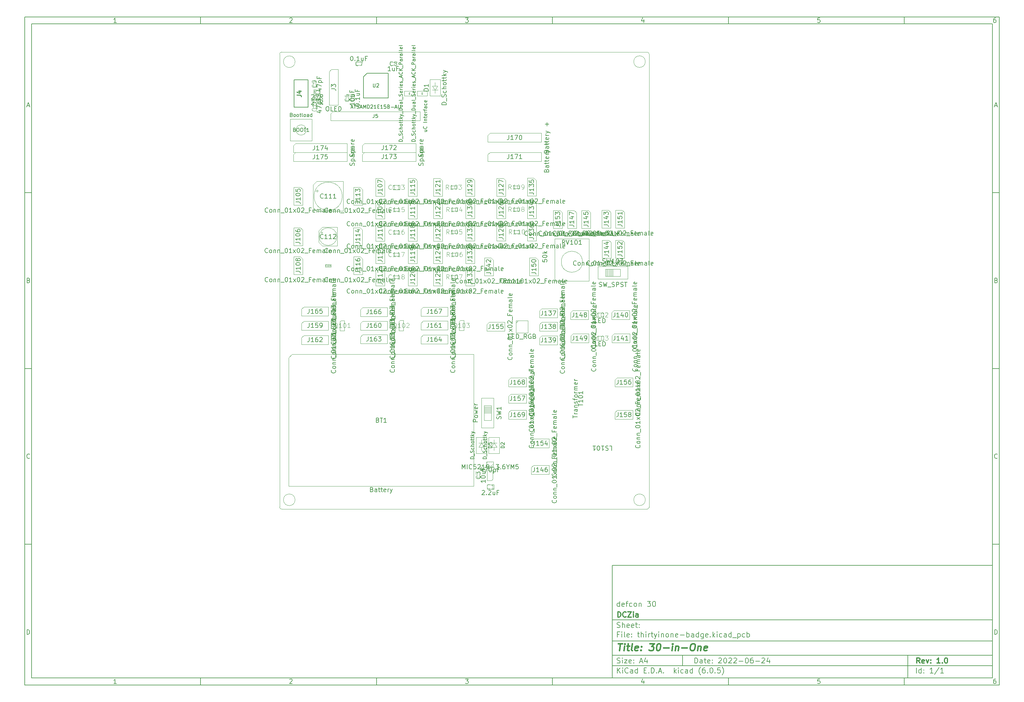
<source format=gbr>
%TF.GenerationSoftware,KiCad,Pcbnew,(6.0.5)*%
%TF.CreationDate,2022-09-10T22:43:36-06:00*%
%TF.ProjectId,thirtyinone-badge,74686972-7479-4696-9e6f-6e652d626164,1.0*%
%TF.SameCoordinates,Original*%
%TF.FileFunction,AssemblyDrawing,Top*%
%FSLAX46Y46*%
G04 Gerber Fmt 4.6, Leading zero omitted, Abs format (unit mm)*
G04 Created by KiCad (PCBNEW (6.0.5)) date 2022-09-10 22:43:36*
%MOMM*%
%LPD*%
G01*
G04 APERTURE LIST*
%ADD10C,0.100000*%
%ADD11C,0.150000*%
%ADD12C,0.300000*%
%ADD13C,0.400000*%
%TA.AperFunction,Profile*%
%ADD14C,0.100000*%
%TD*%
%ADD15C,0.254000*%
%ADD16C,0.060000*%
%ADD17C,0.050000*%
%ADD18C,0.080000*%
%ADD19C,0.200000*%
G04 APERTURE END LIST*
D10*
D11*
X177002200Y-166007200D02*
X177002200Y-198007200D01*
X285002200Y-198007200D01*
X285002200Y-166007200D01*
X177002200Y-166007200D01*
D10*
D11*
X10000000Y-10000000D02*
X10000000Y-200007200D01*
X287002200Y-200007200D01*
X287002200Y-10000000D01*
X10000000Y-10000000D01*
D10*
D11*
X12000000Y-12000000D02*
X12000000Y-198007200D01*
X285002200Y-198007200D01*
X285002200Y-12000000D01*
X12000000Y-12000000D01*
D10*
D11*
X60000000Y-12000000D02*
X60000000Y-10000000D01*
D10*
D11*
X110000000Y-12000000D02*
X110000000Y-10000000D01*
D10*
D11*
X160000000Y-12000000D02*
X160000000Y-10000000D01*
D10*
D11*
X210000000Y-12000000D02*
X210000000Y-10000000D01*
D10*
D11*
X260000000Y-12000000D02*
X260000000Y-10000000D01*
D10*
D11*
X36065476Y-11588095D02*
X35322619Y-11588095D01*
X35694047Y-11588095D02*
X35694047Y-10288095D01*
X35570238Y-10473809D01*
X35446428Y-10597619D01*
X35322619Y-10659523D01*
D10*
D11*
X85322619Y-10411904D02*
X85384523Y-10350000D01*
X85508333Y-10288095D01*
X85817857Y-10288095D01*
X85941666Y-10350000D01*
X86003571Y-10411904D01*
X86065476Y-10535714D01*
X86065476Y-10659523D01*
X86003571Y-10845238D01*
X85260714Y-11588095D01*
X86065476Y-11588095D01*
D10*
D11*
X135260714Y-10288095D02*
X136065476Y-10288095D01*
X135632142Y-10783333D01*
X135817857Y-10783333D01*
X135941666Y-10845238D01*
X136003571Y-10907142D01*
X136065476Y-11030952D01*
X136065476Y-11340476D01*
X136003571Y-11464285D01*
X135941666Y-11526190D01*
X135817857Y-11588095D01*
X135446428Y-11588095D01*
X135322619Y-11526190D01*
X135260714Y-11464285D01*
D10*
D11*
X185941666Y-10721428D02*
X185941666Y-11588095D01*
X185632142Y-10226190D02*
X185322619Y-11154761D01*
X186127380Y-11154761D01*
D10*
D11*
X236003571Y-10288095D02*
X235384523Y-10288095D01*
X235322619Y-10907142D01*
X235384523Y-10845238D01*
X235508333Y-10783333D01*
X235817857Y-10783333D01*
X235941666Y-10845238D01*
X236003571Y-10907142D01*
X236065476Y-11030952D01*
X236065476Y-11340476D01*
X236003571Y-11464285D01*
X235941666Y-11526190D01*
X235817857Y-11588095D01*
X235508333Y-11588095D01*
X235384523Y-11526190D01*
X235322619Y-11464285D01*
D10*
D11*
X285941666Y-10288095D02*
X285694047Y-10288095D01*
X285570238Y-10350000D01*
X285508333Y-10411904D01*
X285384523Y-10597619D01*
X285322619Y-10845238D01*
X285322619Y-11340476D01*
X285384523Y-11464285D01*
X285446428Y-11526190D01*
X285570238Y-11588095D01*
X285817857Y-11588095D01*
X285941666Y-11526190D01*
X286003571Y-11464285D01*
X286065476Y-11340476D01*
X286065476Y-11030952D01*
X286003571Y-10907142D01*
X285941666Y-10845238D01*
X285817857Y-10783333D01*
X285570238Y-10783333D01*
X285446428Y-10845238D01*
X285384523Y-10907142D01*
X285322619Y-11030952D01*
D10*
D11*
X60000000Y-198007200D02*
X60000000Y-200007200D01*
D10*
D11*
X110000000Y-198007200D02*
X110000000Y-200007200D01*
D10*
D11*
X160000000Y-198007200D02*
X160000000Y-200007200D01*
D10*
D11*
X210000000Y-198007200D02*
X210000000Y-200007200D01*
D10*
D11*
X260000000Y-198007200D02*
X260000000Y-200007200D01*
D10*
D11*
X36065476Y-199595295D02*
X35322619Y-199595295D01*
X35694047Y-199595295D02*
X35694047Y-198295295D01*
X35570238Y-198481009D01*
X35446428Y-198604819D01*
X35322619Y-198666723D01*
D10*
D11*
X85322619Y-198419104D02*
X85384523Y-198357200D01*
X85508333Y-198295295D01*
X85817857Y-198295295D01*
X85941666Y-198357200D01*
X86003571Y-198419104D01*
X86065476Y-198542914D01*
X86065476Y-198666723D01*
X86003571Y-198852438D01*
X85260714Y-199595295D01*
X86065476Y-199595295D01*
D10*
D11*
X135260714Y-198295295D02*
X136065476Y-198295295D01*
X135632142Y-198790533D01*
X135817857Y-198790533D01*
X135941666Y-198852438D01*
X136003571Y-198914342D01*
X136065476Y-199038152D01*
X136065476Y-199347676D01*
X136003571Y-199471485D01*
X135941666Y-199533390D01*
X135817857Y-199595295D01*
X135446428Y-199595295D01*
X135322619Y-199533390D01*
X135260714Y-199471485D01*
D10*
D11*
X185941666Y-198728628D02*
X185941666Y-199595295D01*
X185632142Y-198233390D02*
X185322619Y-199161961D01*
X186127380Y-199161961D01*
D10*
D11*
X236003571Y-198295295D02*
X235384523Y-198295295D01*
X235322619Y-198914342D01*
X235384523Y-198852438D01*
X235508333Y-198790533D01*
X235817857Y-198790533D01*
X235941666Y-198852438D01*
X236003571Y-198914342D01*
X236065476Y-199038152D01*
X236065476Y-199347676D01*
X236003571Y-199471485D01*
X235941666Y-199533390D01*
X235817857Y-199595295D01*
X235508333Y-199595295D01*
X235384523Y-199533390D01*
X235322619Y-199471485D01*
D10*
D11*
X285941666Y-198295295D02*
X285694047Y-198295295D01*
X285570238Y-198357200D01*
X285508333Y-198419104D01*
X285384523Y-198604819D01*
X285322619Y-198852438D01*
X285322619Y-199347676D01*
X285384523Y-199471485D01*
X285446428Y-199533390D01*
X285570238Y-199595295D01*
X285817857Y-199595295D01*
X285941666Y-199533390D01*
X286003571Y-199471485D01*
X286065476Y-199347676D01*
X286065476Y-199038152D01*
X286003571Y-198914342D01*
X285941666Y-198852438D01*
X285817857Y-198790533D01*
X285570238Y-198790533D01*
X285446428Y-198852438D01*
X285384523Y-198914342D01*
X285322619Y-199038152D01*
D10*
D11*
X10000000Y-60000000D02*
X12000000Y-60000000D01*
D10*
D11*
X10000000Y-110000000D02*
X12000000Y-110000000D01*
D10*
D11*
X10000000Y-160000000D02*
X12000000Y-160000000D01*
D10*
D11*
X10690476Y-35216666D02*
X11309523Y-35216666D01*
X10566666Y-35588095D02*
X11000000Y-34288095D01*
X11433333Y-35588095D01*
D10*
D11*
X11092857Y-84907142D02*
X11278571Y-84969047D01*
X11340476Y-85030952D01*
X11402380Y-85154761D01*
X11402380Y-85340476D01*
X11340476Y-85464285D01*
X11278571Y-85526190D01*
X11154761Y-85588095D01*
X10659523Y-85588095D01*
X10659523Y-84288095D01*
X11092857Y-84288095D01*
X11216666Y-84350000D01*
X11278571Y-84411904D01*
X11340476Y-84535714D01*
X11340476Y-84659523D01*
X11278571Y-84783333D01*
X11216666Y-84845238D01*
X11092857Y-84907142D01*
X10659523Y-84907142D01*
D10*
D11*
X11402380Y-135464285D02*
X11340476Y-135526190D01*
X11154761Y-135588095D01*
X11030952Y-135588095D01*
X10845238Y-135526190D01*
X10721428Y-135402380D01*
X10659523Y-135278571D01*
X10597619Y-135030952D01*
X10597619Y-134845238D01*
X10659523Y-134597619D01*
X10721428Y-134473809D01*
X10845238Y-134350000D01*
X11030952Y-134288095D01*
X11154761Y-134288095D01*
X11340476Y-134350000D01*
X11402380Y-134411904D01*
D10*
D11*
X10659523Y-185588095D02*
X10659523Y-184288095D01*
X10969047Y-184288095D01*
X11154761Y-184350000D01*
X11278571Y-184473809D01*
X11340476Y-184597619D01*
X11402380Y-184845238D01*
X11402380Y-185030952D01*
X11340476Y-185278571D01*
X11278571Y-185402380D01*
X11154761Y-185526190D01*
X10969047Y-185588095D01*
X10659523Y-185588095D01*
D10*
D11*
X287002200Y-60000000D02*
X285002200Y-60000000D01*
D10*
D11*
X287002200Y-110000000D02*
X285002200Y-110000000D01*
D10*
D11*
X287002200Y-160000000D02*
X285002200Y-160000000D01*
D10*
D11*
X285692676Y-35216666D02*
X286311723Y-35216666D01*
X285568866Y-35588095D02*
X286002200Y-34288095D01*
X286435533Y-35588095D01*
D10*
D11*
X286095057Y-84907142D02*
X286280771Y-84969047D01*
X286342676Y-85030952D01*
X286404580Y-85154761D01*
X286404580Y-85340476D01*
X286342676Y-85464285D01*
X286280771Y-85526190D01*
X286156961Y-85588095D01*
X285661723Y-85588095D01*
X285661723Y-84288095D01*
X286095057Y-84288095D01*
X286218866Y-84350000D01*
X286280771Y-84411904D01*
X286342676Y-84535714D01*
X286342676Y-84659523D01*
X286280771Y-84783333D01*
X286218866Y-84845238D01*
X286095057Y-84907142D01*
X285661723Y-84907142D01*
D10*
D11*
X286404580Y-135464285D02*
X286342676Y-135526190D01*
X286156961Y-135588095D01*
X286033152Y-135588095D01*
X285847438Y-135526190D01*
X285723628Y-135402380D01*
X285661723Y-135278571D01*
X285599819Y-135030952D01*
X285599819Y-134845238D01*
X285661723Y-134597619D01*
X285723628Y-134473809D01*
X285847438Y-134350000D01*
X286033152Y-134288095D01*
X286156961Y-134288095D01*
X286342676Y-134350000D01*
X286404580Y-134411904D01*
D10*
D11*
X285661723Y-185588095D02*
X285661723Y-184288095D01*
X285971247Y-184288095D01*
X286156961Y-184350000D01*
X286280771Y-184473809D01*
X286342676Y-184597619D01*
X286404580Y-184845238D01*
X286404580Y-185030952D01*
X286342676Y-185278571D01*
X286280771Y-185402380D01*
X286156961Y-185526190D01*
X285971247Y-185588095D01*
X285661723Y-185588095D01*
D10*
D11*
X200434342Y-193785771D02*
X200434342Y-192285771D01*
X200791485Y-192285771D01*
X201005771Y-192357200D01*
X201148628Y-192500057D01*
X201220057Y-192642914D01*
X201291485Y-192928628D01*
X201291485Y-193142914D01*
X201220057Y-193428628D01*
X201148628Y-193571485D01*
X201005771Y-193714342D01*
X200791485Y-193785771D01*
X200434342Y-193785771D01*
X202577200Y-193785771D02*
X202577200Y-193000057D01*
X202505771Y-192857200D01*
X202362914Y-192785771D01*
X202077200Y-192785771D01*
X201934342Y-192857200D01*
X202577200Y-193714342D02*
X202434342Y-193785771D01*
X202077200Y-193785771D01*
X201934342Y-193714342D01*
X201862914Y-193571485D01*
X201862914Y-193428628D01*
X201934342Y-193285771D01*
X202077200Y-193214342D01*
X202434342Y-193214342D01*
X202577200Y-193142914D01*
X203077200Y-192785771D02*
X203648628Y-192785771D01*
X203291485Y-192285771D02*
X203291485Y-193571485D01*
X203362914Y-193714342D01*
X203505771Y-193785771D01*
X203648628Y-193785771D01*
X204720057Y-193714342D02*
X204577200Y-193785771D01*
X204291485Y-193785771D01*
X204148628Y-193714342D01*
X204077200Y-193571485D01*
X204077200Y-193000057D01*
X204148628Y-192857200D01*
X204291485Y-192785771D01*
X204577200Y-192785771D01*
X204720057Y-192857200D01*
X204791485Y-193000057D01*
X204791485Y-193142914D01*
X204077200Y-193285771D01*
X205434342Y-193642914D02*
X205505771Y-193714342D01*
X205434342Y-193785771D01*
X205362914Y-193714342D01*
X205434342Y-193642914D01*
X205434342Y-193785771D01*
X205434342Y-192857200D02*
X205505771Y-192928628D01*
X205434342Y-193000057D01*
X205362914Y-192928628D01*
X205434342Y-192857200D01*
X205434342Y-193000057D01*
X207220057Y-192428628D02*
X207291485Y-192357200D01*
X207434342Y-192285771D01*
X207791485Y-192285771D01*
X207934342Y-192357200D01*
X208005771Y-192428628D01*
X208077200Y-192571485D01*
X208077200Y-192714342D01*
X208005771Y-192928628D01*
X207148628Y-193785771D01*
X208077200Y-193785771D01*
X209005771Y-192285771D02*
X209148628Y-192285771D01*
X209291485Y-192357200D01*
X209362914Y-192428628D01*
X209434342Y-192571485D01*
X209505771Y-192857200D01*
X209505771Y-193214342D01*
X209434342Y-193500057D01*
X209362914Y-193642914D01*
X209291485Y-193714342D01*
X209148628Y-193785771D01*
X209005771Y-193785771D01*
X208862914Y-193714342D01*
X208791485Y-193642914D01*
X208720057Y-193500057D01*
X208648628Y-193214342D01*
X208648628Y-192857200D01*
X208720057Y-192571485D01*
X208791485Y-192428628D01*
X208862914Y-192357200D01*
X209005771Y-192285771D01*
X210077200Y-192428628D02*
X210148628Y-192357200D01*
X210291485Y-192285771D01*
X210648628Y-192285771D01*
X210791485Y-192357200D01*
X210862914Y-192428628D01*
X210934342Y-192571485D01*
X210934342Y-192714342D01*
X210862914Y-192928628D01*
X210005771Y-193785771D01*
X210934342Y-193785771D01*
X211505771Y-192428628D02*
X211577200Y-192357200D01*
X211720057Y-192285771D01*
X212077200Y-192285771D01*
X212220057Y-192357200D01*
X212291485Y-192428628D01*
X212362914Y-192571485D01*
X212362914Y-192714342D01*
X212291485Y-192928628D01*
X211434342Y-193785771D01*
X212362914Y-193785771D01*
X213005771Y-193214342D02*
X214148628Y-193214342D01*
X215148628Y-192285771D02*
X215291485Y-192285771D01*
X215434342Y-192357200D01*
X215505771Y-192428628D01*
X215577200Y-192571485D01*
X215648628Y-192857200D01*
X215648628Y-193214342D01*
X215577200Y-193500057D01*
X215505771Y-193642914D01*
X215434342Y-193714342D01*
X215291485Y-193785771D01*
X215148628Y-193785771D01*
X215005771Y-193714342D01*
X214934342Y-193642914D01*
X214862914Y-193500057D01*
X214791485Y-193214342D01*
X214791485Y-192857200D01*
X214862914Y-192571485D01*
X214934342Y-192428628D01*
X215005771Y-192357200D01*
X215148628Y-192285771D01*
X216934342Y-192285771D02*
X216648628Y-192285771D01*
X216505771Y-192357200D01*
X216434342Y-192428628D01*
X216291485Y-192642914D01*
X216220057Y-192928628D01*
X216220057Y-193500057D01*
X216291485Y-193642914D01*
X216362914Y-193714342D01*
X216505771Y-193785771D01*
X216791485Y-193785771D01*
X216934342Y-193714342D01*
X217005771Y-193642914D01*
X217077200Y-193500057D01*
X217077200Y-193142914D01*
X217005771Y-193000057D01*
X216934342Y-192928628D01*
X216791485Y-192857200D01*
X216505771Y-192857200D01*
X216362914Y-192928628D01*
X216291485Y-193000057D01*
X216220057Y-193142914D01*
X217720057Y-193214342D02*
X218862914Y-193214342D01*
X219505771Y-192428628D02*
X219577200Y-192357200D01*
X219720057Y-192285771D01*
X220077200Y-192285771D01*
X220220057Y-192357200D01*
X220291485Y-192428628D01*
X220362914Y-192571485D01*
X220362914Y-192714342D01*
X220291485Y-192928628D01*
X219434342Y-193785771D01*
X220362914Y-193785771D01*
X221648628Y-192785771D02*
X221648628Y-193785771D01*
X221291485Y-192214342D02*
X220934342Y-193285771D01*
X221862914Y-193285771D01*
D10*
D11*
X177002200Y-194507200D02*
X285002200Y-194507200D01*
D10*
D11*
X178434342Y-196585771D02*
X178434342Y-195085771D01*
X179291485Y-196585771D02*
X178648628Y-195728628D01*
X179291485Y-195085771D02*
X178434342Y-195942914D01*
X179934342Y-196585771D02*
X179934342Y-195585771D01*
X179934342Y-195085771D02*
X179862914Y-195157200D01*
X179934342Y-195228628D01*
X180005771Y-195157200D01*
X179934342Y-195085771D01*
X179934342Y-195228628D01*
X181505771Y-196442914D02*
X181434342Y-196514342D01*
X181220057Y-196585771D01*
X181077200Y-196585771D01*
X180862914Y-196514342D01*
X180720057Y-196371485D01*
X180648628Y-196228628D01*
X180577200Y-195942914D01*
X180577200Y-195728628D01*
X180648628Y-195442914D01*
X180720057Y-195300057D01*
X180862914Y-195157200D01*
X181077200Y-195085771D01*
X181220057Y-195085771D01*
X181434342Y-195157200D01*
X181505771Y-195228628D01*
X182791485Y-196585771D02*
X182791485Y-195800057D01*
X182720057Y-195657200D01*
X182577200Y-195585771D01*
X182291485Y-195585771D01*
X182148628Y-195657200D01*
X182791485Y-196514342D02*
X182648628Y-196585771D01*
X182291485Y-196585771D01*
X182148628Y-196514342D01*
X182077200Y-196371485D01*
X182077200Y-196228628D01*
X182148628Y-196085771D01*
X182291485Y-196014342D01*
X182648628Y-196014342D01*
X182791485Y-195942914D01*
X184148628Y-196585771D02*
X184148628Y-195085771D01*
X184148628Y-196514342D02*
X184005771Y-196585771D01*
X183720057Y-196585771D01*
X183577200Y-196514342D01*
X183505771Y-196442914D01*
X183434342Y-196300057D01*
X183434342Y-195871485D01*
X183505771Y-195728628D01*
X183577200Y-195657200D01*
X183720057Y-195585771D01*
X184005771Y-195585771D01*
X184148628Y-195657200D01*
X186005771Y-195800057D02*
X186505771Y-195800057D01*
X186720057Y-196585771D02*
X186005771Y-196585771D01*
X186005771Y-195085771D01*
X186720057Y-195085771D01*
X187362914Y-196442914D02*
X187434342Y-196514342D01*
X187362914Y-196585771D01*
X187291485Y-196514342D01*
X187362914Y-196442914D01*
X187362914Y-196585771D01*
X188077200Y-196585771D02*
X188077200Y-195085771D01*
X188434342Y-195085771D01*
X188648628Y-195157200D01*
X188791485Y-195300057D01*
X188862914Y-195442914D01*
X188934342Y-195728628D01*
X188934342Y-195942914D01*
X188862914Y-196228628D01*
X188791485Y-196371485D01*
X188648628Y-196514342D01*
X188434342Y-196585771D01*
X188077200Y-196585771D01*
X189577200Y-196442914D02*
X189648628Y-196514342D01*
X189577200Y-196585771D01*
X189505771Y-196514342D01*
X189577200Y-196442914D01*
X189577200Y-196585771D01*
X190220057Y-196157200D02*
X190934342Y-196157200D01*
X190077200Y-196585771D02*
X190577200Y-195085771D01*
X191077200Y-196585771D01*
X191577200Y-196442914D02*
X191648628Y-196514342D01*
X191577200Y-196585771D01*
X191505771Y-196514342D01*
X191577200Y-196442914D01*
X191577200Y-196585771D01*
X194577200Y-196585771D02*
X194577200Y-195085771D01*
X194720057Y-196014342D02*
X195148628Y-196585771D01*
X195148628Y-195585771D02*
X194577200Y-196157200D01*
X195791485Y-196585771D02*
X195791485Y-195585771D01*
X195791485Y-195085771D02*
X195720057Y-195157200D01*
X195791485Y-195228628D01*
X195862914Y-195157200D01*
X195791485Y-195085771D01*
X195791485Y-195228628D01*
X197148628Y-196514342D02*
X197005771Y-196585771D01*
X196720057Y-196585771D01*
X196577200Y-196514342D01*
X196505771Y-196442914D01*
X196434342Y-196300057D01*
X196434342Y-195871485D01*
X196505771Y-195728628D01*
X196577200Y-195657200D01*
X196720057Y-195585771D01*
X197005771Y-195585771D01*
X197148628Y-195657200D01*
X198434342Y-196585771D02*
X198434342Y-195800057D01*
X198362914Y-195657200D01*
X198220057Y-195585771D01*
X197934342Y-195585771D01*
X197791485Y-195657200D01*
X198434342Y-196514342D02*
X198291485Y-196585771D01*
X197934342Y-196585771D01*
X197791485Y-196514342D01*
X197720057Y-196371485D01*
X197720057Y-196228628D01*
X197791485Y-196085771D01*
X197934342Y-196014342D01*
X198291485Y-196014342D01*
X198434342Y-195942914D01*
X199791485Y-196585771D02*
X199791485Y-195085771D01*
X199791485Y-196514342D02*
X199648628Y-196585771D01*
X199362914Y-196585771D01*
X199220057Y-196514342D01*
X199148628Y-196442914D01*
X199077200Y-196300057D01*
X199077200Y-195871485D01*
X199148628Y-195728628D01*
X199220057Y-195657200D01*
X199362914Y-195585771D01*
X199648628Y-195585771D01*
X199791485Y-195657200D01*
X202077200Y-197157200D02*
X202005771Y-197085771D01*
X201862914Y-196871485D01*
X201791485Y-196728628D01*
X201720057Y-196514342D01*
X201648628Y-196157200D01*
X201648628Y-195871485D01*
X201720057Y-195514342D01*
X201791485Y-195300057D01*
X201862914Y-195157200D01*
X202005771Y-194942914D01*
X202077200Y-194871485D01*
X203291485Y-195085771D02*
X203005771Y-195085771D01*
X202862914Y-195157200D01*
X202791485Y-195228628D01*
X202648628Y-195442914D01*
X202577200Y-195728628D01*
X202577200Y-196300057D01*
X202648628Y-196442914D01*
X202720057Y-196514342D01*
X202862914Y-196585771D01*
X203148628Y-196585771D01*
X203291485Y-196514342D01*
X203362914Y-196442914D01*
X203434342Y-196300057D01*
X203434342Y-195942914D01*
X203362914Y-195800057D01*
X203291485Y-195728628D01*
X203148628Y-195657200D01*
X202862914Y-195657200D01*
X202720057Y-195728628D01*
X202648628Y-195800057D01*
X202577200Y-195942914D01*
X204077200Y-196442914D02*
X204148628Y-196514342D01*
X204077200Y-196585771D01*
X204005771Y-196514342D01*
X204077200Y-196442914D01*
X204077200Y-196585771D01*
X205077200Y-195085771D02*
X205220057Y-195085771D01*
X205362914Y-195157200D01*
X205434342Y-195228628D01*
X205505771Y-195371485D01*
X205577200Y-195657200D01*
X205577200Y-196014342D01*
X205505771Y-196300057D01*
X205434342Y-196442914D01*
X205362914Y-196514342D01*
X205220057Y-196585771D01*
X205077200Y-196585771D01*
X204934342Y-196514342D01*
X204862914Y-196442914D01*
X204791485Y-196300057D01*
X204720057Y-196014342D01*
X204720057Y-195657200D01*
X204791485Y-195371485D01*
X204862914Y-195228628D01*
X204934342Y-195157200D01*
X205077200Y-195085771D01*
X206220057Y-196442914D02*
X206291485Y-196514342D01*
X206220057Y-196585771D01*
X206148628Y-196514342D01*
X206220057Y-196442914D01*
X206220057Y-196585771D01*
X207648628Y-195085771D02*
X206934342Y-195085771D01*
X206862914Y-195800057D01*
X206934342Y-195728628D01*
X207077200Y-195657200D01*
X207434342Y-195657200D01*
X207577200Y-195728628D01*
X207648628Y-195800057D01*
X207720057Y-195942914D01*
X207720057Y-196300057D01*
X207648628Y-196442914D01*
X207577200Y-196514342D01*
X207434342Y-196585771D01*
X207077200Y-196585771D01*
X206934342Y-196514342D01*
X206862914Y-196442914D01*
X208220057Y-197157200D02*
X208291485Y-197085771D01*
X208434342Y-196871485D01*
X208505771Y-196728628D01*
X208577200Y-196514342D01*
X208648628Y-196157200D01*
X208648628Y-195871485D01*
X208577200Y-195514342D01*
X208505771Y-195300057D01*
X208434342Y-195157200D01*
X208291485Y-194942914D01*
X208220057Y-194871485D01*
D10*
D11*
X177002200Y-191507200D02*
X285002200Y-191507200D01*
D10*
D12*
X264411485Y-193785771D02*
X263911485Y-193071485D01*
X263554342Y-193785771D02*
X263554342Y-192285771D01*
X264125771Y-192285771D01*
X264268628Y-192357200D01*
X264340057Y-192428628D01*
X264411485Y-192571485D01*
X264411485Y-192785771D01*
X264340057Y-192928628D01*
X264268628Y-193000057D01*
X264125771Y-193071485D01*
X263554342Y-193071485D01*
X265625771Y-193714342D02*
X265482914Y-193785771D01*
X265197200Y-193785771D01*
X265054342Y-193714342D01*
X264982914Y-193571485D01*
X264982914Y-193000057D01*
X265054342Y-192857200D01*
X265197200Y-192785771D01*
X265482914Y-192785771D01*
X265625771Y-192857200D01*
X265697200Y-193000057D01*
X265697200Y-193142914D01*
X264982914Y-193285771D01*
X266197200Y-192785771D02*
X266554342Y-193785771D01*
X266911485Y-192785771D01*
X267482914Y-193642914D02*
X267554342Y-193714342D01*
X267482914Y-193785771D01*
X267411485Y-193714342D01*
X267482914Y-193642914D01*
X267482914Y-193785771D01*
X267482914Y-192857200D02*
X267554342Y-192928628D01*
X267482914Y-193000057D01*
X267411485Y-192928628D01*
X267482914Y-192857200D01*
X267482914Y-193000057D01*
X270125771Y-193785771D02*
X269268628Y-193785771D01*
X269697200Y-193785771D02*
X269697200Y-192285771D01*
X269554342Y-192500057D01*
X269411485Y-192642914D01*
X269268628Y-192714342D01*
X270768628Y-193642914D02*
X270840057Y-193714342D01*
X270768628Y-193785771D01*
X270697200Y-193714342D01*
X270768628Y-193642914D01*
X270768628Y-193785771D01*
X271768628Y-192285771D02*
X271911485Y-192285771D01*
X272054342Y-192357200D01*
X272125771Y-192428628D01*
X272197200Y-192571485D01*
X272268628Y-192857200D01*
X272268628Y-193214342D01*
X272197200Y-193500057D01*
X272125771Y-193642914D01*
X272054342Y-193714342D01*
X271911485Y-193785771D01*
X271768628Y-193785771D01*
X271625771Y-193714342D01*
X271554342Y-193642914D01*
X271482914Y-193500057D01*
X271411485Y-193214342D01*
X271411485Y-192857200D01*
X271482914Y-192571485D01*
X271554342Y-192428628D01*
X271625771Y-192357200D01*
X271768628Y-192285771D01*
D10*
D11*
X178362914Y-193714342D02*
X178577200Y-193785771D01*
X178934342Y-193785771D01*
X179077200Y-193714342D01*
X179148628Y-193642914D01*
X179220057Y-193500057D01*
X179220057Y-193357200D01*
X179148628Y-193214342D01*
X179077200Y-193142914D01*
X178934342Y-193071485D01*
X178648628Y-193000057D01*
X178505771Y-192928628D01*
X178434342Y-192857200D01*
X178362914Y-192714342D01*
X178362914Y-192571485D01*
X178434342Y-192428628D01*
X178505771Y-192357200D01*
X178648628Y-192285771D01*
X179005771Y-192285771D01*
X179220057Y-192357200D01*
X179862914Y-193785771D02*
X179862914Y-192785771D01*
X179862914Y-192285771D02*
X179791485Y-192357200D01*
X179862914Y-192428628D01*
X179934342Y-192357200D01*
X179862914Y-192285771D01*
X179862914Y-192428628D01*
X180434342Y-192785771D02*
X181220057Y-192785771D01*
X180434342Y-193785771D01*
X181220057Y-193785771D01*
X182362914Y-193714342D02*
X182220057Y-193785771D01*
X181934342Y-193785771D01*
X181791485Y-193714342D01*
X181720057Y-193571485D01*
X181720057Y-193000057D01*
X181791485Y-192857200D01*
X181934342Y-192785771D01*
X182220057Y-192785771D01*
X182362914Y-192857200D01*
X182434342Y-193000057D01*
X182434342Y-193142914D01*
X181720057Y-193285771D01*
X183077200Y-193642914D02*
X183148628Y-193714342D01*
X183077200Y-193785771D01*
X183005771Y-193714342D01*
X183077200Y-193642914D01*
X183077200Y-193785771D01*
X183077200Y-192857200D02*
X183148628Y-192928628D01*
X183077200Y-193000057D01*
X183005771Y-192928628D01*
X183077200Y-192857200D01*
X183077200Y-193000057D01*
X184862914Y-193357200D02*
X185577200Y-193357200D01*
X184720057Y-193785771D02*
X185220057Y-192285771D01*
X185720057Y-193785771D01*
X186862914Y-192785771D02*
X186862914Y-193785771D01*
X186505771Y-192214342D02*
X186148628Y-193285771D01*
X187077200Y-193285771D01*
D10*
D11*
X263434342Y-196585771D02*
X263434342Y-195085771D01*
X264791485Y-196585771D02*
X264791485Y-195085771D01*
X264791485Y-196514342D02*
X264648628Y-196585771D01*
X264362914Y-196585771D01*
X264220057Y-196514342D01*
X264148628Y-196442914D01*
X264077200Y-196300057D01*
X264077200Y-195871485D01*
X264148628Y-195728628D01*
X264220057Y-195657200D01*
X264362914Y-195585771D01*
X264648628Y-195585771D01*
X264791485Y-195657200D01*
X265505771Y-196442914D02*
X265577200Y-196514342D01*
X265505771Y-196585771D01*
X265434342Y-196514342D01*
X265505771Y-196442914D01*
X265505771Y-196585771D01*
X265505771Y-195657200D02*
X265577200Y-195728628D01*
X265505771Y-195800057D01*
X265434342Y-195728628D01*
X265505771Y-195657200D01*
X265505771Y-195800057D01*
X268148628Y-196585771D02*
X267291485Y-196585771D01*
X267720057Y-196585771D02*
X267720057Y-195085771D01*
X267577200Y-195300057D01*
X267434342Y-195442914D01*
X267291485Y-195514342D01*
X269862914Y-195014342D02*
X268577200Y-196942914D01*
X271148628Y-196585771D02*
X270291485Y-196585771D01*
X270720057Y-196585771D02*
X270720057Y-195085771D01*
X270577200Y-195300057D01*
X270434342Y-195442914D01*
X270291485Y-195514342D01*
D10*
D11*
X177002200Y-187507200D02*
X285002200Y-187507200D01*
D10*
D13*
X178714580Y-188211961D02*
X179857438Y-188211961D01*
X179036009Y-190211961D02*
X179286009Y-188211961D01*
X180274104Y-190211961D02*
X180440771Y-188878628D01*
X180524104Y-188211961D02*
X180416961Y-188307200D01*
X180500295Y-188402438D01*
X180607438Y-188307200D01*
X180524104Y-188211961D01*
X180500295Y-188402438D01*
X181107438Y-188878628D02*
X181869342Y-188878628D01*
X181476485Y-188211961D02*
X181262200Y-189926247D01*
X181333628Y-190116723D01*
X181512200Y-190211961D01*
X181702676Y-190211961D01*
X182655057Y-190211961D02*
X182476485Y-190116723D01*
X182405057Y-189926247D01*
X182619342Y-188211961D01*
X184190771Y-190116723D02*
X183988390Y-190211961D01*
X183607438Y-190211961D01*
X183428866Y-190116723D01*
X183357438Y-189926247D01*
X183452676Y-189164342D01*
X183571723Y-188973866D01*
X183774104Y-188878628D01*
X184155057Y-188878628D01*
X184333628Y-188973866D01*
X184405057Y-189164342D01*
X184381247Y-189354819D01*
X183405057Y-189545295D01*
X185155057Y-190021485D02*
X185238390Y-190116723D01*
X185131247Y-190211961D01*
X185047914Y-190116723D01*
X185155057Y-190021485D01*
X185131247Y-190211961D01*
X185286009Y-188973866D02*
X185369342Y-189069104D01*
X185262200Y-189164342D01*
X185178866Y-189069104D01*
X185286009Y-188973866D01*
X185262200Y-189164342D01*
X187666961Y-188211961D02*
X188905057Y-188211961D01*
X188143152Y-188973866D01*
X188428866Y-188973866D01*
X188607438Y-189069104D01*
X188690771Y-189164342D01*
X188762200Y-189354819D01*
X188702676Y-189831009D01*
X188583628Y-190021485D01*
X188476485Y-190116723D01*
X188274104Y-190211961D01*
X187702676Y-190211961D01*
X187524104Y-190116723D01*
X187440771Y-190021485D01*
X190143152Y-188211961D02*
X190333628Y-188211961D01*
X190512200Y-188307200D01*
X190595533Y-188402438D01*
X190666961Y-188592914D01*
X190714580Y-188973866D01*
X190655057Y-189450057D01*
X190512200Y-189831009D01*
X190393152Y-190021485D01*
X190286009Y-190116723D01*
X190083628Y-190211961D01*
X189893152Y-190211961D01*
X189714580Y-190116723D01*
X189631247Y-190021485D01*
X189559819Y-189831009D01*
X189512200Y-189450057D01*
X189571723Y-188973866D01*
X189714580Y-188592914D01*
X189833628Y-188402438D01*
X189940771Y-188307200D01*
X190143152Y-188211961D01*
X191512200Y-189450057D02*
X193036009Y-189450057D01*
X193893152Y-190211961D02*
X194059819Y-188878628D01*
X194143152Y-188211961D02*
X194036009Y-188307200D01*
X194119342Y-188402438D01*
X194226485Y-188307200D01*
X194143152Y-188211961D01*
X194119342Y-188402438D01*
X195012200Y-188878628D02*
X194845533Y-190211961D01*
X194988390Y-189069104D02*
X195095533Y-188973866D01*
X195297914Y-188878628D01*
X195583628Y-188878628D01*
X195762200Y-188973866D01*
X195833628Y-189164342D01*
X195702676Y-190211961D01*
X196750295Y-189450057D02*
X198274104Y-189450057D01*
X199762200Y-188211961D02*
X200143152Y-188211961D01*
X200321723Y-188307200D01*
X200488390Y-188497676D01*
X200536009Y-188878628D01*
X200452676Y-189545295D01*
X200309819Y-189926247D01*
X200095533Y-190116723D01*
X199893152Y-190211961D01*
X199512200Y-190211961D01*
X199333628Y-190116723D01*
X199166961Y-189926247D01*
X199119342Y-189545295D01*
X199202676Y-188878628D01*
X199345533Y-188497676D01*
X199559819Y-188307200D01*
X199762200Y-188211961D01*
X201393152Y-188878628D02*
X201226485Y-190211961D01*
X201369342Y-189069104D02*
X201476485Y-188973866D01*
X201678866Y-188878628D01*
X201964580Y-188878628D01*
X202143152Y-188973866D01*
X202214580Y-189164342D01*
X202083628Y-190211961D01*
X203809819Y-190116723D02*
X203607438Y-190211961D01*
X203226485Y-190211961D01*
X203047914Y-190116723D01*
X202976485Y-189926247D01*
X203071723Y-189164342D01*
X203190771Y-188973866D01*
X203393152Y-188878628D01*
X203774104Y-188878628D01*
X203952676Y-188973866D01*
X204024104Y-189164342D01*
X204000295Y-189354819D01*
X203024104Y-189545295D01*
D10*
D11*
X178934342Y-185600057D02*
X178434342Y-185600057D01*
X178434342Y-186385771D02*
X178434342Y-184885771D01*
X179148628Y-184885771D01*
X179720057Y-186385771D02*
X179720057Y-185385771D01*
X179720057Y-184885771D02*
X179648628Y-184957200D01*
X179720057Y-185028628D01*
X179791485Y-184957200D01*
X179720057Y-184885771D01*
X179720057Y-185028628D01*
X180648628Y-186385771D02*
X180505771Y-186314342D01*
X180434342Y-186171485D01*
X180434342Y-184885771D01*
X181791485Y-186314342D02*
X181648628Y-186385771D01*
X181362914Y-186385771D01*
X181220057Y-186314342D01*
X181148628Y-186171485D01*
X181148628Y-185600057D01*
X181220057Y-185457200D01*
X181362914Y-185385771D01*
X181648628Y-185385771D01*
X181791485Y-185457200D01*
X181862914Y-185600057D01*
X181862914Y-185742914D01*
X181148628Y-185885771D01*
X182505771Y-186242914D02*
X182577200Y-186314342D01*
X182505771Y-186385771D01*
X182434342Y-186314342D01*
X182505771Y-186242914D01*
X182505771Y-186385771D01*
X182505771Y-185457200D02*
X182577200Y-185528628D01*
X182505771Y-185600057D01*
X182434342Y-185528628D01*
X182505771Y-185457200D01*
X182505771Y-185600057D01*
X184148628Y-185385771D02*
X184720057Y-185385771D01*
X184362914Y-184885771D02*
X184362914Y-186171485D01*
X184434342Y-186314342D01*
X184577200Y-186385771D01*
X184720057Y-186385771D01*
X185220057Y-186385771D02*
X185220057Y-184885771D01*
X185862914Y-186385771D02*
X185862914Y-185600057D01*
X185791485Y-185457200D01*
X185648628Y-185385771D01*
X185434342Y-185385771D01*
X185291485Y-185457200D01*
X185220057Y-185528628D01*
X186577200Y-186385771D02*
X186577200Y-185385771D01*
X186577200Y-184885771D02*
X186505771Y-184957200D01*
X186577200Y-185028628D01*
X186648628Y-184957200D01*
X186577200Y-184885771D01*
X186577200Y-185028628D01*
X187291485Y-186385771D02*
X187291485Y-185385771D01*
X187291485Y-185671485D02*
X187362914Y-185528628D01*
X187434342Y-185457200D01*
X187577200Y-185385771D01*
X187720057Y-185385771D01*
X188005771Y-185385771D02*
X188577200Y-185385771D01*
X188220057Y-184885771D02*
X188220057Y-186171485D01*
X188291485Y-186314342D01*
X188434342Y-186385771D01*
X188577200Y-186385771D01*
X188934342Y-185385771D02*
X189291485Y-186385771D01*
X189648628Y-185385771D02*
X189291485Y-186385771D01*
X189148628Y-186742914D01*
X189077200Y-186814342D01*
X188934342Y-186885771D01*
X190220057Y-186385771D02*
X190220057Y-185385771D01*
X190220057Y-184885771D02*
X190148628Y-184957200D01*
X190220057Y-185028628D01*
X190291485Y-184957200D01*
X190220057Y-184885771D01*
X190220057Y-185028628D01*
X190934342Y-185385771D02*
X190934342Y-186385771D01*
X190934342Y-185528628D02*
X191005771Y-185457200D01*
X191148628Y-185385771D01*
X191362914Y-185385771D01*
X191505771Y-185457200D01*
X191577200Y-185600057D01*
X191577200Y-186385771D01*
X192505771Y-186385771D02*
X192362914Y-186314342D01*
X192291485Y-186242914D01*
X192220057Y-186100057D01*
X192220057Y-185671485D01*
X192291485Y-185528628D01*
X192362914Y-185457200D01*
X192505771Y-185385771D01*
X192720057Y-185385771D01*
X192862914Y-185457200D01*
X192934342Y-185528628D01*
X193005771Y-185671485D01*
X193005771Y-186100057D01*
X192934342Y-186242914D01*
X192862914Y-186314342D01*
X192720057Y-186385771D01*
X192505771Y-186385771D01*
X193648628Y-185385771D02*
X193648628Y-186385771D01*
X193648628Y-185528628D02*
X193720057Y-185457200D01*
X193862914Y-185385771D01*
X194077200Y-185385771D01*
X194220057Y-185457200D01*
X194291485Y-185600057D01*
X194291485Y-186385771D01*
X195577200Y-186314342D02*
X195434342Y-186385771D01*
X195148628Y-186385771D01*
X195005771Y-186314342D01*
X194934342Y-186171485D01*
X194934342Y-185600057D01*
X195005771Y-185457200D01*
X195148628Y-185385771D01*
X195434342Y-185385771D01*
X195577200Y-185457200D01*
X195648628Y-185600057D01*
X195648628Y-185742914D01*
X194934342Y-185885771D01*
X196291485Y-185814342D02*
X197434342Y-185814342D01*
X198148628Y-186385771D02*
X198148628Y-184885771D01*
X198148628Y-185457200D02*
X198291485Y-185385771D01*
X198577200Y-185385771D01*
X198720057Y-185457200D01*
X198791485Y-185528628D01*
X198862914Y-185671485D01*
X198862914Y-186100057D01*
X198791485Y-186242914D01*
X198720057Y-186314342D01*
X198577200Y-186385771D01*
X198291485Y-186385771D01*
X198148628Y-186314342D01*
X200148628Y-186385771D02*
X200148628Y-185600057D01*
X200077200Y-185457200D01*
X199934342Y-185385771D01*
X199648628Y-185385771D01*
X199505771Y-185457200D01*
X200148628Y-186314342D02*
X200005771Y-186385771D01*
X199648628Y-186385771D01*
X199505771Y-186314342D01*
X199434342Y-186171485D01*
X199434342Y-186028628D01*
X199505771Y-185885771D01*
X199648628Y-185814342D01*
X200005771Y-185814342D01*
X200148628Y-185742914D01*
X201505771Y-186385771D02*
X201505771Y-184885771D01*
X201505771Y-186314342D02*
X201362914Y-186385771D01*
X201077200Y-186385771D01*
X200934342Y-186314342D01*
X200862914Y-186242914D01*
X200791485Y-186100057D01*
X200791485Y-185671485D01*
X200862914Y-185528628D01*
X200934342Y-185457200D01*
X201077200Y-185385771D01*
X201362914Y-185385771D01*
X201505771Y-185457200D01*
X202862914Y-185385771D02*
X202862914Y-186600057D01*
X202791485Y-186742914D01*
X202720057Y-186814342D01*
X202577200Y-186885771D01*
X202362914Y-186885771D01*
X202220057Y-186814342D01*
X202862914Y-186314342D02*
X202720057Y-186385771D01*
X202434342Y-186385771D01*
X202291485Y-186314342D01*
X202220057Y-186242914D01*
X202148628Y-186100057D01*
X202148628Y-185671485D01*
X202220057Y-185528628D01*
X202291485Y-185457200D01*
X202434342Y-185385771D01*
X202720057Y-185385771D01*
X202862914Y-185457200D01*
X204148628Y-186314342D02*
X204005771Y-186385771D01*
X203720057Y-186385771D01*
X203577200Y-186314342D01*
X203505771Y-186171485D01*
X203505771Y-185600057D01*
X203577200Y-185457200D01*
X203720057Y-185385771D01*
X204005771Y-185385771D01*
X204148628Y-185457200D01*
X204220057Y-185600057D01*
X204220057Y-185742914D01*
X203505771Y-185885771D01*
X204862914Y-186242914D02*
X204934342Y-186314342D01*
X204862914Y-186385771D01*
X204791485Y-186314342D01*
X204862914Y-186242914D01*
X204862914Y-186385771D01*
X205577200Y-186385771D02*
X205577200Y-184885771D01*
X205720057Y-185814342D02*
X206148628Y-186385771D01*
X206148628Y-185385771D02*
X205577200Y-185957200D01*
X206791485Y-186385771D02*
X206791485Y-185385771D01*
X206791485Y-184885771D02*
X206720057Y-184957200D01*
X206791485Y-185028628D01*
X206862914Y-184957200D01*
X206791485Y-184885771D01*
X206791485Y-185028628D01*
X208148628Y-186314342D02*
X208005771Y-186385771D01*
X207720057Y-186385771D01*
X207577200Y-186314342D01*
X207505771Y-186242914D01*
X207434342Y-186100057D01*
X207434342Y-185671485D01*
X207505771Y-185528628D01*
X207577200Y-185457200D01*
X207720057Y-185385771D01*
X208005771Y-185385771D01*
X208148628Y-185457200D01*
X209434342Y-186385771D02*
X209434342Y-185600057D01*
X209362914Y-185457200D01*
X209220057Y-185385771D01*
X208934342Y-185385771D01*
X208791485Y-185457200D01*
X209434342Y-186314342D02*
X209291485Y-186385771D01*
X208934342Y-186385771D01*
X208791485Y-186314342D01*
X208720057Y-186171485D01*
X208720057Y-186028628D01*
X208791485Y-185885771D01*
X208934342Y-185814342D01*
X209291485Y-185814342D01*
X209434342Y-185742914D01*
X210791485Y-186385771D02*
X210791485Y-184885771D01*
X210791485Y-186314342D02*
X210648628Y-186385771D01*
X210362914Y-186385771D01*
X210220057Y-186314342D01*
X210148628Y-186242914D01*
X210077200Y-186100057D01*
X210077200Y-185671485D01*
X210148628Y-185528628D01*
X210220057Y-185457200D01*
X210362914Y-185385771D01*
X210648628Y-185385771D01*
X210791485Y-185457200D01*
X211148628Y-186528628D02*
X212291485Y-186528628D01*
X212648628Y-185385771D02*
X212648628Y-186885771D01*
X212648628Y-185457200D02*
X212791485Y-185385771D01*
X213077200Y-185385771D01*
X213220057Y-185457200D01*
X213291485Y-185528628D01*
X213362914Y-185671485D01*
X213362914Y-186100057D01*
X213291485Y-186242914D01*
X213220057Y-186314342D01*
X213077200Y-186385771D01*
X212791485Y-186385771D01*
X212648628Y-186314342D01*
X214648628Y-186314342D02*
X214505771Y-186385771D01*
X214220057Y-186385771D01*
X214077200Y-186314342D01*
X214005771Y-186242914D01*
X213934342Y-186100057D01*
X213934342Y-185671485D01*
X214005771Y-185528628D01*
X214077200Y-185457200D01*
X214220057Y-185385771D01*
X214505771Y-185385771D01*
X214648628Y-185457200D01*
X215291485Y-186385771D02*
X215291485Y-184885771D01*
X215291485Y-185457200D02*
X215434342Y-185385771D01*
X215720057Y-185385771D01*
X215862914Y-185457200D01*
X215934342Y-185528628D01*
X216005771Y-185671485D01*
X216005771Y-186100057D01*
X215934342Y-186242914D01*
X215862914Y-186314342D01*
X215720057Y-186385771D01*
X215434342Y-186385771D01*
X215291485Y-186314342D01*
D10*
D11*
X177002200Y-181507200D02*
X285002200Y-181507200D01*
D10*
D11*
X178362914Y-183614342D02*
X178577200Y-183685771D01*
X178934342Y-183685771D01*
X179077200Y-183614342D01*
X179148628Y-183542914D01*
X179220057Y-183400057D01*
X179220057Y-183257200D01*
X179148628Y-183114342D01*
X179077200Y-183042914D01*
X178934342Y-182971485D01*
X178648628Y-182900057D01*
X178505771Y-182828628D01*
X178434342Y-182757200D01*
X178362914Y-182614342D01*
X178362914Y-182471485D01*
X178434342Y-182328628D01*
X178505771Y-182257200D01*
X178648628Y-182185771D01*
X179005771Y-182185771D01*
X179220057Y-182257200D01*
X179862914Y-183685771D02*
X179862914Y-182185771D01*
X180505771Y-183685771D02*
X180505771Y-182900057D01*
X180434342Y-182757200D01*
X180291485Y-182685771D01*
X180077200Y-182685771D01*
X179934342Y-182757200D01*
X179862914Y-182828628D01*
X181791485Y-183614342D02*
X181648628Y-183685771D01*
X181362914Y-183685771D01*
X181220057Y-183614342D01*
X181148628Y-183471485D01*
X181148628Y-182900057D01*
X181220057Y-182757200D01*
X181362914Y-182685771D01*
X181648628Y-182685771D01*
X181791485Y-182757200D01*
X181862914Y-182900057D01*
X181862914Y-183042914D01*
X181148628Y-183185771D01*
X183077200Y-183614342D02*
X182934342Y-183685771D01*
X182648628Y-183685771D01*
X182505771Y-183614342D01*
X182434342Y-183471485D01*
X182434342Y-182900057D01*
X182505771Y-182757200D01*
X182648628Y-182685771D01*
X182934342Y-182685771D01*
X183077200Y-182757200D01*
X183148628Y-182900057D01*
X183148628Y-183042914D01*
X182434342Y-183185771D01*
X183577200Y-182685771D02*
X184148628Y-182685771D01*
X183791485Y-182185771D02*
X183791485Y-183471485D01*
X183862914Y-183614342D01*
X184005771Y-183685771D01*
X184148628Y-183685771D01*
X184648628Y-183542914D02*
X184720057Y-183614342D01*
X184648628Y-183685771D01*
X184577200Y-183614342D01*
X184648628Y-183542914D01*
X184648628Y-183685771D01*
X184648628Y-182757200D02*
X184720057Y-182828628D01*
X184648628Y-182900057D01*
X184577200Y-182828628D01*
X184648628Y-182757200D01*
X184648628Y-182900057D01*
D10*
D12*
X178554342Y-180685771D02*
X178554342Y-179185771D01*
X178911485Y-179185771D01*
X179125771Y-179257200D01*
X179268628Y-179400057D01*
X179340057Y-179542914D01*
X179411485Y-179828628D01*
X179411485Y-180042914D01*
X179340057Y-180328628D01*
X179268628Y-180471485D01*
X179125771Y-180614342D01*
X178911485Y-180685771D01*
X178554342Y-180685771D01*
X180911485Y-180542914D02*
X180840057Y-180614342D01*
X180625771Y-180685771D01*
X180482914Y-180685771D01*
X180268628Y-180614342D01*
X180125771Y-180471485D01*
X180054342Y-180328628D01*
X179982914Y-180042914D01*
X179982914Y-179828628D01*
X180054342Y-179542914D01*
X180125771Y-179400057D01*
X180268628Y-179257200D01*
X180482914Y-179185771D01*
X180625771Y-179185771D01*
X180840057Y-179257200D01*
X180911485Y-179328628D01*
X181411485Y-179185771D02*
X182411485Y-179185771D01*
X181411485Y-180685771D01*
X182411485Y-180685771D01*
X182982914Y-180685771D02*
X182982914Y-179685771D01*
X182982914Y-179185771D02*
X182911485Y-179257200D01*
X182982914Y-179328628D01*
X183054342Y-179257200D01*
X182982914Y-179185771D01*
X182982914Y-179328628D01*
X184340057Y-180685771D02*
X184340057Y-179900057D01*
X184268628Y-179757200D01*
X184125771Y-179685771D01*
X183840057Y-179685771D01*
X183697200Y-179757200D01*
X184340057Y-180614342D02*
X184197200Y-180685771D01*
X183840057Y-180685771D01*
X183697200Y-180614342D01*
X183625771Y-180471485D01*
X183625771Y-180328628D01*
X183697200Y-180185771D01*
X183840057Y-180114342D01*
X184197200Y-180114342D01*
X184340057Y-180042914D01*
D10*
D11*
X179077200Y-177685771D02*
X179077200Y-176185771D01*
X179077200Y-177614342D02*
X178934342Y-177685771D01*
X178648628Y-177685771D01*
X178505771Y-177614342D01*
X178434342Y-177542914D01*
X178362914Y-177400057D01*
X178362914Y-176971485D01*
X178434342Y-176828628D01*
X178505771Y-176757200D01*
X178648628Y-176685771D01*
X178934342Y-176685771D01*
X179077200Y-176757200D01*
X180362914Y-177614342D02*
X180220057Y-177685771D01*
X179934342Y-177685771D01*
X179791485Y-177614342D01*
X179720057Y-177471485D01*
X179720057Y-176900057D01*
X179791485Y-176757200D01*
X179934342Y-176685771D01*
X180220057Y-176685771D01*
X180362914Y-176757200D01*
X180434342Y-176900057D01*
X180434342Y-177042914D01*
X179720057Y-177185771D01*
X180862914Y-176685771D02*
X181434342Y-176685771D01*
X181077200Y-177685771D02*
X181077200Y-176400057D01*
X181148628Y-176257200D01*
X181291485Y-176185771D01*
X181434342Y-176185771D01*
X182577200Y-177614342D02*
X182434342Y-177685771D01*
X182148628Y-177685771D01*
X182005771Y-177614342D01*
X181934342Y-177542914D01*
X181862914Y-177400057D01*
X181862914Y-176971485D01*
X181934342Y-176828628D01*
X182005771Y-176757200D01*
X182148628Y-176685771D01*
X182434342Y-176685771D01*
X182577200Y-176757200D01*
X183434342Y-177685771D02*
X183291485Y-177614342D01*
X183220057Y-177542914D01*
X183148628Y-177400057D01*
X183148628Y-176971485D01*
X183220057Y-176828628D01*
X183291485Y-176757200D01*
X183434342Y-176685771D01*
X183648628Y-176685771D01*
X183791485Y-176757200D01*
X183862914Y-176828628D01*
X183934342Y-176971485D01*
X183934342Y-177400057D01*
X183862914Y-177542914D01*
X183791485Y-177614342D01*
X183648628Y-177685771D01*
X183434342Y-177685771D01*
X184577200Y-176685771D02*
X184577200Y-177685771D01*
X184577200Y-176828628D02*
X184648628Y-176757200D01*
X184791485Y-176685771D01*
X185005771Y-176685771D01*
X185148628Y-176757200D01*
X185220057Y-176900057D01*
X185220057Y-177685771D01*
X186934342Y-176185771D02*
X187862914Y-176185771D01*
X187362914Y-176757200D01*
X187577200Y-176757200D01*
X187720057Y-176828628D01*
X187791485Y-176900057D01*
X187862914Y-177042914D01*
X187862914Y-177400057D01*
X187791485Y-177542914D01*
X187720057Y-177614342D01*
X187577200Y-177685771D01*
X187148628Y-177685771D01*
X187005771Y-177614342D01*
X186934342Y-177542914D01*
X188791485Y-176185771D02*
X188934342Y-176185771D01*
X189077200Y-176257200D01*
X189148628Y-176328628D01*
X189220057Y-176471485D01*
X189291485Y-176757200D01*
X189291485Y-177114342D01*
X189220057Y-177400057D01*
X189148628Y-177542914D01*
X189077200Y-177614342D01*
X188934342Y-177685771D01*
X188791485Y-177685771D01*
X188648628Y-177614342D01*
X188577200Y-177542914D01*
X188505771Y-177400057D01*
X188434342Y-177114342D01*
X188434342Y-176757200D01*
X188505771Y-176471485D01*
X188577200Y-176328628D01*
X188648628Y-176257200D01*
X188791485Y-176185771D01*
D10*
D11*
D10*
D11*
D10*
D11*
D10*
D11*
X197002200Y-191507200D02*
X197002200Y-194507200D01*
D10*
D11*
X261002200Y-191507200D02*
X261002200Y-198007200D01*
D14*
X187456143Y-139425773D02*
X187456143Y-149425299D01*
X83036993Y-19994943D02*
G75*
G03*
X82456992Y-20564526I-7993J-571957D01*
G01*
X86851195Y-147330000D02*
G75*
G03*
X86851195Y-147330000I-1651195J0D01*
G01*
X186873764Y-149995299D02*
X83026984Y-149993984D01*
X82456600Y-149411608D02*
G75*
G03*
X83026984Y-149993984I562600J-19492D01*
G01*
X86851187Y-22743200D02*
G75*
G03*
X86851187Y-22743200I-1651195J0D01*
G01*
X187456992Y-20575000D02*
X187456143Y-139425773D01*
X83036992Y-19995000D02*
X186886992Y-19995000D01*
X82456510Y-149411605D02*
X82456992Y-20564526D01*
X186873762Y-149995356D02*
G75*
G03*
X187456143Y-149425299I19438J562656D01*
G01*
X187456946Y-20574998D02*
G75*
G03*
X186886992Y-19995000I-560346J19398D01*
G01*
X186389987Y-22717800D02*
G75*
G03*
X186389987Y-22717800I-1651195J0D01*
G01*
X186391195Y-147330000D02*
G75*
G03*
X186391195Y-147330000I-1651195J0D01*
G01*
D15*
%TO.C,J4*%
X87354523Y-32233333D02*
X88261666Y-32233333D01*
X88443095Y-32293809D01*
X88564047Y-32414761D01*
X88624523Y-32596190D01*
X88624523Y-32717142D01*
X87777857Y-31084285D02*
X88624523Y-31084285D01*
X87294047Y-31386666D02*
X88201190Y-31689047D01*
X88201190Y-30902857D01*
D11*
%TO.C,BOOT1*%
X85821904Y-37858571D02*
X85964761Y-37906190D01*
X86012380Y-37953809D01*
X86060000Y-38049047D01*
X86060000Y-38191904D01*
X86012380Y-38287142D01*
X85964761Y-38334761D01*
X85869523Y-38382380D01*
X85488571Y-38382380D01*
X85488571Y-37382380D01*
X85821904Y-37382380D01*
X85917142Y-37430000D01*
X85964761Y-37477619D01*
X86012380Y-37572857D01*
X86012380Y-37668095D01*
X85964761Y-37763333D01*
X85917142Y-37810952D01*
X85821904Y-37858571D01*
X85488571Y-37858571D01*
X86631428Y-38382380D02*
X86536190Y-38334761D01*
X86488571Y-38287142D01*
X86440952Y-38191904D01*
X86440952Y-37906190D01*
X86488571Y-37810952D01*
X86536190Y-37763333D01*
X86631428Y-37715714D01*
X86774285Y-37715714D01*
X86869523Y-37763333D01*
X86917142Y-37810952D01*
X86964761Y-37906190D01*
X86964761Y-38191904D01*
X86917142Y-38287142D01*
X86869523Y-38334761D01*
X86774285Y-38382380D01*
X86631428Y-38382380D01*
X87536190Y-38382380D02*
X87440952Y-38334761D01*
X87393333Y-38287142D01*
X87345714Y-38191904D01*
X87345714Y-37906190D01*
X87393333Y-37810952D01*
X87440952Y-37763333D01*
X87536190Y-37715714D01*
X87679047Y-37715714D01*
X87774285Y-37763333D01*
X87821904Y-37810952D01*
X87869523Y-37906190D01*
X87869523Y-38191904D01*
X87821904Y-38287142D01*
X87774285Y-38334761D01*
X87679047Y-38382380D01*
X87536190Y-38382380D01*
X88155238Y-37715714D02*
X88536190Y-37715714D01*
X88298095Y-37382380D02*
X88298095Y-38239523D01*
X88345714Y-38334761D01*
X88440952Y-38382380D01*
X88536190Y-38382380D01*
X89012380Y-38382380D02*
X88917142Y-38334761D01*
X88869523Y-38239523D01*
X88869523Y-37382380D01*
X89536190Y-38382380D02*
X89440952Y-38334761D01*
X89393333Y-38287142D01*
X89345714Y-38191904D01*
X89345714Y-37906190D01*
X89393333Y-37810952D01*
X89440952Y-37763333D01*
X89536190Y-37715714D01*
X89679047Y-37715714D01*
X89774285Y-37763333D01*
X89821904Y-37810952D01*
X89869523Y-37906190D01*
X89869523Y-38191904D01*
X89821904Y-38287142D01*
X89774285Y-38334761D01*
X89679047Y-38382380D01*
X89536190Y-38382380D01*
X90726666Y-38382380D02*
X90726666Y-37858571D01*
X90679047Y-37763333D01*
X90583809Y-37715714D01*
X90393333Y-37715714D01*
X90298095Y-37763333D01*
X90726666Y-38334761D02*
X90631428Y-38382380D01*
X90393333Y-38382380D01*
X90298095Y-38334761D01*
X90250476Y-38239523D01*
X90250476Y-38144285D01*
X90298095Y-38049047D01*
X90393333Y-38001428D01*
X90631428Y-38001428D01*
X90726666Y-37953809D01*
X91631428Y-38382380D02*
X91631428Y-37382380D01*
X91631428Y-38334761D02*
X91536190Y-38382380D01*
X91345714Y-38382380D01*
X91250476Y-38334761D01*
X91202857Y-38287142D01*
X91155238Y-38191904D01*
X91155238Y-37906190D01*
X91202857Y-37810952D01*
X91250476Y-37763333D01*
X91345714Y-37715714D01*
X91536190Y-37715714D01*
X91631428Y-37763333D01*
X86726666Y-42088571D02*
X86869523Y-42136190D01*
X86917142Y-42183809D01*
X86964761Y-42279047D01*
X86964761Y-42421904D01*
X86917142Y-42517142D01*
X86869523Y-42564761D01*
X86774285Y-42612380D01*
X86393333Y-42612380D01*
X86393333Y-41612380D01*
X86726666Y-41612380D01*
X86821904Y-41660000D01*
X86869523Y-41707619D01*
X86917142Y-41802857D01*
X86917142Y-41898095D01*
X86869523Y-41993333D01*
X86821904Y-42040952D01*
X86726666Y-42088571D01*
X86393333Y-42088571D01*
X87583809Y-41612380D02*
X87774285Y-41612380D01*
X87869523Y-41660000D01*
X87964761Y-41755238D01*
X88012380Y-41945714D01*
X88012380Y-42279047D01*
X87964761Y-42469523D01*
X87869523Y-42564761D01*
X87774285Y-42612380D01*
X87583809Y-42612380D01*
X87488571Y-42564761D01*
X87393333Y-42469523D01*
X87345714Y-42279047D01*
X87345714Y-41945714D01*
X87393333Y-41755238D01*
X87488571Y-41660000D01*
X87583809Y-41612380D01*
X88631428Y-41612380D02*
X88821904Y-41612380D01*
X88917142Y-41660000D01*
X89012380Y-41755238D01*
X89060000Y-41945714D01*
X89060000Y-42279047D01*
X89012380Y-42469523D01*
X88917142Y-42564761D01*
X88821904Y-42612380D01*
X88631428Y-42612380D01*
X88536190Y-42564761D01*
X88440952Y-42469523D01*
X88393333Y-42279047D01*
X88393333Y-41945714D01*
X88440952Y-41755238D01*
X88536190Y-41660000D01*
X88631428Y-41612380D01*
X89345714Y-41612380D02*
X89917142Y-41612380D01*
X89631428Y-42612380D02*
X89631428Y-41612380D01*
X90774285Y-42612380D02*
X90202857Y-42612380D01*
X90488571Y-42612380D02*
X90488571Y-41612380D01*
X90393333Y-41755238D01*
X90298095Y-41850476D01*
X90202857Y-41898095D01*
%TO.C,R1*%
X91507380Y-32195476D02*
X91567857Y-32135000D01*
X91688809Y-32074523D01*
X91991190Y-32074523D01*
X92112142Y-32135000D01*
X92172619Y-32195476D01*
X92233095Y-32316428D01*
X92233095Y-32437380D01*
X92172619Y-32618809D01*
X91446904Y-33344523D01*
X92233095Y-33344523D01*
X92656428Y-32074523D02*
X93503095Y-32074523D01*
X92958809Y-33344523D01*
X94712619Y-33344523D02*
X94289285Y-32739761D01*
X93986904Y-33344523D02*
X93986904Y-32074523D01*
X94470714Y-32074523D01*
X94591666Y-32135000D01*
X94652142Y-32195476D01*
X94712619Y-32316428D01*
X94712619Y-32497857D01*
X94652142Y-32618809D01*
X94591666Y-32679285D01*
X94470714Y-32739761D01*
X93986904Y-32739761D01*
D16*
X92898333Y-31914523D02*
X92475000Y-31309761D01*
X92172619Y-31914523D02*
X92172619Y-30644523D01*
X92656428Y-30644523D01*
X92777380Y-30705000D01*
X92837857Y-30765476D01*
X92898333Y-30886428D01*
X92898333Y-31067857D01*
X92837857Y-31188809D01*
X92777380Y-31249285D01*
X92656428Y-31309761D01*
X92172619Y-31309761D01*
X94107857Y-31914523D02*
X93382142Y-31914523D01*
X93745000Y-31914523D02*
X93745000Y-30644523D01*
X93624047Y-30825952D01*
X93503095Y-30946904D01*
X93382142Y-31007380D01*
D11*
%TO.C,D4*%
X117372380Y-45412857D02*
X116372380Y-45412857D01*
X116372380Y-45174761D01*
X116420000Y-45031904D01*
X116515238Y-44936666D01*
X116610476Y-44889047D01*
X116800952Y-44841428D01*
X116943809Y-44841428D01*
X117134285Y-44889047D01*
X117229523Y-44936666D01*
X117324761Y-45031904D01*
X117372380Y-45174761D01*
X117372380Y-45412857D01*
X117467619Y-44650952D02*
X117467619Y-43889047D01*
X117324761Y-43698571D02*
X117372380Y-43555714D01*
X117372380Y-43317619D01*
X117324761Y-43222380D01*
X117277142Y-43174761D01*
X117181904Y-43127142D01*
X117086666Y-43127142D01*
X116991428Y-43174761D01*
X116943809Y-43222380D01*
X116896190Y-43317619D01*
X116848571Y-43508095D01*
X116800952Y-43603333D01*
X116753333Y-43650952D01*
X116658095Y-43698571D01*
X116562857Y-43698571D01*
X116467619Y-43650952D01*
X116420000Y-43603333D01*
X116372380Y-43508095D01*
X116372380Y-43270000D01*
X116420000Y-43127142D01*
X117324761Y-42270000D02*
X117372380Y-42365238D01*
X117372380Y-42555714D01*
X117324761Y-42650952D01*
X117277142Y-42698571D01*
X117181904Y-42746190D01*
X116896190Y-42746190D01*
X116800952Y-42698571D01*
X116753333Y-42650952D01*
X116705714Y-42555714D01*
X116705714Y-42365238D01*
X116753333Y-42270000D01*
X117372380Y-41841428D02*
X116372380Y-41841428D01*
X117372380Y-41412857D02*
X116848571Y-41412857D01*
X116753333Y-41460476D01*
X116705714Y-41555714D01*
X116705714Y-41698571D01*
X116753333Y-41793809D01*
X116800952Y-41841428D01*
X117372380Y-40793809D02*
X117324761Y-40889047D01*
X117277142Y-40936666D01*
X117181904Y-40984285D01*
X116896190Y-40984285D01*
X116800952Y-40936666D01*
X116753333Y-40889047D01*
X116705714Y-40793809D01*
X116705714Y-40650952D01*
X116753333Y-40555714D01*
X116800952Y-40508095D01*
X116896190Y-40460476D01*
X117181904Y-40460476D01*
X117277142Y-40508095D01*
X117324761Y-40555714D01*
X117372380Y-40650952D01*
X117372380Y-40793809D01*
X116705714Y-40174761D02*
X116705714Y-39793809D01*
X116372380Y-40031904D02*
X117229523Y-40031904D01*
X117324761Y-39984285D01*
X117372380Y-39889047D01*
X117372380Y-39793809D01*
X116705714Y-39603333D02*
X116705714Y-39222380D01*
X116372380Y-39460476D02*
X117229523Y-39460476D01*
X117324761Y-39412857D01*
X117372380Y-39317619D01*
X117372380Y-39222380D01*
X117372380Y-38889047D02*
X116372380Y-38889047D01*
X116991428Y-38793809D02*
X117372380Y-38508095D01*
X116705714Y-38508095D02*
X117086666Y-38889047D01*
X116705714Y-38174761D02*
X117372380Y-37936666D01*
X116705714Y-37698571D02*
X117372380Y-37936666D01*
X117610476Y-38031904D01*
X117658095Y-38079523D01*
X117705714Y-38174761D01*
X117467619Y-37555714D02*
X117467619Y-36793809D01*
X117372380Y-36555714D02*
X116372380Y-36555714D01*
X116372380Y-36317619D01*
X116420000Y-36174761D01*
X116515238Y-36079523D01*
X116610476Y-36031904D01*
X116800952Y-35984285D01*
X116943809Y-35984285D01*
X117134285Y-36031904D01*
X117229523Y-36079523D01*
X117324761Y-36174761D01*
X117372380Y-36317619D01*
X117372380Y-36555714D01*
X116705714Y-35127142D02*
X117372380Y-35127142D01*
X116705714Y-35555714D02*
X117229523Y-35555714D01*
X117324761Y-35508095D01*
X117372380Y-35412857D01*
X117372380Y-35270000D01*
X117324761Y-35174761D01*
X117277142Y-35127142D01*
X117372380Y-34222380D02*
X116848571Y-34222380D01*
X116753333Y-34270000D01*
X116705714Y-34365238D01*
X116705714Y-34555714D01*
X116753333Y-34650952D01*
X117324761Y-34222380D02*
X117372380Y-34317619D01*
X117372380Y-34555714D01*
X117324761Y-34650952D01*
X117229523Y-34698571D01*
X117134285Y-34698571D01*
X117039047Y-34650952D01*
X116991428Y-34555714D01*
X116991428Y-34317619D01*
X116943809Y-34222380D01*
X117372380Y-33603333D02*
X117324761Y-33698571D01*
X117229523Y-33746190D01*
X116372380Y-33746190D01*
X117467619Y-33460476D02*
X117467619Y-32698571D01*
X117324761Y-32508095D02*
X117372380Y-32365238D01*
X117372380Y-32127142D01*
X117324761Y-32031904D01*
X117277142Y-31984285D01*
X117181904Y-31936666D01*
X117086666Y-31936666D01*
X116991428Y-31984285D01*
X116943809Y-32031904D01*
X116896190Y-32127142D01*
X116848571Y-32317619D01*
X116800952Y-32412857D01*
X116753333Y-32460476D01*
X116658095Y-32508095D01*
X116562857Y-32508095D01*
X116467619Y-32460476D01*
X116420000Y-32412857D01*
X116372380Y-32317619D01*
X116372380Y-32079523D01*
X116420000Y-31936666D01*
X117324761Y-31127142D02*
X117372380Y-31222380D01*
X117372380Y-31412857D01*
X117324761Y-31508095D01*
X117229523Y-31555714D01*
X116848571Y-31555714D01*
X116753333Y-31508095D01*
X116705714Y-31412857D01*
X116705714Y-31222380D01*
X116753333Y-31127142D01*
X116848571Y-31079523D01*
X116943809Y-31079523D01*
X117039047Y-31555714D01*
X117372380Y-30650952D02*
X116705714Y-30650952D01*
X116896190Y-30650952D02*
X116800952Y-30603333D01*
X116753333Y-30555714D01*
X116705714Y-30460476D01*
X116705714Y-30365238D01*
X117372380Y-30031904D02*
X116705714Y-30031904D01*
X116372380Y-30031904D02*
X116420000Y-30079523D01*
X116467619Y-30031904D01*
X116420000Y-29984285D01*
X116372380Y-30031904D01*
X116467619Y-30031904D01*
X117324761Y-29174761D02*
X117372380Y-29270000D01*
X117372380Y-29460476D01*
X117324761Y-29555714D01*
X117229523Y-29603333D01*
X116848571Y-29603333D01*
X116753333Y-29555714D01*
X116705714Y-29460476D01*
X116705714Y-29270000D01*
X116753333Y-29174761D01*
X116848571Y-29127142D01*
X116943809Y-29127142D01*
X117039047Y-29603333D01*
X117324761Y-28746190D02*
X117372380Y-28650952D01*
X117372380Y-28460476D01*
X117324761Y-28365238D01*
X117229523Y-28317619D01*
X117181904Y-28317619D01*
X117086666Y-28365238D01*
X117039047Y-28460476D01*
X117039047Y-28603333D01*
X116991428Y-28698571D01*
X116896190Y-28746190D01*
X116848571Y-28746190D01*
X116753333Y-28698571D01*
X116705714Y-28603333D01*
X116705714Y-28460476D01*
X116753333Y-28365238D01*
X117467619Y-28127142D02*
X117467619Y-27365238D01*
X117086666Y-27174761D02*
X117086666Y-26698571D01*
X117372380Y-27270000D02*
X116372380Y-26936666D01*
X117372380Y-26603333D01*
X117277142Y-25698571D02*
X117324761Y-25746190D01*
X117372380Y-25889047D01*
X117372380Y-25984285D01*
X117324761Y-26127142D01*
X117229523Y-26222380D01*
X117134285Y-26270000D01*
X116943809Y-26317619D01*
X116800952Y-26317619D01*
X116610476Y-26270000D01*
X116515238Y-26222380D01*
X116420000Y-26127142D01*
X116372380Y-25984285D01*
X116372380Y-25889047D01*
X116420000Y-25746190D01*
X116467619Y-25698571D01*
X117372380Y-25270000D02*
X116372380Y-25270000D01*
X117372380Y-24698571D02*
X116800952Y-25127142D01*
X116372380Y-24698571D02*
X116943809Y-25270000D01*
X117467619Y-24508095D02*
X117467619Y-23746190D01*
X117372380Y-23508095D02*
X116372380Y-23508095D01*
X116372380Y-23127142D01*
X116420000Y-23031904D01*
X116467619Y-22984285D01*
X116562857Y-22936666D01*
X116705714Y-22936666D01*
X116800952Y-22984285D01*
X116848571Y-23031904D01*
X116896190Y-23127142D01*
X116896190Y-23508095D01*
X117372380Y-22079523D02*
X116848571Y-22079523D01*
X116753333Y-22127142D01*
X116705714Y-22222380D01*
X116705714Y-22412857D01*
X116753333Y-22508095D01*
X117324761Y-22079523D02*
X117372380Y-22174761D01*
X117372380Y-22412857D01*
X117324761Y-22508095D01*
X117229523Y-22555714D01*
X117134285Y-22555714D01*
X117039047Y-22508095D01*
X116991428Y-22412857D01*
X116991428Y-22174761D01*
X116943809Y-22079523D01*
X117372380Y-21603333D02*
X116705714Y-21603333D01*
X116896190Y-21603333D02*
X116800952Y-21555714D01*
X116753333Y-21508095D01*
X116705714Y-21412857D01*
X116705714Y-21317619D01*
X117372380Y-20555714D02*
X116848571Y-20555714D01*
X116753333Y-20603333D01*
X116705714Y-20698571D01*
X116705714Y-20889047D01*
X116753333Y-20984285D01*
X117324761Y-20555714D02*
X117372380Y-20650952D01*
X117372380Y-20889047D01*
X117324761Y-20984285D01*
X117229523Y-21031904D01*
X117134285Y-21031904D01*
X117039047Y-20984285D01*
X116991428Y-20889047D01*
X116991428Y-20650952D01*
X116943809Y-20555714D01*
X117372380Y-19936666D02*
X117324761Y-20031904D01*
X117229523Y-20079523D01*
X116372380Y-20079523D01*
X117372380Y-19412857D02*
X117324761Y-19508095D01*
X117229523Y-19555714D01*
X116372380Y-19555714D01*
X117324761Y-18650952D02*
X117372380Y-18746190D01*
X117372380Y-18936666D01*
X117324761Y-19031904D01*
X117229523Y-19079523D01*
X116848571Y-19079523D01*
X116753333Y-19031904D01*
X116705714Y-18936666D01*
X116705714Y-18746190D01*
X116753333Y-18650952D01*
X116848571Y-18603333D01*
X116943809Y-18603333D01*
X117039047Y-19079523D01*
X117372380Y-18031904D02*
X117324761Y-18127142D01*
X117229523Y-18174761D01*
X116372380Y-18174761D01*
D17*
X119464761Y-32006190D02*
X119144761Y-32006190D01*
X119144761Y-31930000D01*
X119160000Y-31884285D01*
X119190476Y-31853809D01*
X119220952Y-31838571D01*
X119281904Y-31823333D01*
X119327619Y-31823333D01*
X119388571Y-31838571D01*
X119419047Y-31853809D01*
X119449523Y-31884285D01*
X119464761Y-31930000D01*
X119464761Y-32006190D01*
X119251428Y-31549047D02*
X119464761Y-31549047D01*
X119129523Y-31625238D02*
X119358095Y-31701428D01*
X119358095Y-31503333D01*
D11*
%TO.C,D3*%
X120992380Y-45412857D02*
X119992380Y-45412857D01*
X119992380Y-45174761D01*
X120040000Y-45031904D01*
X120135238Y-44936666D01*
X120230476Y-44889047D01*
X120420952Y-44841428D01*
X120563809Y-44841428D01*
X120754285Y-44889047D01*
X120849523Y-44936666D01*
X120944761Y-45031904D01*
X120992380Y-45174761D01*
X120992380Y-45412857D01*
X121087619Y-44650952D02*
X121087619Y-43889047D01*
X120944761Y-43698571D02*
X120992380Y-43555714D01*
X120992380Y-43317619D01*
X120944761Y-43222380D01*
X120897142Y-43174761D01*
X120801904Y-43127142D01*
X120706666Y-43127142D01*
X120611428Y-43174761D01*
X120563809Y-43222380D01*
X120516190Y-43317619D01*
X120468571Y-43508095D01*
X120420952Y-43603333D01*
X120373333Y-43650952D01*
X120278095Y-43698571D01*
X120182857Y-43698571D01*
X120087619Y-43650952D01*
X120040000Y-43603333D01*
X119992380Y-43508095D01*
X119992380Y-43270000D01*
X120040000Y-43127142D01*
X120944761Y-42270000D02*
X120992380Y-42365238D01*
X120992380Y-42555714D01*
X120944761Y-42650952D01*
X120897142Y-42698571D01*
X120801904Y-42746190D01*
X120516190Y-42746190D01*
X120420952Y-42698571D01*
X120373333Y-42650952D01*
X120325714Y-42555714D01*
X120325714Y-42365238D01*
X120373333Y-42270000D01*
X120992380Y-41841428D02*
X119992380Y-41841428D01*
X120992380Y-41412857D02*
X120468571Y-41412857D01*
X120373333Y-41460476D01*
X120325714Y-41555714D01*
X120325714Y-41698571D01*
X120373333Y-41793809D01*
X120420952Y-41841428D01*
X120992380Y-40793809D02*
X120944761Y-40889047D01*
X120897142Y-40936666D01*
X120801904Y-40984285D01*
X120516190Y-40984285D01*
X120420952Y-40936666D01*
X120373333Y-40889047D01*
X120325714Y-40793809D01*
X120325714Y-40650952D01*
X120373333Y-40555714D01*
X120420952Y-40508095D01*
X120516190Y-40460476D01*
X120801904Y-40460476D01*
X120897142Y-40508095D01*
X120944761Y-40555714D01*
X120992380Y-40650952D01*
X120992380Y-40793809D01*
X120325714Y-40174761D02*
X120325714Y-39793809D01*
X119992380Y-40031904D02*
X120849523Y-40031904D01*
X120944761Y-39984285D01*
X120992380Y-39889047D01*
X120992380Y-39793809D01*
X120325714Y-39603333D02*
X120325714Y-39222380D01*
X119992380Y-39460476D02*
X120849523Y-39460476D01*
X120944761Y-39412857D01*
X120992380Y-39317619D01*
X120992380Y-39222380D01*
X120992380Y-38889047D02*
X119992380Y-38889047D01*
X120611428Y-38793809D02*
X120992380Y-38508095D01*
X120325714Y-38508095D02*
X120706666Y-38889047D01*
X120325714Y-38174761D02*
X120992380Y-37936666D01*
X120325714Y-37698571D02*
X120992380Y-37936666D01*
X121230476Y-38031904D01*
X121278095Y-38079523D01*
X121325714Y-38174761D01*
X121087619Y-37555714D02*
X121087619Y-36793809D01*
X120992380Y-36555714D02*
X119992380Y-36555714D01*
X119992380Y-36317619D01*
X120040000Y-36174761D01*
X120135238Y-36079523D01*
X120230476Y-36031904D01*
X120420952Y-35984285D01*
X120563809Y-35984285D01*
X120754285Y-36031904D01*
X120849523Y-36079523D01*
X120944761Y-36174761D01*
X120992380Y-36317619D01*
X120992380Y-36555714D01*
X120325714Y-35127142D02*
X120992380Y-35127142D01*
X120325714Y-35555714D02*
X120849523Y-35555714D01*
X120944761Y-35508095D01*
X120992380Y-35412857D01*
X120992380Y-35270000D01*
X120944761Y-35174761D01*
X120897142Y-35127142D01*
X120992380Y-34222380D02*
X120468571Y-34222380D01*
X120373333Y-34270000D01*
X120325714Y-34365238D01*
X120325714Y-34555714D01*
X120373333Y-34650952D01*
X120944761Y-34222380D02*
X120992380Y-34317619D01*
X120992380Y-34555714D01*
X120944761Y-34650952D01*
X120849523Y-34698571D01*
X120754285Y-34698571D01*
X120659047Y-34650952D01*
X120611428Y-34555714D01*
X120611428Y-34317619D01*
X120563809Y-34222380D01*
X120992380Y-33603333D02*
X120944761Y-33698571D01*
X120849523Y-33746190D01*
X119992380Y-33746190D01*
X121087619Y-33460476D02*
X121087619Y-32698571D01*
X120944761Y-32508095D02*
X120992380Y-32365238D01*
X120992380Y-32127142D01*
X120944761Y-32031904D01*
X120897142Y-31984285D01*
X120801904Y-31936666D01*
X120706666Y-31936666D01*
X120611428Y-31984285D01*
X120563809Y-32031904D01*
X120516190Y-32127142D01*
X120468571Y-32317619D01*
X120420952Y-32412857D01*
X120373333Y-32460476D01*
X120278095Y-32508095D01*
X120182857Y-32508095D01*
X120087619Y-32460476D01*
X120040000Y-32412857D01*
X119992380Y-32317619D01*
X119992380Y-32079523D01*
X120040000Y-31936666D01*
X120944761Y-31127142D02*
X120992380Y-31222380D01*
X120992380Y-31412857D01*
X120944761Y-31508095D01*
X120849523Y-31555714D01*
X120468571Y-31555714D01*
X120373333Y-31508095D01*
X120325714Y-31412857D01*
X120325714Y-31222380D01*
X120373333Y-31127142D01*
X120468571Y-31079523D01*
X120563809Y-31079523D01*
X120659047Y-31555714D01*
X120992380Y-30650952D02*
X120325714Y-30650952D01*
X120516190Y-30650952D02*
X120420952Y-30603333D01*
X120373333Y-30555714D01*
X120325714Y-30460476D01*
X120325714Y-30365238D01*
X120992380Y-30031904D02*
X120325714Y-30031904D01*
X119992380Y-30031904D02*
X120040000Y-30079523D01*
X120087619Y-30031904D01*
X120040000Y-29984285D01*
X119992380Y-30031904D01*
X120087619Y-30031904D01*
X120944761Y-29174761D02*
X120992380Y-29270000D01*
X120992380Y-29460476D01*
X120944761Y-29555714D01*
X120849523Y-29603333D01*
X120468571Y-29603333D01*
X120373333Y-29555714D01*
X120325714Y-29460476D01*
X120325714Y-29270000D01*
X120373333Y-29174761D01*
X120468571Y-29127142D01*
X120563809Y-29127142D01*
X120659047Y-29603333D01*
X120944761Y-28746190D02*
X120992380Y-28650952D01*
X120992380Y-28460476D01*
X120944761Y-28365238D01*
X120849523Y-28317619D01*
X120801904Y-28317619D01*
X120706666Y-28365238D01*
X120659047Y-28460476D01*
X120659047Y-28603333D01*
X120611428Y-28698571D01*
X120516190Y-28746190D01*
X120468571Y-28746190D01*
X120373333Y-28698571D01*
X120325714Y-28603333D01*
X120325714Y-28460476D01*
X120373333Y-28365238D01*
X121087619Y-28127142D02*
X121087619Y-27365238D01*
X120706666Y-27174761D02*
X120706666Y-26698571D01*
X120992380Y-27270000D02*
X119992380Y-26936666D01*
X120992380Y-26603333D01*
X120897142Y-25698571D02*
X120944761Y-25746190D01*
X120992380Y-25889047D01*
X120992380Y-25984285D01*
X120944761Y-26127142D01*
X120849523Y-26222380D01*
X120754285Y-26270000D01*
X120563809Y-26317619D01*
X120420952Y-26317619D01*
X120230476Y-26270000D01*
X120135238Y-26222380D01*
X120040000Y-26127142D01*
X119992380Y-25984285D01*
X119992380Y-25889047D01*
X120040000Y-25746190D01*
X120087619Y-25698571D01*
X120992380Y-25270000D02*
X119992380Y-25270000D01*
X120992380Y-24698571D02*
X120420952Y-25127142D01*
X119992380Y-24698571D02*
X120563809Y-25270000D01*
X121087619Y-24508095D02*
X121087619Y-23746190D01*
X120992380Y-23508095D02*
X119992380Y-23508095D01*
X119992380Y-23127142D01*
X120040000Y-23031904D01*
X120087619Y-22984285D01*
X120182857Y-22936666D01*
X120325714Y-22936666D01*
X120420952Y-22984285D01*
X120468571Y-23031904D01*
X120516190Y-23127142D01*
X120516190Y-23508095D01*
X120992380Y-22079523D02*
X120468571Y-22079523D01*
X120373333Y-22127142D01*
X120325714Y-22222380D01*
X120325714Y-22412857D01*
X120373333Y-22508095D01*
X120944761Y-22079523D02*
X120992380Y-22174761D01*
X120992380Y-22412857D01*
X120944761Y-22508095D01*
X120849523Y-22555714D01*
X120754285Y-22555714D01*
X120659047Y-22508095D01*
X120611428Y-22412857D01*
X120611428Y-22174761D01*
X120563809Y-22079523D01*
X120992380Y-21603333D02*
X120325714Y-21603333D01*
X120516190Y-21603333D02*
X120420952Y-21555714D01*
X120373333Y-21508095D01*
X120325714Y-21412857D01*
X120325714Y-21317619D01*
X120992380Y-20555714D02*
X120468571Y-20555714D01*
X120373333Y-20603333D01*
X120325714Y-20698571D01*
X120325714Y-20889047D01*
X120373333Y-20984285D01*
X120944761Y-20555714D02*
X120992380Y-20650952D01*
X120992380Y-20889047D01*
X120944761Y-20984285D01*
X120849523Y-21031904D01*
X120754285Y-21031904D01*
X120659047Y-20984285D01*
X120611428Y-20889047D01*
X120611428Y-20650952D01*
X120563809Y-20555714D01*
X120992380Y-19936666D02*
X120944761Y-20031904D01*
X120849523Y-20079523D01*
X119992380Y-20079523D01*
X120992380Y-19412857D02*
X120944761Y-19508095D01*
X120849523Y-19555714D01*
X119992380Y-19555714D01*
X120944761Y-18650952D02*
X120992380Y-18746190D01*
X120992380Y-18936666D01*
X120944761Y-19031904D01*
X120849523Y-19079523D01*
X120468571Y-19079523D01*
X120373333Y-19031904D01*
X120325714Y-18936666D01*
X120325714Y-18746190D01*
X120373333Y-18650952D01*
X120468571Y-18603333D01*
X120563809Y-18603333D01*
X120659047Y-19079523D01*
X120992380Y-18031904D02*
X120944761Y-18127142D01*
X120849523Y-18174761D01*
X119992380Y-18174761D01*
D17*
X123084761Y-32006190D02*
X122764761Y-32006190D01*
X122764761Y-31930000D01*
X122780000Y-31884285D01*
X122810476Y-31853809D01*
X122840952Y-31838571D01*
X122901904Y-31823333D01*
X122947619Y-31823333D01*
X123008571Y-31838571D01*
X123039047Y-31853809D01*
X123069523Y-31884285D01*
X123084761Y-31930000D01*
X123084761Y-32006190D01*
X122764761Y-31716666D02*
X122764761Y-31518571D01*
X122886666Y-31625238D01*
X122886666Y-31579523D01*
X122901904Y-31549047D01*
X122917142Y-31533809D01*
X122947619Y-31518571D01*
X123023809Y-31518571D01*
X123054285Y-31533809D01*
X123069523Y-31549047D01*
X123084761Y-31579523D01*
X123084761Y-31670952D01*
X123069523Y-31701428D01*
X123054285Y-31716666D01*
D11*
%TO.C,U2*%
X102788782Y-35741666D02*
X103264972Y-35741666D01*
X102693544Y-36027380D02*
X103026877Y-35027380D01*
X103360211Y-36027380D01*
X103550687Y-35027380D02*
X104122115Y-35027380D01*
X103836401Y-36027380D02*
X103836401Y-35027380D01*
X104407830Y-35979761D02*
X104550687Y-36027380D01*
X104788782Y-36027380D01*
X104884020Y-35979761D01*
X104931639Y-35932142D01*
X104979258Y-35836904D01*
X104979258Y-35741666D01*
X104931639Y-35646428D01*
X104884020Y-35598809D01*
X104788782Y-35551190D01*
X104598306Y-35503571D01*
X104503068Y-35455952D01*
X104455449Y-35408333D01*
X104407830Y-35313095D01*
X104407830Y-35217857D01*
X104455449Y-35122619D01*
X104503068Y-35075000D01*
X104598306Y-35027380D01*
X104836401Y-35027380D01*
X104979258Y-35075000D01*
X105360211Y-35741666D02*
X105836401Y-35741666D01*
X105264972Y-36027380D02*
X105598306Y-35027380D01*
X105931639Y-36027380D01*
X106264972Y-36027380D02*
X106264972Y-35027380D01*
X106598306Y-35741666D01*
X106931639Y-35027380D01*
X106931639Y-36027380D01*
X107407830Y-36027380D02*
X107407830Y-35027380D01*
X107645925Y-35027380D01*
X107788782Y-35075000D01*
X107884020Y-35170238D01*
X107931639Y-35265476D01*
X107979258Y-35455952D01*
X107979258Y-35598809D01*
X107931639Y-35789285D01*
X107884020Y-35884523D01*
X107788782Y-35979761D01*
X107645925Y-36027380D01*
X107407830Y-36027380D01*
X108360211Y-35122619D02*
X108407830Y-35075000D01*
X108503068Y-35027380D01*
X108741163Y-35027380D01*
X108836401Y-35075000D01*
X108884020Y-35122619D01*
X108931639Y-35217857D01*
X108931639Y-35313095D01*
X108884020Y-35455952D01*
X108312592Y-36027380D01*
X108931639Y-36027380D01*
X109884020Y-36027380D02*
X109312592Y-36027380D01*
X109598306Y-36027380D02*
X109598306Y-35027380D01*
X109503068Y-35170238D01*
X109407830Y-35265476D01*
X109312592Y-35313095D01*
X110312592Y-35503571D02*
X110645925Y-35503571D01*
X110788782Y-36027380D02*
X110312592Y-36027380D01*
X110312592Y-35027380D01*
X110788782Y-35027380D01*
X111741163Y-36027380D02*
X111169734Y-36027380D01*
X111455449Y-36027380D02*
X111455449Y-35027380D01*
X111360211Y-35170238D01*
X111264972Y-35265476D01*
X111169734Y-35313095D01*
X112645925Y-35027380D02*
X112169734Y-35027380D01*
X112122115Y-35503571D01*
X112169734Y-35455952D01*
X112264972Y-35408333D01*
X112503068Y-35408333D01*
X112598306Y-35455952D01*
X112645925Y-35503571D01*
X112693544Y-35598809D01*
X112693544Y-35836904D01*
X112645925Y-35932142D01*
X112598306Y-35979761D01*
X112503068Y-36027380D01*
X112264972Y-36027380D01*
X112169734Y-35979761D01*
X112122115Y-35932142D01*
X113455449Y-35503571D02*
X113598306Y-35551190D01*
X113645925Y-35598809D01*
X113693544Y-35694047D01*
X113693544Y-35836904D01*
X113645925Y-35932142D01*
X113598306Y-35979761D01*
X113503068Y-36027380D01*
X113122115Y-36027380D01*
X113122115Y-35027380D01*
X113455449Y-35027380D01*
X113550687Y-35075000D01*
X113598306Y-35122619D01*
X113645925Y-35217857D01*
X113645925Y-35313095D01*
X113598306Y-35408333D01*
X113550687Y-35455952D01*
X113455449Y-35503571D01*
X113122115Y-35503571D01*
X114122115Y-35646428D02*
X114884020Y-35646428D01*
X115312592Y-35741666D02*
X115788782Y-35741666D01*
X115217353Y-36027380D02*
X115550687Y-35027380D01*
X115884020Y-36027380D01*
X116217353Y-35027380D02*
X116217353Y-35836904D01*
X116264972Y-35932142D01*
X116312592Y-35979761D01*
X116407830Y-36027380D01*
X116598306Y-36027380D01*
X116693544Y-35979761D01*
X116741163Y-35932142D01*
X116788782Y-35836904D01*
X116788782Y-35027380D01*
X109050687Y-28977380D02*
X109050687Y-29786904D01*
X109098306Y-29882142D01*
X109145925Y-29929761D01*
X109241163Y-29977380D01*
X109431639Y-29977380D01*
X109526877Y-29929761D01*
X109574496Y-29882142D01*
X109622115Y-29786904D01*
X109622115Y-28977380D01*
X110050687Y-29072619D02*
X110098306Y-29025000D01*
X110193544Y-28977380D01*
X110431639Y-28977380D01*
X110526877Y-29025000D01*
X110574496Y-29072619D01*
X110622115Y-29167857D01*
X110622115Y-29263095D01*
X110574496Y-29405952D01*
X110003068Y-29977380D01*
X110622115Y-29977380D01*
D16*
%TO.C,C117*%
X114226441Y-78048356D02*
X114165965Y-78108832D01*
X113984536Y-78169308D01*
X113863584Y-78169308D01*
X113682155Y-78108832D01*
X113561203Y-77987880D01*
X113500727Y-77866927D01*
X113440251Y-77625023D01*
X113440251Y-77443594D01*
X113500727Y-77201689D01*
X113561203Y-77080737D01*
X113682155Y-76959785D01*
X113863584Y-76899308D01*
X113984536Y-76899308D01*
X114165965Y-76959785D01*
X114226441Y-77020261D01*
X115435965Y-78169308D02*
X114710251Y-78169308D01*
X115073108Y-78169308D02*
X115073108Y-76899308D01*
X114952155Y-77080737D01*
X114831203Y-77201689D01*
X114710251Y-77262165D01*
X116645489Y-78169308D02*
X115919774Y-78169308D01*
X116282632Y-78169308D02*
X116282632Y-76899308D01*
X116161679Y-77080737D01*
X116040727Y-77201689D01*
X115919774Y-77262165D01*
X117068822Y-76899308D02*
X117915489Y-76899308D01*
X117371203Y-78169308D01*
D11*
%TO.C,C3*%
X140914223Y-141674514D02*
X140914223Y-142400228D01*
X140914223Y-142037371D02*
X139644223Y-142037371D01*
X139825652Y-142158323D01*
X139946604Y-142279276D01*
X140007080Y-142400228D01*
X139644223Y-140888323D02*
X139644223Y-140767371D01*
X139704700Y-140646419D01*
X139765176Y-140585942D01*
X139886128Y-140525466D01*
X140128033Y-140464990D01*
X140430414Y-140464990D01*
X140672319Y-140525466D01*
X140793271Y-140585942D01*
X140853747Y-140646419D01*
X140914223Y-140767371D01*
X140914223Y-140888323D01*
X140853747Y-141009276D01*
X140793271Y-141069752D01*
X140672319Y-141130228D01*
X140430414Y-141190704D01*
X140128033Y-141190704D01*
X139886128Y-141130228D01*
X139765176Y-141069752D01*
X139704700Y-141009276D01*
X139644223Y-140888323D01*
X140067557Y-139376419D02*
X140914223Y-139376419D01*
X140067557Y-139920704D02*
X140732795Y-139920704D01*
X140853747Y-139860228D01*
X140914223Y-139739276D01*
X140914223Y-139557847D01*
X140853747Y-139436895D01*
X140793271Y-139376419D01*
X140248985Y-138348323D02*
X140248985Y-138771657D01*
X140914223Y-138771657D02*
X139644223Y-138771657D01*
X139644223Y-138166895D01*
D16*
X139363271Y-140525466D02*
X139423747Y-140585942D01*
X139484223Y-140767371D01*
X139484223Y-140888323D01*
X139423747Y-141069752D01*
X139302795Y-141190704D01*
X139181842Y-141251180D01*
X138939938Y-141311657D01*
X138758509Y-141311657D01*
X138516604Y-141251180D01*
X138395652Y-141190704D01*
X138274700Y-141069752D01*
X138214223Y-140888323D01*
X138214223Y-140767371D01*
X138274700Y-140585942D01*
X138335176Y-140525466D01*
X138214223Y-140102133D02*
X138214223Y-139315942D01*
X138698033Y-139739276D01*
X138698033Y-139557847D01*
X138758509Y-139436895D01*
X138818985Y-139376419D01*
X138939938Y-139315942D01*
X139242319Y-139315942D01*
X139363271Y-139376419D01*
X139423747Y-139436895D01*
X139484223Y-139557847D01*
X139484223Y-139920704D01*
X139423747Y-140041657D01*
X139363271Y-140102133D01*
D11*
%TO.C,J153*%
X152894734Y-72061771D02*
X152834258Y-72122247D01*
X152652830Y-72182723D01*
X152531877Y-72182723D01*
X152350449Y-72122247D01*
X152229496Y-72001295D01*
X152169020Y-71880342D01*
X152108544Y-71638438D01*
X152108544Y-71457009D01*
X152169020Y-71215104D01*
X152229496Y-71094152D01*
X152350449Y-70973200D01*
X152531877Y-70912723D01*
X152652830Y-70912723D01*
X152834258Y-70973200D01*
X152894734Y-71033676D01*
X153620449Y-72182723D02*
X153499496Y-72122247D01*
X153439020Y-72061771D01*
X153378544Y-71940819D01*
X153378544Y-71577961D01*
X153439020Y-71457009D01*
X153499496Y-71396533D01*
X153620449Y-71336057D01*
X153801877Y-71336057D01*
X153922830Y-71396533D01*
X153983306Y-71457009D01*
X154043782Y-71577961D01*
X154043782Y-71940819D01*
X153983306Y-72061771D01*
X153922830Y-72122247D01*
X153801877Y-72182723D01*
X153620449Y-72182723D01*
X154588068Y-71336057D02*
X154588068Y-72182723D01*
X154588068Y-71457009D02*
X154648544Y-71396533D01*
X154769496Y-71336057D01*
X154950925Y-71336057D01*
X155071877Y-71396533D01*
X155132353Y-71517485D01*
X155132353Y-72182723D01*
X155737115Y-71336057D02*
X155737115Y-72182723D01*
X155737115Y-71457009D02*
X155797592Y-71396533D01*
X155918544Y-71336057D01*
X156099972Y-71336057D01*
X156220925Y-71396533D01*
X156281401Y-71517485D01*
X156281401Y-72182723D01*
X156583782Y-72303676D02*
X157551401Y-72303676D01*
X158095687Y-70912723D02*
X158216639Y-70912723D01*
X158337592Y-70973200D01*
X158398068Y-71033676D01*
X158458544Y-71154628D01*
X158519020Y-71396533D01*
X158519020Y-71698914D01*
X158458544Y-71940819D01*
X158398068Y-72061771D01*
X158337592Y-72122247D01*
X158216639Y-72182723D01*
X158095687Y-72182723D01*
X157974734Y-72122247D01*
X157914258Y-72061771D01*
X157853782Y-71940819D01*
X157793306Y-71698914D01*
X157793306Y-71396533D01*
X157853782Y-71154628D01*
X157914258Y-71033676D01*
X157974734Y-70973200D01*
X158095687Y-70912723D01*
X159728544Y-72182723D02*
X159002830Y-72182723D01*
X159365687Y-72182723D02*
X159365687Y-70912723D01*
X159244734Y-71094152D01*
X159123782Y-71215104D01*
X159002830Y-71275580D01*
X160151877Y-72182723D02*
X160817115Y-71336057D01*
X160151877Y-71336057D02*
X160817115Y-72182723D01*
X161542830Y-70912723D02*
X161663782Y-70912723D01*
X161784734Y-70973200D01*
X161845211Y-71033676D01*
X161905687Y-71154628D01*
X161966163Y-71396533D01*
X161966163Y-71698914D01*
X161905687Y-71940819D01*
X161845211Y-72061771D01*
X161784734Y-72122247D01*
X161663782Y-72182723D01*
X161542830Y-72182723D01*
X161421877Y-72122247D01*
X161361401Y-72061771D01*
X161300925Y-71940819D01*
X161240449Y-71698914D01*
X161240449Y-71396533D01*
X161300925Y-71154628D01*
X161361401Y-71033676D01*
X161421877Y-70973200D01*
X161542830Y-70912723D01*
X162449972Y-71033676D02*
X162510449Y-70973200D01*
X162631401Y-70912723D01*
X162933782Y-70912723D01*
X163054734Y-70973200D01*
X163115211Y-71033676D01*
X163175687Y-71154628D01*
X163175687Y-71275580D01*
X163115211Y-71457009D01*
X162389496Y-72182723D01*
X163175687Y-72182723D01*
X163417592Y-72303676D02*
X164385211Y-72303676D01*
X165110925Y-71517485D02*
X164687592Y-71517485D01*
X164687592Y-72182723D02*
X164687592Y-70912723D01*
X165292353Y-70912723D01*
X166259972Y-72122247D02*
X166139020Y-72182723D01*
X165897115Y-72182723D01*
X165776163Y-72122247D01*
X165715687Y-72001295D01*
X165715687Y-71517485D01*
X165776163Y-71396533D01*
X165897115Y-71336057D01*
X166139020Y-71336057D01*
X166259972Y-71396533D01*
X166320449Y-71517485D01*
X166320449Y-71638438D01*
X165715687Y-71759390D01*
X166864734Y-72182723D02*
X166864734Y-71336057D01*
X166864734Y-71457009D02*
X166925211Y-71396533D01*
X167046163Y-71336057D01*
X167227592Y-71336057D01*
X167348544Y-71396533D01*
X167409020Y-71517485D01*
X167409020Y-72182723D01*
X167409020Y-71517485D02*
X167469496Y-71396533D01*
X167590449Y-71336057D01*
X167771877Y-71336057D01*
X167892830Y-71396533D01*
X167953306Y-71517485D01*
X167953306Y-72182723D01*
X169102353Y-72182723D02*
X169102353Y-71517485D01*
X169041877Y-71396533D01*
X168920925Y-71336057D01*
X168679020Y-71336057D01*
X168558068Y-71396533D01*
X169102353Y-72122247D02*
X168981401Y-72182723D01*
X168679020Y-72182723D01*
X168558068Y-72122247D01*
X168497592Y-72001295D01*
X168497592Y-71880342D01*
X168558068Y-71759390D01*
X168679020Y-71698914D01*
X168981401Y-71698914D01*
X169102353Y-71638438D01*
X169888544Y-72182723D02*
X169767592Y-72122247D01*
X169707115Y-72001295D01*
X169707115Y-70912723D01*
X170856163Y-72122247D02*
X170735211Y-72182723D01*
X170493306Y-72182723D01*
X170372353Y-72122247D01*
X170311877Y-72001295D01*
X170311877Y-71517485D01*
X170372353Y-71396533D01*
X170493306Y-71336057D01*
X170735211Y-71336057D01*
X170856163Y-71396533D01*
X170916639Y-71517485D01*
X170916639Y-71638438D01*
X170311877Y-71759390D01*
X160817115Y-69201057D02*
X161724258Y-69201057D01*
X161905687Y-69261533D01*
X162026639Y-69382485D01*
X162087115Y-69563914D01*
X162087115Y-69684866D01*
X162087115Y-67931057D02*
X162087115Y-68656771D01*
X162087115Y-68293914D02*
X160817115Y-68293914D01*
X160998544Y-68414866D01*
X161119496Y-68535819D01*
X161179972Y-68656771D01*
X160817115Y-66782009D02*
X160817115Y-67386771D01*
X161421877Y-67447247D01*
X161361401Y-67386771D01*
X161300925Y-67265819D01*
X161300925Y-66963438D01*
X161361401Y-66842485D01*
X161421877Y-66782009D01*
X161542830Y-66721533D01*
X161845211Y-66721533D01*
X161966163Y-66782009D01*
X162026639Y-66842485D01*
X162087115Y-66963438D01*
X162087115Y-67265819D01*
X162026639Y-67386771D01*
X161966163Y-67447247D01*
X160817115Y-66298200D02*
X160817115Y-65512009D01*
X161300925Y-65935342D01*
X161300925Y-65753914D01*
X161361401Y-65632961D01*
X161421877Y-65572485D01*
X161542830Y-65512009D01*
X161845211Y-65512009D01*
X161966163Y-65572485D01*
X162026639Y-65632961D01*
X162087115Y-65753914D01*
X162087115Y-66116771D01*
X162026639Y-66237723D01*
X161966163Y-66298200D01*
%TO.C,R111*%
X146878082Y-85722989D02*
X146454749Y-85118227D01*
X146152368Y-85722989D02*
X146152368Y-84452989D01*
X146636177Y-84452989D01*
X146757130Y-84513466D01*
X146817606Y-84573942D01*
X146878082Y-84694894D01*
X146878082Y-84876323D01*
X146817606Y-84997275D01*
X146757130Y-85057751D01*
X146636177Y-85118227D01*
X146152368Y-85118227D01*
X148087606Y-85722989D02*
X147361892Y-85722989D01*
X147724749Y-85722989D02*
X147724749Y-84452989D01*
X147603796Y-84634418D01*
X147482844Y-84755370D01*
X147361892Y-84815846D01*
X149297130Y-85722989D02*
X148571415Y-85722989D01*
X148934273Y-85722989D02*
X148934273Y-84452989D01*
X148813320Y-84634418D01*
X148692368Y-84755370D01*
X148571415Y-84815846D01*
X150506653Y-85722989D02*
X149780939Y-85722989D01*
X150143796Y-85722989D02*
X150143796Y-84452989D01*
X150022844Y-84634418D01*
X149901892Y-84755370D01*
X149780939Y-84815846D01*
%TO.C,C111*%
X94830123Y-61455791D02*
X94769647Y-61516267D01*
X94588218Y-61576743D01*
X94467266Y-61576743D01*
X94285837Y-61516267D01*
X94164885Y-61395315D01*
X94104409Y-61274362D01*
X94043933Y-61032458D01*
X94043933Y-60851029D01*
X94104409Y-60609124D01*
X94164885Y-60488172D01*
X94285837Y-60367220D01*
X94467266Y-60306743D01*
X94588218Y-60306743D01*
X94769647Y-60367220D01*
X94830123Y-60427696D01*
X96039647Y-61576743D02*
X95313933Y-61576743D01*
X95676790Y-61576743D02*
X95676790Y-60306743D01*
X95555837Y-60488172D01*
X95434885Y-60609124D01*
X95313933Y-60669600D01*
X97249171Y-61576743D02*
X96523456Y-61576743D01*
X96886314Y-61576743D02*
X96886314Y-60306743D01*
X96765361Y-60488172D01*
X96644409Y-60609124D01*
X96523456Y-60669600D01*
X98458694Y-61576743D02*
X97732980Y-61576743D01*
X98095837Y-61576743D02*
X98095837Y-60306743D01*
X97974885Y-60488172D01*
X97853933Y-60609124D01*
X97732980Y-60669600D01*
%TO.C,J121*%
X118821195Y-62955791D02*
X118760719Y-63016267D01*
X118579291Y-63076743D01*
X118458338Y-63076743D01*
X118276910Y-63016267D01*
X118155957Y-62895315D01*
X118095481Y-62774362D01*
X118035005Y-62532458D01*
X118035005Y-62351029D01*
X118095481Y-62109124D01*
X118155957Y-61988172D01*
X118276910Y-61867220D01*
X118458338Y-61806743D01*
X118579291Y-61806743D01*
X118760719Y-61867220D01*
X118821195Y-61927696D01*
X119546910Y-63076743D02*
X119425957Y-63016267D01*
X119365481Y-62955791D01*
X119305005Y-62834839D01*
X119305005Y-62471981D01*
X119365481Y-62351029D01*
X119425957Y-62290553D01*
X119546910Y-62230077D01*
X119728338Y-62230077D01*
X119849291Y-62290553D01*
X119909767Y-62351029D01*
X119970243Y-62471981D01*
X119970243Y-62834839D01*
X119909767Y-62955791D01*
X119849291Y-63016267D01*
X119728338Y-63076743D01*
X119546910Y-63076743D01*
X120514529Y-62230077D02*
X120514529Y-63076743D01*
X120514529Y-62351029D02*
X120575005Y-62290553D01*
X120695957Y-62230077D01*
X120877386Y-62230077D01*
X120998338Y-62290553D01*
X121058814Y-62411505D01*
X121058814Y-63076743D01*
X121663576Y-62230077D02*
X121663576Y-63076743D01*
X121663576Y-62351029D02*
X121724053Y-62290553D01*
X121845005Y-62230077D01*
X122026433Y-62230077D01*
X122147386Y-62290553D01*
X122207862Y-62411505D01*
X122207862Y-63076743D01*
X122510243Y-63197696D02*
X123477862Y-63197696D01*
X124022148Y-61806743D02*
X124143100Y-61806743D01*
X124264053Y-61867220D01*
X124324529Y-61927696D01*
X124385005Y-62048648D01*
X124445481Y-62290553D01*
X124445481Y-62592934D01*
X124385005Y-62834839D01*
X124324529Y-62955791D01*
X124264053Y-63016267D01*
X124143100Y-63076743D01*
X124022148Y-63076743D01*
X123901195Y-63016267D01*
X123840719Y-62955791D01*
X123780243Y-62834839D01*
X123719767Y-62592934D01*
X123719767Y-62290553D01*
X123780243Y-62048648D01*
X123840719Y-61927696D01*
X123901195Y-61867220D01*
X124022148Y-61806743D01*
X125655005Y-63076743D02*
X124929291Y-63076743D01*
X125292148Y-63076743D02*
X125292148Y-61806743D01*
X125171195Y-61988172D01*
X125050243Y-62109124D01*
X124929291Y-62169600D01*
X126078338Y-63076743D02*
X126743576Y-62230077D01*
X126078338Y-62230077D02*
X126743576Y-63076743D01*
X127469291Y-61806743D02*
X127590243Y-61806743D01*
X127711195Y-61867220D01*
X127771672Y-61927696D01*
X127832148Y-62048648D01*
X127892624Y-62290553D01*
X127892624Y-62592934D01*
X127832148Y-62834839D01*
X127771672Y-62955791D01*
X127711195Y-63016267D01*
X127590243Y-63076743D01*
X127469291Y-63076743D01*
X127348338Y-63016267D01*
X127287862Y-62955791D01*
X127227386Y-62834839D01*
X127166910Y-62592934D01*
X127166910Y-62290553D01*
X127227386Y-62048648D01*
X127287862Y-61927696D01*
X127348338Y-61867220D01*
X127469291Y-61806743D01*
X128376433Y-61927696D02*
X128436910Y-61867220D01*
X128557862Y-61806743D01*
X128860243Y-61806743D01*
X128981195Y-61867220D01*
X129041672Y-61927696D01*
X129102148Y-62048648D01*
X129102148Y-62169600D01*
X129041672Y-62351029D01*
X128315957Y-63076743D01*
X129102148Y-63076743D01*
X129344053Y-63197696D02*
X130311672Y-63197696D01*
X131037386Y-62411505D02*
X130614053Y-62411505D01*
X130614053Y-63076743D02*
X130614053Y-61806743D01*
X131218814Y-61806743D01*
X132186433Y-63016267D02*
X132065481Y-63076743D01*
X131823576Y-63076743D01*
X131702624Y-63016267D01*
X131642148Y-62895315D01*
X131642148Y-62411505D01*
X131702624Y-62290553D01*
X131823576Y-62230077D01*
X132065481Y-62230077D01*
X132186433Y-62290553D01*
X132246910Y-62411505D01*
X132246910Y-62532458D01*
X131642148Y-62653410D01*
X132791195Y-63076743D02*
X132791195Y-62230077D01*
X132791195Y-62351029D02*
X132851672Y-62290553D01*
X132972624Y-62230077D01*
X133154053Y-62230077D01*
X133275005Y-62290553D01*
X133335481Y-62411505D01*
X133335481Y-63076743D01*
X133335481Y-62411505D02*
X133395957Y-62290553D01*
X133516910Y-62230077D01*
X133698338Y-62230077D01*
X133819291Y-62290553D01*
X133879767Y-62411505D01*
X133879767Y-63076743D01*
X135028814Y-63076743D02*
X135028814Y-62411505D01*
X134968338Y-62290553D01*
X134847386Y-62230077D01*
X134605481Y-62230077D01*
X134484529Y-62290553D01*
X135028814Y-63016267D02*
X134907862Y-63076743D01*
X134605481Y-63076743D01*
X134484529Y-63016267D01*
X134424053Y-62895315D01*
X134424053Y-62774362D01*
X134484529Y-62653410D01*
X134605481Y-62592934D01*
X134907862Y-62592934D01*
X135028814Y-62532458D01*
X135815005Y-63076743D02*
X135694053Y-63016267D01*
X135633576Y-62895315D01*
X135633576Y-61806743D01*
X136782624Y-63016267D02*
X136661672Y-63076743D01*
X136419767Y-63076743D01*
X136298814Y-63016267D01*
X136238338Y-62895315D01*
X136238338Y-62411505D01*
X136298814Y-62290553D01*
X136419767Y-62230077D01*
X136661672Y-62230077D01*
X136782624Y-62290553D01*
X136843100Y-62411505D01*
X136843100Y-62532458D01*
X136238338Y-62653410D01*
X126743576Y-60095077D02*
X127650719Y-60095077D01*
X127832148Y-60155553D01*
X127953100Y-60276505D01*
X128013576Y-60457934D01*
X128013576Y-60578886D01*
X128013576Y-58825077D02*
X128013576Y-59550791D01*
X128013576Y-59187934D02*
X126743576Y-59187934D01*
X126925005Y-59308886D01*
X127045957Y-59429839D01*
X127106433Y-59550791D01*
X126864529Y-58341267D02*
X126804053Y-58280791D01*
X126743576Y-58159839D01*
X126743576Y-57857458D01*
X126804053Y-57736505D01*
X126864529Y-57676029D01*
X126985481Y-57615553D01*
X127106433Y-57615553D01*
X127287862Y-57676029D01*
X128013576Y-58401743D01*
X128013576Y-57615553D01*
X128013576Y-56406029D02*
X128013576Y-57131743D01*
X128013576Y-56768886D02*
X126743576Y-56768886D01*
X126925005Y-56889839D01*
X127045957Y-57010791D01*
X127106433Y-57131743D01*
%TO.C,J140*%
X183843571Y-103379965D02*
X183904047Y-103440441D01*
X183964523Y-103621869D01*
X183964523Y-103742822D01*
X183904047Y-103924250D01*
X183783095Y-104045203D01*
X183662142Y-104105679D01*
X183420238Y-104166155D01*
X183238809Y-104166155D01*
X182996904Y-104105679D01*
X182875952Y-104045203D01*
X182755000Y-103924250D01*
X182694523Y-103742822D01*
X182694523Y-103621869D01*
X182755000Y-103440441D01*
X182815476Y-103379965D01*
X183964523Y-102654250D02*
X183904047Y-102775203D01*
X183843571Y-102835679D01*
X183722619Y-102896155D01*
X183359761Y-102896155D01*
X183238809Y-102835679D01*
X183178333Y-102775203D01*
X183117857Y-102654250D01*
X183117857Y-102472822D01*
X183178333Y-102351869D01*
X183238809Y-102291393D01*
X183359761Y-102230917D01*
X183722619Y-102230917D01*
X183843571Y-102291393D01*
X183904047Y-102351869D01*
X183964523Y-102472822D01*
X183964523Y-102654250D01*
X183117857Y-101686631D02*
X183964523Y-101686631D01*
X183238809Y-101686631D02*
X183178333Y-101626155D01*
X183117857Y-101505203D01*
X183117857Y-101323774D01*
X183178333Y-101202822D01*
X183299285Y-101142346D01*
X183964523Y-101142346D01*
X183117857Y-100537584D02*
X183964523Y-100537584D01*
X183238809Y-100537584D02*
X183178333Y-100477108D01*
X183117857Y-100356155D01*
X183117857Y-100174727D01*
X183178333Y-100053774D01*
X183299285Y-99993298D01*
X183964523Y-99993298D01*
X184085476Y-99690917D02*
X184085476Y-98723298D01*
X182694523Y-98179012D02*
X182694523Y-98058060D01*
X182755000Y-97937108D01*
X182815476Y-97876631D01*
X182936428Y-97816155D01*
X183178333Y-97755679D01*
X183480714Y-97755679D01*
X183722619Y-97816155D01*
X183843571Y-97876631D01*
X183904047Y-97937108D01*
X183964523Y-98058060D01*
X183964523Y-98179012D01*
X183904047Y-98299965D01*
X183843571Y-98360441D01*
X183722619Y-98420917D01*
X183480714Y-98481393D01*
X183178333Y-98481393D01*
X182936428Y-98420917D01*
X182815476Y-98360441D01*
X182755000Y-98299965D01*
X182694523Y-98179012D01*
X183964523Y-96546155D02*
X183964523Y-97271869D01*
X183964523Y-96909012D02*
X182694523Y-96909012D01*
X182875952Y-97029965D01*
X182996904Y-97150917D01*
X183057380Y-97271869D01*
X183964523Y-96122822D02*
X183117857Y-95457584D01*
X183117857Y-96122822D02*
X183964523Y-95457584D01*
X182694523Y-94731869D02*
X182694523Y-94610917D01*
X182755000Y-94489965D01*
X182815476Y-94429488D01*
X182936428Y-94369012D01*
X183178333Y-94308536D01*
X183480714Y-94308536D01*
X183722619Y-94369012D01*
X183843571Y-94429488D01*
X183904047Y-94489965D01*
X183964523Y-94610917D01*
X183964523Y-94731869D01*
X183904047Y-94852822D01*
X183843571Y-94913298D01*
X183722619Y-94973774D01*
X183480714Y-95034250D01*
X183178333Y-95034250D01*
X182936428Y-94973774D01*
X182815476Y-94913298D01*
X182755000Y-94852822D01*
X182694523Y-94731869D01*
X182815476Y-93824727D02*
X182755000Y-93764250D01*
X182694523Y-93643298D01*
X182694523Y-93340917D01*
X182755000Y-93219965D01*
X182815476Y-93159488D01*
X182936428Y-93099012D01*
X183057380Y-93099012D01*
X183238809Y-93159488D01*
X183964523Y-93885203D01*
X183964523Y-93099012D01*
X184085476Y-92857108D02*
X184085476Y-91889488D01*
X183299285Y-91163774D02*
X183299285Y-91587108D01*
X183964523Y-91587108D02*
X182694523Y-91587108D01*
X182694523Y-90982346D01*
X183904047Y-90014727D02*
X183964523Y-90135679D01*
X183964523Y-90377584D01*
X183904047Y-90498536D01*
X183783095Y-90559012D01*
X183299285Y-90559012D01*
X183178333Y-90498536D01*
X183117857Y-90377584D01*
X183117857Y-90135679D01*
X183178333Y-90014727D01*
X183299285Y-89954250D01*
X183420238Y-89954250D01*
X183541190Y-90559012D01*
X183964523Y-89409965D02*
X183117857Y-89409965D01*
X183238809Y-89409965D02*
X183178333Y-89349488D01*
X183117857Y-89228536D01*
X183117857Y-89047108D01*
X183178333Y-88926155D01*
X183299285Y-88865679D01*
X183964523Y-88865679D01*
X183299285Y-88865679D02*
X183178333Y-88805203D01*
X183117857Y-88684250D01*
X183117857Y-88502822D01*
X183178333Y-88381869D01*
X183299285Y-88321393D01*
X183964523Y-88321393D01*
X183964523Y-87172346D02*
X183299285Y-87172346D01*
X183178333Y-87232822D01*
X183117857Y-87353774D01*
X183117857Y-87595679D01*
X183178333Y-87716631D01*
X183904047Y-87172346D02*
X183964523Y-87293298D01*
X183964523Y-87595679D01*
X183904047Y-87716631D01*
X183783095Y-87777108D01*
X183662142Y-87777108D01*
X183541190Y-87716631D01*
X183480714Y-87595679D01*
X183480714Y-87293298D01*
X183420238Y-87172346D01*
X183964523Y-86386155D02*
X183904047Y-86507108D01*
X183783095Y-86567584D01*
X182694523Y-86567584D01*
X183904047Y-85418536D02*
X183964523Y-85539488D01*
X183964523Y-85781393D01*
X183904047Y-85902346D01*
X183783095Y-85962822D01*
X183299285Y-85962822D01*
X183178333Y-85902346D01*
X183117857Y-85781393D01*
X183117857Y-85539488D01*
X183178333Y-85418536D01*
X183299285Y-85358060D01*
X183420238Y-85358060D01*
X183541190Y-85962822D01*
X177717142Y-94066631D02*
X177717142Y-94973774D01*
X177656666Y-95155203D01*
X177535714Y-95276155D01*
X177354285Y-95336631D01*
X177233333Y-95336631D01*
X178987142Y-95336631D02*
X178261428Y-95336631D01*
X178624285Y-95336631D02*
X178624285Y-94066631D01*
X178503333Y-94248060D01*
X178382380Y-94369012D01*
X178261428Y-94429488D01*
X180075714Y-94489965D02*
X180075714Y-95336631D01*
X179773333Y-94006155D02*
X179470952Y-94913298D01*
X180257142Y-94913298D01*
X180982857Y-94066631D02*
X181103809Y-94066631D01*
X181224761Y-94127108D01*
X181285238Y-94187584D01*
X181345714Y-94308536D01*
X181406190Y-94550441D01*
X181406190Y-94852822D01*
X181345714Y-95094727D01*
X181285238Y-95215679D01*
X181224761Y-95276155D01*
X181103809Y-95336631D01*
X180982857Y-95336631D01*
X180861904Y-95276155D01*
X180801428Y-95215679D01*
X180740952Y-95094727D01*
X180680476Y-94852822D01*
X180680476Y-94550441D01*
X180740952Y-94308536D01*
X180801428Y-94187584D01*
X180861904Y-94127108D01*
X180982857Y-94066631D01*
%TO.C,J113*%
X96113456Y-65490791D02*
X96052980Y-65551267D01*
X95871552Y-65611743D01*
X95750599Y-65611743D01*
X95569171Y-65551267D01*
X95448218Y-65430315D01*
X95387742Y-65309362D01*
X95327266Y-65067458D01*
X95327266Y-64886029D01*
X95387742Y-64644124D01*
X95448218Y-64523172D01*
X95569171Y-64402220D01*
X95750599Y-64341743D01*
X95871552Y-64341743D01*
X96052980Y-64402220D01*
X96113456Y-64462696D01*
X96839171Y-65611743D02*
X96718218Y-65551267D01*
X96657742Y-65490791D01*
X96597266Y-65369839D01*
X96597266Y-65006981D01*
X96657742Y-64886029D01*
X96718218Y-64825553D01*
X96839171Y-64765077D01*
X97020599Y-64765077D01*
X97141552Y-64825553D01*
X97202028Y-64886029D01*
X97262504Y-65006981D01*
X97262504Y-65369839D01*
X97202028Y-65490791D01*
X97141552Y-65551267D01*
X97020599Y-65611743D01*
X96839171Y-65611743D01*
X97806790Y-64765077D02*
X97806790Y-65611743D01*
X97806790Y-64886029D02*
X97867266Y-64825553D01*
X97988218Y-64765077D01*
X98169647Y-64765077D01*
X98290599Y-64825553D01*
X98351075Y-64946505D01*
X98351075Y-65611743D01*
X98955837Y-64765077D02*
X98955837Y-65611743D01*
X98955837Y-64886029D02*
X99016314Y-64825553D01*
X99137266Y-64765077D01*
X99318694Y-64765077D01*
X99439647Y-64825553D01*
X99500123Y-64946505D01*
X99500123Y-65611743D01*
X99802504Y-65732696D02*
X100770123Y-65732696D01*
X101314409Y-64341743D02*
X101435361Y-64341743D01*
X101556314Y-64402220D01*
X101616790Y-64462696D01*
X101677266Y-64583648D01*
X101737742Y-64825553D01*
X101737742Y-65127934D01*
X101677266Y-65369839D01*
X101616790Y-65490791D01*
X101556314Y-65551267D01*
X101435361Y-65611743D01*
X101314409Y-65611743D01*
X101193456Y-65551267D01*
X101132980Y-65490791D01*
X101072504Y-65369839D01*
X101012028Y-65127934D01*
X101012028Y-64825553D01*
X101072504Y-64583648D01*
X101132980Y-64462696D01*
X101193456Y-64402220D01*
X101314409Y-64341743D01*
X102947266Y-65611743D02*
X102221552Y-65611743D01*
X102584409Y-65611743D02*
X102584409Y-64341743D01*
X102463456Y-64523172D01*
X102342504Y-64644124D01*
X102221552Y-64704600D01*
X103370599Y-65611743D02*
X104035837Y-64765077D01*
X103370599Y-64765077D02*
X104035837Y-65611743D01*
X104761552Y-64341743D02*
X104882504Y-64341743D01*
X105003456Y-64402220D01*
X105063933Y-64462696D01*
X105124409Y-64583648D01*
X105184885Y-64825553D01*
X105184885Y-65127934D01*
X105124409Y-65369839D01*
X105063933Y-65490791D01*
X105003456Y-65551267D01*
X104882504Y-65611743D01*
X104761552Y-65611743D01*
X104640599Y-65551267D01*
X104580123Y-65490791D01*
X104519647Y-65369839D01*
X104459171Y-65127934D01*
X104459171Y-64825553D01*
X104519647Y-64583648D01*
X104580123Y-64462696D01*
X104640599Y-64402220D01*
X104761552Y-64341743D01*
X105668694Y-64462696D02*
X105729171Y-64402220D01*
X105850123Y-64341743D01*
X106152504Y-64341743D01*
X106273456Y-64402220D01*
X106333933Y-64462696D01*
X106394409Y-64583648D01*
X106394409Y-64704600D01*
X106333933Y-64886029D01*
X105608218Y-65611743D01*
X106394409Y-65611743D01*
X106636314Y-65732696D02*
X107603933Y-65732696D01*
X108329647Y-64946505D02*
X107906314Y-64946505D01*
X107906314Y-65611743D02*
X107906314Y-64341743D01*
X108511075Y-64341743D01*
X109478694Y-65551267D02*
X109357742Y-65611743D01*
X109115837Y-65611743D01*
X108994885Y-65551267D01*
X108934409Y-65430315D01*
X108934409Y-64946505D01*
X108994885Y-64825553D01*
X109115837Y-64765077D01*
X109357742Y-64765077D01*
X109478694Y-64825553D01*
X109539171Y-64946505D01*
X109539171Y-65067458D01*
X108934409Y-65188410D01*
X110083456Y-65611743D02*
X110083456Y-64765077D01*
X110083456Y-64886029D02*
X110143933Y-64825553D01*
X110264885Y-64765077D01*
X110446314Y-64765077D01*
X110567266Y-64825553D01*
X110627742Y-64946505D01*
X110627742Y-65611743D01*
X110627742Y-64946505D02*
X110688218Y-64825553D01*
X110809171Y-64765077D01*
X110990599Y-64765077D01*
X111111552Y-64825553D01*
X111172028Y-64946505D01*
X111172028Y-65611743D01*
X112321075Y-65611743D02*
X112321075Y-64946505D01*
X112260599Y-64825553D01*
X112139647Y-64765077D01*
X111897742Y-64765077D01*
X111776790Y-64825553D01*
X112321075Y-65551267D02*
X112200123Y-65611743D01*
X111897742Y-65611743D01*
X111776790Y-65551267D01*
X111716314Y-65430315D01*
X111716314Y-65309362D01*
X111776790Y-65188410D01*
X111897742Y-65127934D01*
X112200123Y-65127934D01*
X112321075Y-65067458D01*
X113107266Y-65611743D02*
X112986314Y-65551267D01*
X112925837Y-65430315D01*
X112925837Y-64341743D01*
X114074885Y-65551267D02*
X113953933Y-65611743D01*
X113712028Y-65611743D01*
X113591075Y-65551267D01*
X113530599Y-65430315D01*
X113530599Y-64946505D01*
X113591075Y-64825553D01*
X113712028Y-64765077D01*
X113953933Y-64765077D01*
X114074885Y-64825553D01*
X114135361Y-64946505D01*
X114135361Y-65067458D01*
X113530599Y-65188410D01*
X104035837Y-62630077D02*
X104942980Y-62630077D01*
X105124409Y-62690553D01*
X105245361Y-62811505D01*
X105305837Y-62992934D01*
X105305837Y-63113886D01*
X105305837Y-61360077D02*
X105305837Y-62085791D01*
X105305837Y-61722934D02*
X104035837Y-61722934D01*
X104217266Y-61843886D01*
X104338218Y-61964839D01*
X104398694Y-62085791D01*
X105305837Y-60150553D02*
X105305837Y-60876267D01*
X105305837Y-60513410D02*
X104035837Y-60513410D01*
X104217266Y-60634362D01*
X104338218Y-60755315D01*
X104398694Y-60876267D01*
X104035837Y-59727220D02*
X104035837Y-58941029D01*
X104519647Y-59364362D01*
X104519647Y-59182934D01*
X104580123Y-59061981D01*
X104640599Y-59001505D01*
X104761552Y-58941029D01*
X105063933Y-58941029D01*
X105184885Y-59001505D01*
X105245361Y-59061981D01*
X105305837Y-59182934D01*
X105305837Y-59545791D01*
X105245361Y-59666743D01*
X105184885Y-59727220D01*
%TO.C,J136*%
X145481150Y-75625678D02*
X145420674Y-75686154D01*
X145239246Y-75746630D01*
X145118293Y-75746630D01*
X144936865Y-75686154D01*
X144815912Y-75565202D01*
X144755436Y-75444249D01*
X144694960Y-75202345D01*
X144694960Y-75020916D01*
X144755436Y-74779011D01*
X144815912Y-74658059D01*
X144936865Y-74537107D01*
X145118293Y-74476630D01*
X145239246Y-74476630D01*
X145420674Y-74537107D01*
X145481150Y-74597583D01*
X146206865Y-75746630D02*
X146085912Y-75686154D01*
X146025436Y-75625678D01*
X145964960Y-75504726D01*
X145964960Y-75141868D01*
X146025436Y-75020916D01*
X146085912Y-74960440D01*
X146206865Y-74899964D01*
X146388293Y-74899964D01*
X146509246Y-74960440D01*
X146569722Y-75020916D01*
X146630198Y-75141868D01*
X146630198Y-75504726D01*
X146569722Y-75625678D01*
X146509246Y-75686154D01*
X146388293Y-75746630D01*
X146206865Y-75746630D01*
X147174484Y-74899964D02*
X147174484Y-75746630D01*
X147174484Y-75020916D02*
X147234960Y-74960440D01*
X147355912Y-74899964D01*
X147537341Y-74899964D01*
X147658293Y-74960440D01*
X147718769Y-75081392D01*
X147718769Y-75746630D01*
X148323531Y-74899964D02*
X148323531Y-75746630D01*
X148323531Y-75020916D02*
X148384008Y-74960440D01*
X148504960Y-74899964D01*
X148686388Y-74899964D01*
X148807341Y-74960440D01*
X148867817Y-75081392D01*
X148867817Y-75746630D01*
X149170198Y-75867583D02*
X150137817Y-75867583D01*
X150682103Y-74476630D02*
X150803055Y-74476630D01*
X150924008Y-74537107D01*
X150984484Y-74597583D01*
X151044960Y-74718535D01*
X151105436Y-74960440D01*
X151105436Y-75262821D01*
X151044960Y-75504726D01*
X150984484Y-75625678D01*
X150924008Y-75686154D01*
X150803055Y-75746630D01*
X150682103Y-75746630D01*
X150561150Y-75686154D01*
X150500674Y-75625678D01*
X150440198Y-75504726D01*
X150379722Y-75262821D01*
X150379722Y-74960440D01*
X150440198Y-74718535D01*
X150500674Y-74597583D01*
X150561150Y-74537107D01*
X150682103Y-74476630D01*
X152314960Y-75746630D02*
X151589246Y-75746630D01*
X151952103Y-75746630D02*
X151952103Y-74476630D01*
X151831150Y-74658059D01*
X151710198Y-74779011D01*
X151589246Y-74839487D01*
X152738293Y-75746630D02*
X153403531Y-74899964D01*
X152738293Y-74899964D02*
X153403531Y-75746630D01*
X154129246Y-74476630D02*
X154250198Y-74476630D01*
X154371150Y-74537107D01*
X154431627Y-74597583D01*
X154492103Y-74718535D01*
X154552579Y-74960440D01*
X154552579Y-75262821D01*
X154492103Y-75504726D01*
X154431627Y-75625678D01*
X154371150Y-75686154D01*
X154250198Y-75746630D01*
X154129246Y-75746630D01*
X154008293Y-75686154D01*
X153947817Y-75625678D01*
X153887341Y-75504726D01*
X153826865Y-75262821D01*
X153826865Y-74960440D01*
X153887341Y-74718535D01*
X153947817Y-74597583D01*
X154008293Y-74537107D01*
X154129246Y-74476630D01*
X155036388Y-74597583D02*
X155096865Y-74537107D01*
X155217817Y-74476630D01*
X155520198Y-74476630D01*
X155641150Y-74537107D01*
X155701627Y-74597583D01*
X155762103Y-74718535D01*
X155762103Y-74839487D01*
X155701627Y-75020916D01*
X154975912Y-75746630D01*
X155762103Y-75746630D01*
X156004008Y-75867583D02*
X156971627Y-75867583D01*
X157697341Y-75081392D02*
X157274008Y-75081392D01*
X157274008Y-75746630D02*
X157274008Y-74476630D01*
X157878769Y-74476630D01*
X158846388Y-75686154D02*
X158725436Y-75746630D01*
X158483531Y-75746630D01*
X158362579Y-75686154D01*
X158302103Y-75565202D01*
X158302103Y-75081392D01*
X158362579Y-74960440D01*
X158483531Y-74899964D01*
X158725436Y-74899964D01*
X158846388Y-74960440D01*
X158906865Y-75081392D01*
X158906865Y-75202345D01*
X158302103Y-75323297D01*
X159451150Y-75746630D02*
X159451150Y-74899964D01*
X159451150Y-75020916D02*
X159511627Y-74960440D01*
X159632579Y-74899964D01*
X159814008Y-74899964D01*
X159934960Y-74960440D01*
X159995436Y-75081392D01*
X159995436Y-75746630D01*
X159995436Y-75081392D02*
X160055912Y-74960440D01*
X160176865Y-74899964D01*
X160358293Y-74899964D01*
X160479246Y-74960440D01*
X160539722Y-75081392D01*
X160539722Y-75746630D01*
X161688769Y-75746630D02*
X161688769Y-75081392D01*
X161628293Y-74960440D01*
X161507341Y-74899964D01*
X161265436Y-74899964D01*
X161144484Y-74960440D01*
X161688769Y-75686154D02*
X161567817Y-75746630D01*
X161265436Y-75746630D01*
X161144484Y-75686154D01*
X161084008Y-75565202D01*
X161084008Y-75444249D01*
X161144484Y-75323297D01*
X161265436Y-75262821D01*
X161567817Y-75262821D01*
X161688769Y-75202345D01*
X162474960Y-75746630D02*
X162354008Y-75686154D01*
X162293531Y-75565202D01*
X162293531Y-74476630D01*
X163442579Y-75686154D02*
X163321627Y-75746630D01*
X163079722Y-75746630D01*
X162958769Y-75686154D01*
X162898293Y-75565202D01*
X162898293Y-75081392D01*
X162958769Y-74960440D01*
X163079722Y-74899964D01*
X163321627Y-74899964D01*
X163442579Y-74960440D01*
X163503055Y-75081392D01*
X163503055Y-75202345D01*
X162898293Y-75323297D01*
X153403531Y-72764964D02*
X154310674Y-72764964D01*
X154492103Y-72825440D01*
X154613055Y-72946392D01*
X154673531Y-73127821D01*
X154673531Y-73248773D01*
X154673531Y-71494964D02*
X154673531Y-72220678D01*
X154673531Y-71857821D02*
X153403531Y-71857821D01*
X153584960Y-71978773D01*
X153705912Y-72099726D01*
X153766388Y-72220678D01*
X153403531Y-71071630D02*
X153403531Y-70285440D01*
X153887341Y-70708773D01*
X153887341Y-70527345D01*
X153947817Y-70406392D01*
X154008293Y-70345916D01*
X154129246Y-70285440D01*
X154431627Y-70285440D01*
X154552579Y-70345916D01*
X154613055Y-70406392D01*
X154673531Y-70527345D01*
X154673531Y-70890202D01*
X154613055Y-71011154D01*
X154552579Y-71071630D01*
X153403531Y-69196868D02*
X153403531Y-69438773D01*
X153464008Y-69559726D01*
X153524484Y-69620202D01*
X153705912Y-69741154D01*
X153947817Y-69801630D01*
X154431627Y-69801630D01*
X154552579Y-69741154D01*
X154613055Y-69680678D01*
X154673531Y-69559726D01*
X154673531Y-69317821D01*
X154613055Y-69196868D01*
X154552579Y-69136392D01*
X154431627Y-69075916D01*
X154129246Y-69075916D01*
X154008293Y-69136392D01*
X153947817Y-69196868D01*
X153887341Y-69317821D01*
X153887341Y-69559726D01*
X153947817Y-69680678D01*
X154008293Y-69741154D01*
X154129246Y-69801630D01*
%TO.C,J166*%
X115006611Y-102516664D02*
X115067087Y-102577140D01*
X115127563Y-102758568D01*
X115127563Y-102879521D01*
X115067087Y-103060949D01*
X114946135Y-103181902D01*
X114825182Y-103242378D01*
X114583278Y-103302854D01*
X114401849Y-103302854D01*
X114159944Y-103242378D01*
X114038992Y-103181902D01*
X113918040Y-103060949D01*
X113857563Y-102879521D01*
X113857563Y-102758568D01*
X113918040Y-102577140D01*
X113978516Y-102516664D01*
X115127563Y-101790949D02*
X115067087Y-101911902D01*
X115006611Y-101972378D01*
X114885659Y-102032854D01*
X114522801Y-102032854D01*
X114401849Y-101972378D01*
X114341373Y-101911902D01*
X114280897Y-101790949D01*
X114280897Y-101609521D01*
X114341373Y-101488568D01*
X114401849Y-101428092D01*
X114522801Y-101367616D01*
X114885659Y-101367616D01*
X115006611Y-101428092D01*
X115067087Y-101488568D01*
X115127563Y-101609521D01*
X115127563Y-101790949D01*
X114280897Y-100823330D02*
X115127563Y-100823330D01*
X114401849Y-100823330D02*
X114341373Y-100762854D01*
X114280897Y-100641902D01*
X114280897Y-100460473D01*
X114341373Y-100339521D01*
X114462325Y-100279045D01*
X115127563Y-100279045D01*
X114280897Y-99674283D02*
X115127563Y-99674283D01*
X114401849Y-99674283D02*
X114341373Y-99613807D01*
X114280897Y-99492854D01*
X114280897Y-99311426D01*
X114341373Y-99190473D01*
X114462325Y-99129997D01*
X115127563Y-99129997D01*
X115248516Y-98827616D02*
X115248516Y-97859997D01*
X113857563Y-97315711D02*
X113857563Y-97194759D01*
X113918040Y-97073807D01*
X113978516Y-97013330D01*
X114099468Y-96952854D01*
X114341373Y-96892378D01*
X114643754Y-96892378D01*
X114885659Y-96952854D01*
X115006611Y-97013330D01*
X115067087Y-97073807D01*
X115127563Y-97194759D01*
X115127563Y-97315711D01*
X115067087Y-97436664D01*
X115006611Y-97497140D01*
X114885659Y-97557616D01*
X114643754Y-97618092D01*
X114341373Y-97618092D01*
X114099468Y-97557616D01*
X113978516Y-97497140D01*
X113918040Y-97436664D01*
X113857563Y-97315711D01*
X115127563Y-95682854D02*
X115127563Y-96408568D01*
X115127563Y-96045711D02*
X113857563Y-96045711D01*
X114038992Y-96166664D01*
X114159944Y-96287616D01*
X114220420Y-96408568D01*
X115127563Y-95259521D02*
X114280897Y-94594283D01*
X114280897Y-95259521D02*
X115127563Y-94594283D01*
X113857563Y-93868568D02*
X113857563Y-93747616D01*
X113918040Y-93626664D01*
X113978516Y-93566187D01*
X114099468Y-93505711D01*
X114341373Y-93445235D01*
X114643754Y-93445235D01*
X114885659Y-93505711D01*
X115006611Y-93566187D01*
X115067087Y-93626664D01*
X115127563Y-93747616D01*
X115127563Y-93868568D01*
X115067087Y-93989521D01*
X115006611Y-94049997D01*
X114885659Y-94110473D01*
X114643754Y-94170949D01*
X114341373Y-94170949D01*
X114099468Y-94110473D01*
X113978516Y-94049997D01*
X113918040Y-93989521D01*
X113857563Y-93868568D01*
X113857563Y-93021902D02*
X113857563Y-92235711D01*
X114341373Y-92659045D01*
X114341373Y-92477616D01*
X114401849Y-92356664D01*
X114462325Y-92296187D01*
X114583278Y-92235711D01*
X114885659Y-92235711D01*
X115006611Y-92296187D01*
X115067087Y-92356664D01*
X115127563Y-92477616D01*
X115127563Y-92840473D01*
X115067087Y-92961426D01*
X115006611Y-93021902D01*
X115248516Y-91993807D02*
X115248516Y-91026187D01*
X114462325Y-90300473D02*
X114462325Y-90723807D01*
X115127563Y-90723807D02*
X113857563Y-90723807D01*
X113857563Y-90119045D01*
X115067087Y-89151426D02*
X115127563Y-89272378D01*
X115127563Y-89514283D01*
X115067087Y-89635235D01*
X114946135Y-89695711D01*
X114462325Y-89695711D01*
X114341373Y-89635235D01*
X114280897Y-89514283D01*
X114280897Y-89272378D01*
X114341373Y-89151426D01*
X114462325Y-89090949D01*
X114583278Y-89090949D01*
X114704230Y-89695711D01*
X115127563Y-88546664D02*
X114280897Y-88546664D01*
X114401849Y-88546664D02*
X114341373Y-88486187D01*
X114280897Y-88365235D01*
X114280897Y-88183807D01*
X114341373Y-88062854D01*
X114462325Y-88002378D01*
X115127563Y-88002378D01*
X114462325Y-88002378D02*
X114341373Y-87941902D01*
X114280897Y-87820949D01*
X114280897Y-87639521D01*
X114341373Y-87518568D01*
X114462325Y-87458092D01*
X115127563Y-87458092D01*
X115127563Y-86309045D02*
X114462325Y-86309045D01*
X114341373Y-86369521D01*
X114280897Y-86490473D01*
X114280897Y-86732378D01*
X114341373Y-86853330D01*
X115067087Y-86309045D02*
X115127563Y-86429997D01*
X115127563Y-86732378D01*
X115067087Y-86853330D01*
X114946135Y-86913807D01*
X114825182Y-86913807D01*
X114704230Y-86853330D01*
X114643754Y-86732378D01*
X114643754Y-86429997D01*
X114583278Y-86309045D01*
X115127563Y-85522854D02*
X115067087Y-85643807D01*
X114946135Y-85704283D01*
X113857563Y-85704283D01*
X115067087Y-84555235D02*
X115127563Y-84676187D01*
X115127563Y-84918092D01*
X115067087Y-85039045D01*
X114946135Y-85099521D01*
X114462325Y-85099521D01*
X114341373Y-85039045D01*
X114280897Y-84918092D01*
X114280897Y-84676187D01*
X114341373Y-84555235D01*
X114462325Y-84494759D01*
X114583278Y-84494759D01*
X114704230Y-85099521D01*
X107610182Y-93203330D02*
X107610182Y-94110473D01*
X107549706Y-94291902D01*
X107428754Y-94412854D01*
X107247325Y-94473330D01*
X107126373Y-94473330D01*
X108880182Y-94473330D02*
X108154468Y-94473330D01*
X108517325Y-94473330D02*
X108517325Y-93203330D01*
X108396373Y-93384759D01*
X108275420Y-93505711D01*
X108154468Y-93566187D01*
X109968754Y-93203330D02*
X109726849Y-93203330D01*
X109605897Y-93263807D01*
X109545420Y-93324283D01*
X109424468Y-93505711D01*
X109363992Y-93747616D01*
X109363992Y-94231426D01*
X109424468Y-94352378D01*
X109484944Y-94412854D01*
X109605897Y-94473330D01*
X109847801Y-94473330D01*
X109968754Y-94412854D01*
X110029230Y-94352378D01*
X110089706Y-94231426D01*
X110089706Y-93929045D01*
X110029230Y-93808092D01*
X109968754Y-93747616D01*
X109847801Y-93687140D01*
X109605897Y-93687140D01*
X109484944Y-93747616D01*
X109424468Y-93808092D01*
X109363992Y-93929045D01*
X111178278Y-93203330D02*
X110936373Y-93203330D01*
X110815420Y-93263807D01*
X110754944Y-93324283D01*
X110633992Y-93505711D01*
X110573516Y-93747616D01*
X110573516Y-94231426D01*
X110633992Y-94352378D01*
X110694468Y-94412854D01*
X110815420Y-94473330D01*
X111057325Y-94473330D01*
X111178278Y-94412854D01*
X111238754Y-94352378D01*
X111299230Y-94231426D01*
X111299230Y-93929045D01*
X111238754Y-93808092D01*
X111178278Y-93747616D01*
X111057325Y-93687140D01*
X110815420Y-93687140D01*
X110694468Y-93747616D01*
X110633992Y-93808092D01*
X110573516Y-93929045D01*
%TO.C,J132*%
X127947768Y-82053964D02*
X127887292Y-82114440D01*
X127705864Y-82174916D01*
X127584911Y-82174916D01*
X127403483Y-82114440D01*
X127282530Y-81993488D01*
X127222054Y-81872535D01*
X127161578Y-81630631D01*
X127161578Y-81449202D01*
X127222054Y-81207297D01*
X127282530Y-81086345D01*
X127403483Y-80965393D01*
X127584911Y-80904916D01*
X127705864Y-80904916D01*
X127887292Y-80965393D01*
X127947768Y-81025869D01*
X128673483Y-82174916D02*
X128552530Y-82114440D01*
X128492054Y-82053964D01*
X128431578Y-81933012D01*
X128431578Y-81570154D01*
X128492054Y-81449202D01*
X128552530Y-81388726D01*
X128673483Y-81328250D01*
X128854911Y-81328250D01*
X128975864Y-81388726D01*
X129036340Y-81449202D01*
X129096816Y-81570154D01*
X129096816Y-81933012D01*
X129036340Y-82053964D01*
X128975864Y-82114440D01*
X128854911Y-82174916D01*
X128673483Y-82174916D01*
X129641102Y-81328250D02*
X129641102Y-82174916D01*
X129641102Y-81449202D02*
X129701578Y-81388726D01*
X129822530Y-81328250D01*
X130003959Y-81328250D01*
X130124911Y-81388726D01*
X130185387Y-81509678D01*
X130185387Y-82174916D01*
X130790149Y-81328250D02*
X130790149Y-82174916D01*
X130790149Y-81449202D02*
X130850626Y-81388726D01*
X130971578Y-81328250D01*
X131153006Y-81328250D01*
X131273959Y-81388726D01*
X131334435Y-81509678D01*
X131334435Y-82174916D01*
X131636816Y-82295869D02*
X132604435Y-82295869D01*
X133148721Y-80904916D02*
X133269673Y-80904916D01*
X133390626Y-80965393D01*
X133451102Y-81025869D01*
X133511578Y-81146821D01*
X133572054Y-81388726D01*
X133572054Y-81691107D01*
X133511578Y-81933012D01*
X133451102Y-82053964D01*
X133390626Y-82114440D01*
X133269673Y-82174916D01*
X133148721Y-82174916D01*
X133027768Y-82114440D01*
X132967292Y-82053964D01*
X132906816Y-81933012D01*
X132846340Y-81691107D01*
X132846340Y-81388726D01*
X132906816Y-81146821D01*
X132967292Y-81025869D01*
X133027768Y-80965393D01*
X133148721Y-80904916D01*
X134781578Y-82174916D02*
X134055864Y-82174916D01*
X134418721Y-82174916D02*
X134418721Y-80904916D01*
X134297768Y-81086345D01*
X134176816Y-81207297D01*
X134055864Y-81267773D01*
X135204911Y-82174916D02*
X135870149Y-81328250D01*
X135204911Y-81328250D02*
X135870149Y-82174916D01*
X136595864Y-80904916D02*
X136716816Y-80904916D01*
X136837768Y-80965393D01*
X136898245Y-81025869D01*
X136958721Y-81146821D01*
X137019197Y-81388726D01*
X137019197Y-81691107D01*
X136958721Y-81933012D01*
X136898245Y-82053964D01*
X136837768Y-82114440D01*
X136716816Y-82174916D01*
X136595864Y-82174916D01*
X136474911Y-82114440D01*
X136414435Y-82053964D01*
X136353959Y-81933012D01*
X136293483Y-81691107D01*
X136293483Y-81388726D01*
X136353959Y-81146821D01*
X136414435Y-81025869D01*
X136474911Y-80965393D01*
X136595864Y-80904916D01*
X137503006Y-81025869D02*
X137563483Y-80965393D01*
X137684435Y-80904916D01*
X137986816Y-80904916D01*
X138107768Y-80965393D01*
X138168245Y-81025869D01*
X138228721Y-81146821D01*
X138228721Y-81267773D01*
X138168245Y-81449202D01*
X137442530Y-82174916D01*
X138228721Y-82174916D01*
X138470626Y-82295869D02*
X139438245Y-82295869D01*
X140163959Y-81509678D02*
X139740626Y-81509678D01*
X139740626Y-82174916D02*
X139740626Y-80904916D01*
X140345387Y-80904916D01*
X141313006Y-82114440D02*
X141192054Y-82174916D01*
X140950149Y-82174916D01*
X140829197Y-82114440D01*
X140768721Y-81993488D01*
X140768721Y-81509678D01*
X140829197Y-81388726D01*
X140950149Y-81328250D01*
X141192054Y-81328250D01*
X141313006Y-81388726D01*
X141373483Y-81509678D01*
X141373483Y-81630631D01*
X140768721Y-81751583D01*
X141917768Y-82174916D02*
X141917768Y-81328250D01*
X141917768Y-81449202D02*
X141978245Y-81388726D01*
X142099197Y-81328250D01*
X142280626Y-81328250D01*
X142401578Y-81388726D01*
X142462054Y-81509678D01*
X142462054Y-82174916D01*
X142462054Y-81509678D02*
X142522530Y-81388726D01*
X142643483Y-81328250D01*
X142824911Y-81328250D01*
X142945864Y-81388726D01*
X143006340Y-81509678D01*
X143006340Y-82174916D01*
X144155387Y-82174916D02*
X144155387Y-81509678D01*
X144094911Y-81388726D01*
X143973959Y-81328250D01*
X143732054Y-81328250D01*
X143611102Y-81388726D01*
X144155387Y-82114440D02*
X144034435Y-82174916D01*
X143732054Y-82174916D01*
X143611102Y-82114440D01*
X143550626Y-81993488D01*
X143550626Y-81872535D01*
X143611102Y-81751583D01*
X143732054Y-81691107D01*
X144034435Y-81691107D01*
X144155387Y-81630631D01*
X144941578Y-82174916D02*
X144820626Y-82114440D01*
X144760149Y-81993488D01*
X144760149Y-80904916D01*
X145909197Y-82114440D02*
X145788245Y-82174916D01*
X145546340Y-82174916D01*
X145425387Y-82114440D01*
X145364911Y-81993488D01*
X145364911Y-81509678D01*
X145425387Y-81388726D01*
X145546340Y-81328250D01*
X145788245Y-81328250D01*
X145909197Y-81388726D01*
X145969673Y-81509678D01*
X145969673Y-81630631D01*
X145364911Y-81751583D01*
X135870149Y-79193250D02*
X136777292Y-79193250D01*
X136958721Y-79253726D01*
X137079673Y-79374678D01*
X137140149Y-79556107D01*
X137140149Y-79677059D01*
X137140149Y-77923250D02*
X137140149Y-78648964D01*
X137140149Y-78286107D02*
X135870149Y-78286107D01*
X136051578Y-78407059D01*
X136172530Y-78528012D01*
X136233006Y-78648964D01*
X135870149Y-77499916D02*
X135870149Y-76713726D01*
X136353959Y-77137059D01*
X136353959Y-76955631D01*
X136414435Y-76834678D01*
X136474911Y-76774202D01*
X136595864Y-76713726D01*
X136898245Y-76713726D01*
X137019197Y-76774202D01*
X137079673Y-76834678D01*
X137140149Y-76955631D01*
X137140149Y-77318488D01*
X137079673Y-77439440D01*
X137019197Y-77499916D01*
X135991102Y-76229916D02*
X135930626Y-76169440D01*
X135870149Y-76048488D01*
X135870149Y-75746107D01*
X135930626Y-75625154D01*
X135991102Y-75564678D01*
X136112054Y-75504202D01*
X136233006Y-75504202D01*
X136414435Y-75564678D01*
X137140149Y-76290393D01*
X137140149Y-75504202D01*
%TO.C,J127*%
X136796766Y-62906464D02*
X136736290Y-62966940D01*
X136554862Y-63027416D01*
X136433909Y-63027416D01*
X136252481Y-62966940D01*
X136131528Y-62845988D01*
X136071052Y-62725035D01*
X136010576Y-62483131D01*
X136010576Y-62301702D01*
X136071052Y-62059797D01*
X136131528Y-61938845D01*
X136252481Y-61817893D01*
X136433909Y-61757416D01*
X136554862Y-61757416D01*
X136736290Y-61817893D01*
X136796766Y-61878369D01*
X137522481Y-63027416D02*
X137401528Y-62966940D01*
X137341052Y-62906464D01*
X137280576Y-62785512D01*
X137280576Y-62422654D01*
X137341052Y-62301702D01*
X137401528Y-62241226D01*
X137522481Y-62180750D01*
X137703909Y-62180750D01*
X137824862Y-62241226D01*
X137885338Y-62301702D01*
X137945814Y-62422654D01*
X137945814Y-62785512D01*
X137885338Y-62906464D01*
X137824862Y-62966940D01*
X137703909Y-63027416D01*
X137522481Y-63027416D01*
X138490100Y-62180750D02*
X138490100Y-63027416D01*
X138490100Y-62301702D02*
X138550576Y-62241226D01*
X138671528Y-62180750D01*
X138852957Y-62180750D01*
X138973909Y-62241226D01*
X139034385Y-62362178D01*
X139034385Y-63027416D01*
X139639147Y-62180750D02*
X139639147Y-63027416D01*
X139639147Y-62301702D02*
X139699624Y-62241226D01*
X139820576Y-62180750D01*
X140002004Y-62180750D01*
X140122957Y-62241226D01*
X140183433Y-62362178D01*
X140183433Y-63027416D01*
X140485814Y-63148369D02*
X141453433Y-63148369D01*
X141997719Y-61757416D02*
X142118671Y-61757416D01*
X142239624Y-61817893D01*
X142300100Y-61878369D01*
X142360576Y-61999321D01*
X142421052Y-62241226D01*
X142421052Y-62543607D01*
X142360576Y-62785512D01*
X142300100Y-62906464D01*
X142239624Y-62966940D01*
X142118671Y-63027416D01*
X141997719Y-63027416D01*
X141876766Y-62966940D01*
X141816290Y-62906464D01*
X141755814Y-62785512D01*
X141695338Y-62543607D01*
X141695338Y-62241226D01*
X141755814Y-61999321D01*
X141816290Y-61878369D01*
X141876766Y-61817893D01*
X141997719Y-61757416D01*
X143630576Y-63027416D02*
X142904862Y-63027416D01*
X143267719Y-63027416D02*
X143267719Y-61757416D01*
X143146766Y-61938845D01*
X143025814Y-62059797D01*
X142904862Y-62120273D01*
X144053909Y-63027416D02*
X144719147Y-62180750D01*
X144053909Y-62180750D02*
X144719147Y-63027416D01*
X145444862Y-61757416D02*
X145565814Y-61757416D01*
X145686766Y-61817893D01*
X145747243Y-61878369D01*
X145807719Y-61999321D01*
X145868195Y-62241226D01*
X145868195Y-62543607D01*
X145807719Y-62785512D01*
X145747243Y-62906464D01*
X145686766Y-62966940D01*
X145565814Y-63027416D01*
X145444862Y-63027416D01*
X145323909Y-62966940D01*
X145263433Y-62906464D01*
X145202957Y-62785512D01*
X145142481Y-62543607D01*
X145142481Y-62241226D01*
X145202957Y-61999321D01*
X145263433Y-61878369D01*
X145323909Y-61817893D01*
X145444862Y-61757416D01*
X146352004Y-61878369D02*
X146412481Y-61817893D01*
X146533433Y-61757416D01*
X146835814Y-61757416D01*
X146956766Y-61817893D01*
X147017243Y-61878369D01*
X147077719Y-61999321D01*
X147077719Y-62120273D01*
X147017243Y-62301702D01*
X146291528Y-63027416D01*
X147077719Y-63027416D01*
X147319624Y-63148369D02*
X148287243Y-63148369D01*
X149012957Y-62362178D02*
X148589624Y-62362178D01*
X148589624Y-63027416D02*
X148589624Y-61757416D01*
X149194385Y-61757416D01*
X150162004Y-62966940D02*
X150041052Y-63027416D01*
X149799147Y-63027416D01*
X149678195Y-62966940D01*
X149617719Y-62845988D01*
X149617719Y-62362178D01*
X149678195Y-62241226D01*
X149799147Y-62180750D01*
X150041052Y-62180750D01*
X150162004Y-62241226D01*
X150222481Y-62362178D01*
X150222481Y-62483131D01*
X149617719Y-62604083D01*
X150766766Y-63027416D02*
X150766766Y-62180750D01*
X150766766Y-62301702D02*
X150827243Y-62241226D01*
X150948195Y-62180750D01*
X151129624Y-62180750D01*
X151250576Y-62241226D01*
X151311052Y-62362178D01*
X151311052Y-63027416D01*
X151311052Y-62362178D02*
X151371528Y-62241226D01*
X151492481Y-62180750D01*
X151673909Y-62180750D01*
X151794862Y-62241226D01*
X151855338Y-62362178D01*
X151855338Y-63027416D01*
X153004385Y-63027416D02*
X153004385Y-62362178D01*
X152943909Y-62241226D01*
X152822957Y-62180750D01*
X152581052Y-62180750D01*
X152460100Y-62241226D01*
X153004385Y-62966940D02*
X152883433Y-63027416D01*
X152581052Y-63027416D01*
X152460100Y-62966940D01*
X152399624Y-62845988D01*
X152399624Y-62725035D01*
X152460100Y-62604083D01*
X152581052Y-62543607D01*
X152883433Y-62543607D01*
X153004385Y-62483131D01*
X153790576Y-63027416D02*
X153669624Y-62966940D01*
X153609147Y-62845988D01*
X153609147Y-61757416D01*
X154758195Y-62966940D02*
X154637243Y-63027416D01*
X154395338Y-63027416D01*
X154274385Y-62966940D01*
X154213909Y-62845988D01*
X154213909Y-62362178D01*
X154274385Y-62241226D01*
X154395338Y-62180750D01*
X154637243Y-62180750D01*
X154758195Y-62241226D01*
X154818671Y-62362178D01*
X154818671Y-62483131D01*
X154213909Y-62604083D01*
X144719147Y-60045750D02*
X145626290Y-60045750D01*
X145807719Y-60106226D01*
X145928671Y-60227178D01*
X145989147Y-60408607D01*
X145989147Y-60529559D01*
X145989147Y-58775750D02*
X145989147Y-59501464D01*
X145989147Y-59138607D02*
X144719147Y-59138607D01*
X144900576Y-59259559D01*
X145021528Y-59380512D01*
X145082004Y-59501464D01*
X144840100Y-58291940D02*
X144779624Y-58231464D01*
X144719147Y-58110512D01*
X144719147Y-57808131D01*
X144779624Y-57687178D01*
X144840100Y-57626702D01*
X144961052Y-57566226D01*
X145082004Y-57566226D01*
X145263433Y-57626702D01*
X145989147Y-58352416D01*
X145989147Y-57566226D01*
X144719147Y-57142893D02*
X144719147Y-56296226D01*
X145989147Y-56840512D01*
%TO.C,SW1*%
X138754523Y-125149761D02*
X137484523Y-125149761D01*
X137484523Y-124665952D01*
X137545000Y-124545000D01*
X137605476Y-124484523D01*
X137726428Y-124424047D01*
X137907857Y-124424047D01*
X138028809Y-124484523D01*
X138089285Y-124545000D01*
X138149761Y-124665952D01*
X138149761Y-125149761D01*
X138754523Y-123698333D02*
X138694047Y-123819285D01*
X138633571Y-123879761D01*
X138512619Y-123940238D01*
X138149761Y-123940238D01*
X138028809Y-123879761D01*
X137968333Y-123819285D01*
X137907857Y-123698333D01*
X137907857Y-123516904D01*
X137968333Y-123395952D01*
X138028809Y-123335476D01*
X138149761Y-123275000D01*
X138512619Y-123275000D01*
X138633571Y-123335476D01*
X138694047Y-123395952D01*
X138754523Y-123516904D01*
X138754523Y-123698333D01*
X137907857Y-122851666D02*
X138754523Y-122609761D01*
X138149761Y-122367857D01*
X138754523Y-122125952D01*
X137907857Y-121884047D01*
X138694047Y-120916428D02*
X138754523Y-121037380D01*
X138754523Y-121279285D01*
X138694047Y-121400238D01*
X138573095Y-121460714D01*
X138089285Y-121460714D01*
X137968333Y-121400238D01*
X137907857Y-121279285D01*
X137907857Y-121037380D01*
X137968333Y-120916428D01*
X138089285Y-120855952D01*
X138210238Y-120855952D01*
X138331190Y-121460714D01*
X138754523Y-120311666D02*
X137907857Y-120311666D01*
X138149761Y-120311666D02*
X138028809Y-120251190D01*
X137968333Y-120190714D01*
X137907857Y-120069761D01*
X137907857Y-119948809D01*
X145344047Y-124333333D02*
X145404523Y-124151904D01*
X145404523Y-123849523D01*
X145344047Y-123728571D01*
X145283571Y-123668095D01*
X145162619Y-123607619D01*
X145041666Y-123607619D01*
X144920714Y-123668095D01*
X144860238Y-123728571D01*
X144799761Y-123849523D01*
X144739285Y-124091428D01*
X144678809Y-124212380D01*
X144618333Y-124272857D01*
X144497380Y-124333333D01*
X144376428Y-124333333D01*
X144255476Y-124272857D01*
X144195000Y-124212380D01*
X144134523Y-124091428D01*
X144134523Y-123789047D01*
X144195000Y-123607619D01*
X144134523Y-123184285D02*
X145404523Y-122881904D01*
X144497380Y-122640000D01*
X145404523Y-122398095D01*
X144134523Y-122095714D01*
X145404523Y-120946666D02*
X145404523Y-121672380D01*
X145404523Y-121309523D02*
X144134523Y-121309523D01*
X144315952Y-121430476D01*
X144436904Y-121551428D01*
X144497380Y-121672380D01*
%TO.C,J175*%
X103634047Y-52259285D02*
X103694523Y-52077857D01*
X103694523Y-51775476D01*
X103634047Y-51654523D01*
X103573571Y-51594047D01*
X103452619Y-51533571D01*
X103331666Y-51533571D01*
X103210714Y-51594047D01*
X103150238Y-51654523D01*
X103089761Y-51775476D01*
X103029285Y-52017380D01*
X102968809Y-52138333D01*
X102908333Y-52198809D01*
X102787380Y-52259285D01*
X102666428Y-52259285D01*
X102545476Y-52198809D01*
X102485000Y-52138333D01*
X102424523Y-52017380D01*
X102424523Y-51715000D01*
X102485000Y-51533571D01*
X102847857Y-50989285D02*
X104117857Y-50989285D01*
X102908333Y-50989285D02*
X102847857Y-50868333D01*
X102847857Y-50626428D01*
X102908333Y-50505476D01*
X102968809Y-50445000D01*
X103089761Y-50384523D01*
X103452619Y-50384523D01*
X103573571Y-50445000D01*
X103634047Y-50505476D01*
X103694523Y-50626428D01*
X103694523Y-50868333D01*
X103634047Y-50989285D01*
X103694523Y-49295952D02*
X103029285Y-49295952D01*
X102908333Y-49356428D01*
X102847857Y-49477380D01*
X102847857Y-49719285D01*
X102908333Y-49840238D01*
X103634047Y-49295952D02*
X103694523Y-49416904D01*
X103694523Y-49719285D01*
X103634047Y-49840238D01*
X103513095Y-49900714D01*
X103392142Y-49900714D01*
X103271190Y-49840238D01*
X103210714Y-49719285D01*
X103210714Y-49416904D01*
X103150238Y-49295952D01*
X103694523Y-48691190D02*
X102847857Y-48691190D01*
X103089761Y-48691190D02*
X102968809Y-48630714D01*
X102908333Y-48570238D01*
X102847857Y-48449285D01*
X102847857Y-48328333D01*
X103634047Y-47421190D02*
X103694523Y-47542142D01*
X103694523Y-47784047D01*
X103634047Y-47905000D01*
X103513095Y-47965476D01*
X103029285Y-47965476D01*
X102908333Y-47905000D01*
X102847857Y-47784047D01*
X102847857Y-47542142D01*
X102908333Y-47421190D01*
X103029285Y-47360714D01*
X103150238Y-47360714D01*
X103271190Y-47965476D01*
X92367142Y-49114523D02*
X92367142Y-50021666D01*
X92306666Y-50203095D01*
X92185714Y-50324047D01*
X92004285Y-50384523D01*
X91883333Y-50384523D01*
X93637142Y-50384523D02*
X92911428Y-50384523D01*
X93274285Y-50384523D02*
X93274285Y-49114523D01*
X93153333Y-49295952D01*
X93032380Y-49416904D01*
X92911428Y-49477380D01*
X94060476Y-49114523D02*
X94907142Y-49114523D01*
X94362857Y-50384523D01*
X95995714Y-49114523D02*
X95390952Y-49114523D01*
X95330476Y-49719285D01*
X95390952Y-49658809D01*
X95511904Y-49598333D01*
X95814285Y-49598333D01*
X95935238Y-49658809D01*
X95995714Y-49719285D01*
X96056190Y-49840238D01*
X96056190Y-50142619D01*
X95995714Y-50263571D01*
X95935238Y-50324047D01*
X95814285Y-50384523D01*
X95511904Y-50384523D01*
X95390952Y-50324047D01*
X95330476Y-50263571D01*
%TO.C,J156*%
X184763571Y-122512857D02*
X184824047Y-122573333D01*
X184884523Y-122754761D01*
X184884523Y-122875714D01*
X184824047Y-123057142D01*
X184703095Y-123178095D01*
X184582142Y-123238571D01*
X184340238Y-123299047D01*
X184158809Y-123299047D01*
X183916904Y-123238571D01*
X183795952Y-123178095D01*
X183675000Y-123057142D01*
X183614523Y-122875714D01*
X183614523Y-122754761D01*
X183675000Y-122573333D01*
X183735476Y-122512857D01*
X184884523Y-121787142D02*
X184824047Y-121908095D01*
X184763571Y-121968571D01*
X184642619Y-122029047D01*
X184279761Y-122029047D01*
X184158809Y-121968571D01*
X184098333Y-121908095D01*
X184037857Y-121787142D01*
X184037857Y-121605714D01*
X184098333Y-121484761D01*
X184158809Y-121424285D01*
X184279761Y-121363809D01*
X184642619Y-121363809D01*
X184763571Y-121424285D01*
X184824047Y-121484761D01*
X184884523Y-121605714D01*
X184884523Y-121787142D01*
X184037857Y-120819523D02*
X184884523Y-120819523D01*
X184158809Y-120819523D02*
X184098333Y-120759047D01*
X184037857Y-120638095D01*
X184037857Y-120456666D01*
X184098333Y-120335714D01*
X184219285Y-120275238D01*
X184884523Y-120275238D01*
X184037857Y-119670476D02*
X184884523Y-119670476D01*
X184158809Y-119670476D02*
X184098333Y-119610000D01*
X184037857Y-119489047D01*
X184037857Y-119307619D01*
X184098333Y-119186666D01*
X184219285Y-119126190D01*
X184884523Y-119126190D01*
X185005476Y-118823809D02*
X185005476Y-117856190D01*
X183614523Y-117311904D02*
X183614523Y-117190952D01*
X183675000Y-117070000D01*
X183735476Y-117009523D01*
X183856428Y-116949047D01*
X184098333Y-116888571D01*
X184400714Y-116888571D01*
X184642619Y-116949047D01*
X184763571Y-117009523D01*
X184824047Y-117070000D01*
X184884523Y-117190952D01*
X184884523Y-117311904D01*
X184824047Y-117432857D01*
X184763571Y-117493333D01*
X184642619Y-117553809D01*
X184400714Y-117614285D01*
X184098333Y-117614285D01*
X183856428Y-117553809D01*
X183735476Y-117493333D01*
X183675000Y-117432857D01*
X183614523Y-117311904D01*
X184884523Y-115679047D02*
X184884523Y-116404761D01*
X184884523Y-116041904D02*
X183614523Y-116041904D01*
X183795952Y-116162857D01*
X183916904Y-116283809D01*
X183977380Y-116404761D01*
X184884523Y-115255714D02*
X184037857Y-114590476D01*
X184037857Y-115255714D02*
X184884523Y-114590476D01*
X183614523Y-113864761D02*
X183614523Y-113743809D01*
X183675000Y-113622857D01*
X183735476Y-113562380D01*
X183856428Y-113501904D01*
X184098333Y-113441428D01*
X184400714Y-113441428D01*
X184642619Y-113501904D01*
X184763571Y-113562380D01*
X184824047Y-113622857D01*
X184884523Y-113743809D01*
X184884523Y-113864761D01*
X184824047Y-113985714D01*
X184763571Y-114046190D01*
X184642619Y-114106666D01*
X184400714Y-114167142D01*
X184098333Y-114167142D01*
X183856428Y-114106666D01*
X183735476Y-114046190D01*
X183675000Y-113985714D01*
X183614523Y-113864761D01*
X183735476Y-112957619D02*
X183675000Y-112897142D01*
X183614523Y-112776190D01*
X183614523Y-112473809D01*
X183675000Y-112352857D01*
X183735476Y-112292380D01*
X183856428Y-112231904D01*
X183977380Y-112231904D01*
X184158809Y-112292380D01*
X184884523Y-113018095D01*
X184884523Y-112231904D01*
X185005476Y-111990000D02*
X185005476Y-111022380D01*
X184219285Y-110296666D02*
X184219285Y-110720000D01*
X184884523Y-110720000D02*
X183614523Y-110720000D01*
X183614523Y-110115238D01*
X184824047Y-109147619D02*
X184884523Y-109268571D01*
X184884523Y-109510476D01*
X184824047Y-109631428D01*
X184703095Y-109691904D01*
X184219285Y-109691904D01*
X184098333Y-109631428D01*
X184037857Y-109510476D01*
X184037857Y-109268571D01*
X184098333Y-109147619D01*
X184219285Y-109087142D01*
X184340238Y-109087142D01*
X184461190Y-109691904D01*
X184884523Y-108542857D02*
X184037857Y-108542857D01*
X184158809Y-108542857D02*
X184098333Y-108482380D01*
X184037857Y-108361428D01*
X184037857Y-108180000D01*
X184098333Y-108059047D01*
X184219285Y-107998571D01*
X184884523Y-107998571D01*
X184219285Y-107998571D02*
X184098333Y-107938095D01*
X184037857Y-107817142D01*
X184037857Y-107635714D01*
X184098333Y-107514761D01*
X184219285Y-107454285D01*
X184884523Y-107454285D01*
X184884523Y-106305238D02*
X184219285Y-106305238D01*
X184098333Y-106365714D01*
X184037857Y-106486666D01*
X184037857Y-106728571D01*
X184098333Y-106849523D01*
X184824047Y-106305238D02*
X184884523Y-106426190D01*
X184884523Y-106728571D01*
X184824047Y-106849523D01*
X184703095Y-106910000D01*
X184582142Y-106910000D01*
X184461190Y-106849523D01*
X184400714Y-106728571D01*
X184400714Y-106426190D01*
X184340238Y-106305238D01*
X184884523Y-105519047D02*
X184824047Y-105640000D01*
X184703095Y-105700476D01*
X183614523Y-105700476D01*
X184824047Y-104551428D02*
X184884523Y-104672380D01*
X184884523Y-104914285D01*
X184824047Y-105035238D01*
X184703095Y-105095714D01*
X184219285Y-105095714D01*
X184098333Y-105035238D01*
X184037857Y-104914285D01*
X184037857Y-104672380D01*
X184098333Y-104551428D01*
X184219285Y-104490952D01*
X184340238Y-104490952D01*
X184461190Y-105095714D01*
X178637142Y-113199523D02*
X178637142Y-114106666D01*
X178576666Y-114288095D01*
X178455714Y-114409047D01*
X178274285Y-114469523D01*
X178153333Y-114469523D01*
X179907142Y-114469523D02*
X179181428Y-114469523D01*
X179544285Y-114469523D02*
X179544285Y-113199523D01*
X179423333Y-113380952D01*
X179302380Y-113501904D01*
X179181428Y-113562380D01*
X181056190Y-113199523D02*
X180451428Y-113199523D01*
X180390952Y-113804285D01*
X180451428Y-113743809D01*
X180572380Y-113683333D01*
X180874761Y-113683333D01*
X180995714Y-113743809D01*
X181056190Y-113804285D01*
X181116666Y-113925238D01*
X181116666Y-114227619D01*
X181056190Y-114348571D01*
X180995714Y-114409047D01*
X180874761Y-114469523D01*
X180572380Y-114469523D01*
X180451428Y-114409047D01*
X180390952Y-114348571D01*
X182205238Y-113199523D02*
X181963333Y-113199523D01*
X181842380Y-113260000D01*
X181781904Y-113320476D01*
X181660952Y-113501904D01*
X181600476Y-113743809D01*
X181600476Y-114227619D01*
X181660952Y-114348571D01*
X181721428Y-114409047D01*
X181842380Y-114469523D01*
X182084285Y-114469523D01*
X182205238Y-114409047D01*
X182265714Y-114348571D01*
X182326190Y-114227619D01*
X182326190Y-113925238D01*
X182265714Y-113804285D01*
X182205238Y-113743809D01*
X182084285Y-113683333D01*
X181842380Y-113683333D01*
X181721428Y-113743809D01*
X181660952Y-113804285D01*
X181600476Y-113925238D01*
%TO.C,D1*%
X129804523Y-34968095D02*
X128534523Y-34968095D01*
X128534523Y-34665714D01*
X128595000Y-34484285D01*
X128715952Y-34363333D01*
X128836904Y-34302857D01*
X129078809Y-34242380D01*
X129260238Y-34242380D01*
X129502142Y-34302857D01*
X129623095Y-34363333D01*
X129744047Y-34484285D01*
X129804523Y-34665714D01*
X129804523Y-34968095D01*
X129925476Y-34000476D02*
X129925476Y-33032857D01*
X129744047Y-32790952D02*
X129804523Y-32609523D01*
X129804523Y-32307142D01*
X129744047Y-32186190D01*
X129683571Y-32125714D01*
X129562619Y-32065238D01*
X129441666Y-32065238D01*
X129320714Y-32125714D01*
X129260238Y-32186190D01*
X129199761Y-32307142D01*
X129139285Y-32549047D01*
X129078809Y-32670000D01*
X129018333Y-32730476D01*
X128897380Y-32790952D01*
X128776428Y-32790952D01*
X128655476Y-32730476D01*
X128595000Y-32670000D01*
X128534523Y-32549047D01*
X128534523Y-32246666D01*
X128595000Y-32065238D01*
X129744047Y-30976666D02*
X129804523Y-31097619D01*
X129804523Y-31339523D01*
X129744047Y-31460476D01*
X129683571Y-31520952D01*
X129562619Y-31581428D01*
X129199761Y-31581428D01*
X129078809Y-31520952D01*
X129018333Y-31460476D01*
X128957857Y-31339523D01*
X128957857Y-31097619D01*
X129018333Y-30976666D01*
X129804523Y-30432380D02*
X128534523Y-30432380D01*
X129804523Y-29888095D02*
X129139285Y-29888095D01*
X129018333Y-29948571D01*
X128957857Y-30069523D01*
X128957857Y-30250952D01*
X129018333Y-30371904D01*
X129078809Y-30432380D01*
X129804523Y-29101904D02*
X129744047Y-29222857D01*
X129683571Y-29283333D01*
X129562619Y-29343809D01*
X129199761Y-29343809D01*
X129078809Y-29283333D01*
X129018333Y-29222857D01*
X128957857Y-29101904D01*
X128957857Y-28920476D01*
X129018333Y-28799523D01*
X129078809Y-28739047D01*
X129199761Y-28678571D01*
X129562619Y-28678571D01*
X129683571Y-28739047D01*
X129744047Y-28799523D01*
X129804523Y-28920476D01*
X129804523Y-29101904D01*
X128957857Y-28315714D02*
X128957857Y-27831904D01*
X128534523Y-28134285D02*
X129623095Y-28134285D01*
X129744047Y-28073809D01*
X129804523Y-27952857D01*
X129804523Y-27831904D01*
X128957857Y-27590000D02*
X128957857Y-27106190D01*
X128534523Y-27408571D02*
X129623095Y-27408571D01*
X129744047Y-27348095D01*
X129804523Y-27227142D01*
X129804523Y-27106190D01*
X129804523Y-26682857D02*
X128534523Y-26682857D01*
X129320714Y-26561904D02*
X129804523Y-26199047D01*
X128957857Y-26199047D02*
X129441666Y-26682857D01*
X128957857Y-25775714D02*
X129804523Y-25473333D01*
X128957857Y-25170952D02*
X129804523Y-25473333D01*
X130106904Y-25594285D01*
X130167380Y-25654761D01*
X130227857Y-25775714D01*
X124704523Y-31067380D02*
X123434523Y-31067380D01*
X123434523Y-30765000D01*
X123495000Y-30583571D01*
X123615952Y-30462619D01*
X123736904Y-30402142D01*
X123978809Y-30341666D01*
X124160238Y-30341666D01*
X124402142Y-30402142D01*
X124523095Y-30462619D01*
X124644047Y-30583571D01*
X124704523Y-30765000D01*
X124704523Y-31067380D01*
X124704523Y-29132142D02*
X124704523Y-29857857D01*
X124704523Y-29495000D02*
X123434523Y-29495000D01*
X123615952Y-29615952D01*
X123736904Y-29736904D01*
X123797380Y-29857857D01*
%TO.C,J111*%
X102408235Y-82083356D02*
X102347759Y-82143832D01*
X102166331Y-82204308D01*
X102045378Y-82204308D01*
X101863950Y-82143832D01*
X101742997Y-82022880D01*
X101682521Y-81901927D01*
X101622045Y-81660023D01*
X101622045Y-81478594D01*
X101682521Y-81236689D01*
X101742997Y-81115737D01*
X101863950Y-80994785D01*
X102045378Y-80934308D01*
X102166331Y-80934308D01*
X102347759Y-80994785D01*
X102408235Y-81055261D01*
X103133950Y-82204308D02*
X103012997Y-82143832D01*
X102952521Y-82083356D01*
X102892045Y-81962404D01*
X102892045Y-81599546D01*
X102952521Y-81478594D01*
X103012997Y-81418118D01*
X103133950Y-81357642D01*
X103315378Y-81357642D01*
X103436331Y-81418118D01*
X103496807Y-81478594D01*
X103557283Y-81599546D01*
X103557283Y-81962404D01*
X103496807Y-82083356D01*
X103436331Y-82143832D01*
X103315378Y-82204308D01*
X103133950Y-82204308D01*
X104101569Y-81357642D02*
X104101569Y-82204308D01*
X104101569Y-81478594D02*
X104162045Y-81418118D01*
X104282997Y-81357642D01*
X104464426Y-81357642D01*
X104585378Y-81418118D01*
X104645854Y-81539070D01*
X104645854Y-82204308D01*
X105250616Y-81357642D02*
X105250616Y-82204308D01*
X105250616Y-81478594D02*
X105311093Y-81418118D01*
X105432045Y-81357642D01*
X105613473Y-81357642D01*
X105734426Y-81418118D01*
X105794902Y-81539070D01*
X105794902Y-82204308D01*
X106097283Y-82325261D02*
X107064902Y-82325261D01*
X107609188Y-80934308D02*
X107730140Y-80934308D01*
X107851093Y-80994785D01*
X107911569Y-81055261D01*
X107972045Y-81176213D01*
X108032521Y-81418118D01*
X108032521Y-81720499D01*
X107972045Y-81962404D01*
X107911569Y-82083356D01*
X107851093Y-82143832D01*
X107730140Y-82204308D01*
X107609188Y-82204308D01*
X107488235Y-82143832D01*
X107427759Y-82083356D01*
X107367283Y-81962404D01*
X107306807Y-81720499D01*
X107306807Y-81418118D01*
X107367283Y-81176213D01*
X107427759Y-81055261D01*
X107488235Y-80994785D01*
X107609188Y-80934308D01*
X109242045Y-82204308D02*
X108516331Y-82204308D01*
X108879188Y-82204308D02*
X108879188Y-80934308D01*
X108758235Y-81115737D01*
X108637283Y-81236689D01*
X108516331Y-81297165D01*
X109665378Y-82204308D02*
X110330616Y-81357642D01*
X109665378Y-81357642D02*
X110330616Y-82204308D01*
X111056331Y-80934308D02*
X111177283Y-80934308D01*
X111298235Y-80994785D01*
X111358712Y-81055261D01*
X111419188Y-81176213D01*
X111479664Y-81418118D01*
X111479664Y-81720499D01*
X111419188Y-81962404D01*
X111358712Y-82083356D01*
X111298235Y-82143832D01*
X111177283Y-82204308D01*
X111056331Y-82204308D01*
X110935378Y-82143832D01*
X110874902Y-82083356D01*
X110814426Y-81962404D01*
X110753950Y-81720499D01*
X110753950Y-81418118D01*
X110814426Y-81176213D01*
X110874902Y-81055261D01*
X110935378Y-80994785D01*
X111056331Y-80934308D01*
X111963473Y-81055261D02*
X112023950Y-80994785D01*
X112144902Y-80934308D01*
X112447283Y-80934308D01*
X112568235Y-80994785D01*
X112628712Y-81055261D01*
X112689188Y-81176213D01*
X112689188Y-81297165D01*
X112628712Y-81478594D01*
X111902997Y-82204308D01*
X112689188Y-82204308D01*
X112931093Y-82325261D02*
X113898712Y-82325261D01*
X114624426Y-81539070D02*
X114201093Y-81539070D01*
X114201093Y-82204308D02*
X114201093Y-80934308D01*
X114805854Y-80934308D01*
X115773473Y-82143832D02*
X115652521Y-82204308D01*
X115410616Y-82204308D01*
X115289664Y-82143832D01*
X115229188Y-82022880D01*
X115229188Y-81539070D01*
X115289664Y-81418118D01*
X115410616Y-81357642D01*
X115652521Y-81357642D01*
X115773473Y-81418118D01*
X115833950Y-81539070D01*
X115833950Y-81660023D01*
X115229188Y-81780975D01*
X116378235Y-82204308D02*
X116378235Y-81357642D01*
X116378235Y-81478594D02*
X116438712Y-81418118D01*
X116559664Y-81357642D01*
X116741093Y-81357642D01*
X116862045Y-81418118D01*
X116922521Y-81539070D01*
X116922521Y-82204308D01*
X116922521Y-81539070D02*
X116982997Y-81418118D01*
X117103950Y-81357642D01*
X117285378Y-81357642D01*
X117406331Y-81418118D01*
X117466807Y-81539070D01*
X117466807Y-82204308D01*
X118615854Y-82204308D02*
X118615854Y-81539070D01*
X118555378Y-81418118D01*
X118434426Y-81357642D01*
X118192521Y-81357642D01*
X118071569Y-81418118D01*
X118615854Y-82143832D02*
X118494902Y-82204308D01*
X118192521Y-82204308D01*
X118071569Y-82143832D01*
X118011093Y-82022880D01*
X118011093Y-81901927D01*
X118071569Y-81780975D01*
X118192521Y-81720499D01*
X118494902Y-81720499D01*
X118615854Y-81660023D01*
X119402045Y-82204308D02*
X119281093Y-82143832D01*
X119220616Y-82022880D01*
X119220616Y-80934308D01*
X120369664Y-82143832D02*
X120248712Y-82204308D01*
X120006807Y-82204308D01*
X119885854Y-82143832D01*
X119825378Y-82022880D01*
X119825378Y-81539070D01*
X119885854Y-81418118D01*
X120006807Y-81357642D01*
X120248712Y-81357642D01*
X120369664Y-81418118D01*
X120430140Y-81539070D01*
X120430140Y-81660023D01*
X119825378Y-81780975D01*
X110330616Y-79222642D02*
X111237759Y-79222642D01*
X111419188Y-79283118D01*
X111540140Y-79404070D01*
X111600616Y-79585499D01*
X111600616Y-79706451D01*
X111600616Y-77952642D02*
X111600616Y-78678356D01*
X111600616Y-78315499D02*
X110330616Y-78315499D01*
X110512045Y-78436451D01*
X110632997Y-78557404D01*
X110693473Y-78678356D01*
X111600616Y-76743118D02*
X111600616Y-77468832D01*
X111600616Y-77105975D02*
X110330616Y-77105975D01*
X110512045Y-77226927D01*
X110632997Y-77347880D01*
X110693473Y-77468832D01*
X111600616Y-75533594D02*
X111600616Y-76259308D01*
X111600616Y-75896451D02*
X110330616Y-75896451D01*
X110512045Y-76017404D01*
X110632997Y-76138356D01*
X110693473Y-76259308D01*
%TO.C,J138*%
X163320563Y-106711591D02*
X163381039Y-106772067D01*
X163441515Y-106953495D01*
X163441515Y-107074448D01*
X163381039Y-107255876D01*
X163260087Y-107376829D01*
X163139134Y-107437305D01*
X162897230Y-107497781D01*
X162715801Y-107497781D01*
X162473896Y-107437305D01*
X162352944Y-107376829D01*
X162231992Y-107255876D01*
X162171515Y-107074448D01*
X162171515Y-106953495D01*
X162231992Y-106772067D01*
X162292468Y-106711591D01*
X163441515Y-105985876D02*
X163381039Y-106106829D01*
X163320563Y-106167305D01*
X163199611Y-106227781D01*
X162836753Y-106227781D01*
X162715801Y-106167305D01*
X162655325Y-106106829D01*
X162594849Y-105985876D01*
X162594849Y-105804448D01*
X162655325Y-105683495D01*
X162715801Y-105623019D01*
X162836753Y-105562543D01*
X163199611Y-105562543D01*
X163320563Y-105623019D01*
X163381039Y-105683495D01*
X163441515Y-105804448D01*
X163441515Y-105985876D01*
X162594849Y-105018257D02*
X163441515Y-105018257D01*
X162715801Y-105018257D02*
X162655325Y-104957781D01*
X162594849Y-104836829D01*
X162594849Y-104655400D01*
X162655325Y-104534448D01*
X162776277Y-104473972D01*
X163441515Y-104473972D01*
X162594849Y-103869210D02*
X163441515Y-103869210D01*
X162715801Y-103869210D02*
X162655325Y-103808734D01*
X162594849Y-103687781D01*
X162594849Y-103506353D01*
X162655325Y-103385400D01*
X162776277Y-103324924D01*
X163441515Y-103324924D01*
X163562468Y-103022543D02*
X163562468Y-102054924D01*
X162171515Y-101510638D02*
X162171515Y-101389686D01*
X162231992Y-101268734D01*
X162292468Y-101208257D01*
X162413420Y-101147781D01*
X162655325Y-101087305D01*
X162957706Y-101087305D01*
X163199611Y-101147781D01*
X163320563Y-101208257D01*
X163381039Y-101268734D01*
X163441515Y-101389686D01*
X163441515Y-101510638D01*
X163381039Y-101631591D01*
X163320563Y-101692067D01*
X163199611Y-101752543D01*
X162957706Y-101813019D01*
X162655325Y-101813019D01*
X162413420Y-101752543D01*
X162292468Y-101692067D01*
X162231992Y-101631591D01*
X162171515Y-101510638D01*
X163441515Y-99877781D02*
X163441515Y-100603495D01*
X163441515Y-100240638D02*
X162171515Y-100240638D01*
X162352944Y-100361591D01*
X162473896Y-100482543D01*
X162534372Y-100603495D01*
X163441515Y-99454448D02*
X162594849Y-98789210D01*
X162594849Y-99454448D02*
X163441515Y-98789210D01*
X162171515Y-98063495D02*
X162171515Y-97942543D01*
X162231992Y-97821591D01*
X162292468Y-97761114D01*
X162413420Y-97700638D01*
X162655325Y-97640162D01*
X162957706Y-97640162D01*
X163199611Y-97700638D01*
X163320563Y-97761114D01*
X163381039Y-97821591D01*
X163441515Y-97942543D01*
X163441515Y-98063495D01*
X163381039Y-98184448D01*
X163320563Y-98244924D01*
X163199611Y-98305400D01*
X162957706Y-98365876D01*
X162655325Y-98365876D01*
X162413420Y-98305400D01*
X162292468Y-98244924D01*
X162231992Y-98184448D01*
X162171515Y-98063495D01*
X162292468Y-97156353D02*
X162231992Y-97095876D01*
X162171515Y-96974924D01*
X162171515Y-96672543D01*
X162231992Y-96551591D01*
X162292468Y-96491114D01*
X162413420Y-96430638D01*
X162534372Y-96430638D01*
X162715801Y-96491114D01*
X163441515Y-97216829D01*
X163441515Y-96430638D01*
X163562468Y-96188734D02*
X163562468Y-95221114D01*
X162776277Y-94495400D02*
X162776277Y-94918734D01*
X163441515Y-94918734D02*
X162171515Y-94918734D01*
X162171515Y-94313972D01*
X163381039Y-93346353D02*
X163441515Y-93467305D01*
X163441515Y-93709210D01*
X163381039Y-93830162D01*
X163260087Y-93890638D01*
X162776277Y-93890638D01*
X162655325Y-93830162D01*
X162594849Y-93709210D01*
X162594849Y-93467305D01*
X162655325Y-93346353D01*
X162776277Y-93285876D01*
X162897230Y-93285876D01*
X163018182Y-93890638D01*
X163441515Y-92741591D02*
X162594849Y-92741591D01*
X162715801Y-92741591D02*
X162655325Y-92681114D01*
X162594849Y-92560162D01*
X162594849Y-92378734D01*
X162655325Y-92257781D01*
X162776277Y-92197305D01*
X163441515Y-92197305D01*
X162776277Y-92197305D02*
X162655325Y-92136829D01*
X162594849Y-92015876D01*
X162594849Y-91834448D01*
X162655325Y-91713495D01*
X162776277Y-91653019D01*
X163441515Y-91653019D01*
X163441515Y-90503972D02*
X162776277Y-90503972D01*
X162655325Y-90564448D01*
X162594849Y-90685400D01*
X162594849Y-90927305D01*
X162655325Y-91048257D01*
X163381039Y-90503972D02*
X163441515Y-90624924D01*
X163441515Y-90927305D01*
X163381039Y-91048257D01*
X163260087Y-91108734D01*
X163139134Y-91108734D01*
X163018182Y-91048257D01*
X162957706Y-90927305D01*
X162957706Y-90624924D01*
X162897230Y-90503972D01*
X163441515Y-89717781D02*
X163381039Y-89838734D01*
X163260087Y-89899210D01*
X162171515Y-89899210D01*
X163381039Y-88750162D02*
X163441515Y-88871114D01*
X163441515Y-89113019D01*
X163381039Y-89233972D01*
X163260087Y-89294448D01*
X162776277Y-89294448D01*
X162655325Y-89233972D01*
X162594849Y-89113019D01*
X162594849Y-88871114D01*
X162655325Y-88750162D01*
X162776277Y-88689686D01*
X162897230Y-88689686D01*
X163018182Y-89294448D01*
X157194134Y-97398257D02*
X157194134Y-98305400D01*
X157133658Y-98486829D01*
X157012706Y-98607781D01*
X156831277Y-98668257D01*
X156710325Y-98668257D01*
X158464134Y-98668257D02*
X157738420Y-98668257D01*
X158101277Y-98668257D02*
X158101277Y-97398257D01*
X157980325Y-97579686D01*
X157859372Y-97700638D01*
X157738420Y-97761114D01*
X158887468Y-97398257D02*
X159673658Y-97398257D01*
X159250325Y-97882067D01*
X159431753Y-97882067D01*
X159552706Y-97942543D01*
X159613182Y-98003019D01*
X159673658Y-98123972D01*
X159673658Y-98426353D01*
X159613182Y-98547305D01*
X159552706Y-98607781D01*
X159431753Y-98668257D01*
X159068896Y-98668257D01*
X158947944Y-98607781D01*
X158887468Y-98547305D01*
X160399372Y-97942543D02*
X160278420Y-97882067D01*
X160217944Y-97821591D01*
X160157468Y-97700638D01*
X160157468Y-97640162D01*
X160217944Y-97519210D01*
X160278420Y-97458734D01*
X160399372Y-97398257D01*
X160641277Y-97398257D01*
X160762230Y-97458734D01*
X160822706Y-97519210D01*
X160883182Y-97640162D01*
X160883182Y-97700638D01*
X160822706Y-97821591D01*
X160762230Y-97882067D01*
X160641277Y-97942543D01*
X160399372Y-97942543D01*
X160278420Y-98003019D01*
X160217944Y-98063495D01*
X160157468Y-98184448D01*
X160157468Y-98426353D01*
X160217944Y-98547305D01*
X160278420Y-98607781D01*
X160399372Y-98668257D01*
X160641277Y-98668257D01*
X160762230Y-98607781D01*
X160822706Y-98547305D01*
X160883182Y-98426353D01*
X160883182Y-98184448D01*
X160822706Y-98063495D01*
X160762230Y-98003019D01*
X160641277Y-97942543D01*
%TO.C,J157*%
X154528071Y-127147857D02*
X154588547Y-127208333D01*
X154649023Y-127389761D01*
X154649023Y-127510714D01*
X154588547Y-127692142D01*
X154467595Y-127813095D01*
X154346642Y-127873571D01*
X154104738Y-127934047D01*
X153923309Y-127934047D01*
X153681404Y-127873571D01*
X153560452Y-127813095D01*
X153439500Y-127692142D01*
X153379023Y-127510714D01*
X153379023Y-127389761D01*
X153439500Y-127208333D01*
X153499976Y-127147857D01*
X154649023Y-126422142D02*
X154588547Y-126543095D01*
X154528071Y-126603571D01*
X154407119Y-126664047D01*
X154044261Y-126664047D01*
X153923309Y-126603571D01*
X153862833Y-126543095D01*
X153802357Y-126422142D01*
X153802357Y-126240714D01*
X153862833Y-126119761D01*
X153923309Y-126059285D01*
X154044261Y-125998809D01*
X154407119Y-125998809D01*
X154528071Y-126059285D01*
X154588547Y-126119761D01*
X154649023Y-126240714D01*
X154649023Y-126422142D01*
X153802357Y-125454523D02*
X154649023Y-125454523D01*
X153923309Y-125454523D02*
X153862833Y-125394047D01*
X153802357Y-125273095D01*
X153802357Y-125091666D01*
X153862833Y-124970714D01*
X153983785Y-124910238D01*
X154649023Y-124910238D01*
X153802357Y-124305476D02*
X154649023Y-124305476D01*
X153923309Y-124305476D02*
X153862833Y-124245000D01*
X153802357Y-124124047D01*
X153802357Y-123942619D01*
X153862833Y-123821666D01*
X153983785Y-123761190D01*
X154649023Y-123761190D01*
X154769976Y-123458809D02*
X154769976Y-122491190D01*
X153379023Y-121946904D02*
X153379023Y-121825952D01*
X153439500Y-121705000D01*
X153499976Y-121644523D01*
X153620928Y-121584047D01*
X153862833Y-121523571D01*
X154165214Y-121523571D01*
X154407119Y-121584047D01*
X154528071Y-121644523D01*
X154588547Y-121705000D01*
X154649023Y-121825952D01*
X154649023Y-121946904D01*
X154588547Y-122067857D01*
X154528071Y-122128333D01*
X154407119Y-122188809D01*
X154165214Y-122249285D01*
X153862833Y-122249285D01*
X153620928Y-122188809D01*
X153499976Y-122128333D01*
X153439500Y-122067857D01*
X153379023Y-121946904D01*
X154649023Y-120314047D02*
X154649023Y-121039761D01*
X154649023Y-120676904D02*
X153379023Y-120676904D01*
X153560452Y-120797857D01*
X153681404Y-120918809D01*
X153741880Y-121039761D01*
X154649023Y-119890714D02*
X153802357Y-119225476D01*
X153802357Y-119890714D02*
X154649023Y-119225476D01*
X153379023Y-118499761D02*
X153379023Y-118378809D01*
X153439500Y-118257857D01*
X153499976Y-118197380D01*
X153620928Y-118136904D01*
X153862833Y-118076428D01*
X154165214Y-118076428D01*
X154407119Y-118136904D01*
X154528071Y-118197380D01*
X154588547Y-118257857D01*
X154649023Y-118378809D01*
X154649023Y-118499761D01*
X154588547Y-118620714D01*
X154528071Y-118681190D01*
X154407119Y-118741666D01*
X154165214Y-118802142D01*
X153862833Y-118802142D01*
X153620928Y-118741666D01*
X153499976Y-118681190D01*
X153439500Y-118620714D01*
X153379023Y-118499761D01*
X153499976Y-117592619D02*
X153439500Y-117532142D01*
X153379023Y-117411190D01*
X153379023Y-117108809D01*
X153439500Y-116987857D01*
X153499976Y-116927380D01*
X153620928Y-116866904D01*
X153741880Y-116866904D01*
X153923309Y-116927380D01*
X154649023Y-117653095D01*
X154649023Y-116866904D01*
X154769976Y-116625000D02*
X154769976Y-115657380D01*
X153983785Y-114931666D02*
X153983785Y-115355000D01*
X154649023Y-115355000D02*
X153379023Y-115355000D01*
X153379023Y-114750238D01*
X154588547Y-113782619D02*
X154649023Y-113903571D01*
X154649023Y-114145476D01*
X154588547Y-114266428D01*
X154467595Y-114326904D01*
X153983785Y-114326904D01*
X153862833Y-114266428D01*
X153802357Y-114145476D01*
X153802357Y-113903571D01*
X153862833Y-113782619D01*
X153983785Y-113722142D01*
X154104738Y-113722142D01*
X154225690Y-114326904D01*
X154649023Y-113177857D02*
X153802357Y-113177857D01*
X153923309Y-113177857D02*
X153862833Y-113117380D01*
X153802357Y-112996428D01*
X153802357Y-112815000D01*
X153862833Y-112694047D01*
X153983785Y-112633571D01*
X154649023Y-112633571D01*
X153983785Y-112633571D02*
X153862833Y-112573095D01*
X153802357Y-112452142D01*
X153802357Y-112270714D01*
X153862833Y-112149761D01*
X153983785Y-112089285D01*
X154649023Y-112089285D01*
X154649023Y-110940238D02*
X153983785Y-110940238D01*
X153862833Y-111000714D01*
X153802357Y-111121666D01*
X153802357Y-111363571D01*
X153862833Y-111484523D01*
X154588547Y-110940238D02*
X154649023Y-111061190D01*
X154649023Y-111363571D01*
X154588547Y-111484523D01*
X154467595Y-111545000D01*
X154346642Y-111545000D01*
X154225690Y-111484523D01*
X154165214Y-111363571D01*
X154165214Y-111061190D01*
X154104738Y-110940238D01*
X154649023Y-110154047D02*
X154588547Y-110275000D01*
X154467595Y-110335476D01*
X153379023Y-110335476D01*
X154588547Y-109186428D02*
X154649023Y-109307380D01*
X154649023Y-109549285D01*
X154588547Y-109670238D01*
X154467595Y-109730714D01*
X153983785Y-109730714D01*
X153862833Y-109670238D01*
X153802357Y-109549285D01*
X153802357Y-109307380D01*
X153862833Y-109186428D01*
X153983785Y-109125952D01*
X154104738Y-109125952D01*
X154225690Y-109730714D01*
X148401642Y-117834523D02*
X148401642Y-118741666D01*
X148341166Y-118923095D01*
X148220214Y-119044047D01*
X148038785Y-119104523D01*
X147917833Y-119104523D01*
X149671642Y-119104523D02*
X148945928Y-119104523D01*
X149308785Y-119104523D02*
X149308785Y-117834523D01*
X149187833Y-118015952D01*
X149066880Y-118136904D01*
X148945928Y-118197380D01*
X150820690Y-117834523D02*
X150215928Y-117834523D01*
X150155452Y-118439285D01*
X150215928Y-118378809D01*
X150336880Y-118318333D01*
X150639261Y-118318333D01*
X150760214Y-118378809D01*
X150820690Y-118439285D01*
X150881166Y-118560238D01*
X150881166Y-118862619D01*
X150820690Y-118983571D01*
X150760214Y-119044047D01*
X150639261Y-119104523D01*
X150336880Y-119104523D01*
X150215928Y-119044047D01*
X150155452Y-118983571D01*
X151304500Y-117834523D02*
X152151166Y-117834523D01*
X151606880Y-119104523D01*
%TO.C,J152*%
X170568990Y-80518571D02*
X170508514Y-80579047D01*
X170327086Y-80639523D01*
X170206133Y-80639523D01*
X170024705Y-80579047D01*
X169903752Y-80458095D01*
X169843276Y-80337142D01*
X169782800Y-80095238D01*
X169782800Y-79913809D01*
X169843276Y-79671904D01*
X169903752Y-79550952D01*
X170024705Y-79430000D01*
X170206133Y-79369523D01*
X170327086Y-79369523D01*
X170508514Y-79430000D01*
X170568990Y-79490476D01*
X171294705Y-80639523D02*
X171173752Y-80579047D01*
X171113276Y-80518571D01*
X171052800Y-80397619D01*
X171052800Y-80034761D01*
X171113276Y-79913809D01*
X171173752Y-79853333D01*
X171294705Y-79792857D01*
X171476133Y-79792857D01*
X171597086Y-79853333D01*
X171657562Y-79913809D01*
X171718038Y-80034761D01*
X171718038Y-80397619D01*
X171657562Y-80518571D01*
X171597086Y-80579047D01*
X171476133Y-80639523D01*
X171294705Y-80639523D01*
X172262324Y-79792857D02*
X172262324Y-80639523D01*
X172262324Y-79913809D02*
X172322800Y-79853333D01*
X172443752Y-79792857D01*
X172625181Y-79792857D01*
X172746133Y-79853333D01*
X172806609Y-79974285D01*
X172806609Y-80639523D01*
X173411371Y-79792857D02*
X173411371Y-80639523D01*
X173411371Y-79913809D02*
X173471848Y-79853333D01*
X173592800Y-79792857D01*
X173774228Y-79792857D01*
X173895181Y-79853333D01*
X173955657Y-79974285D01*
X173955657Y-80639523D01*
X174258038Y-80760476D02*
X175225657Y-80760476D01*
X175769943Y-79369523D02*
X175890895Y-79369523D01*
X176011848Y-79430000D01*
X176072324Y-79490476D01*
X176132800Y-79611428D01*
X176193276Y-79853333D01*
X176193276Y-80155714D01*
X176132800Y-80397619D01*
X176072324Y-80518571D01*
X176011848Y-80579047D01*
X175890895Y-80639523D01*
X175769943Y-80639523D01*
X175648990Y-80579047D01*
X175588514Y-80518571D01*
X175528038Y-80397619D01*
X175467562Y-80155714D01*
X175467562Y-79853333D01*
X175528038Y-79611428D01*
X175588514Y-79490476D01*
X175648990Y-79430000D01*
X175769943Y-79369523D01*
X177402800Y-80639523D02*
X176677086Y-80639523D01*
X177039943Y-80639523D02*
X177039943Y-79369523D01*
X176918990Y-79550952D01*
X176798038Y-79671904D01*
X176677086Y-79732380D01*
X177826133Y-80639523D02*
X178491371Y-79792857D01*
X177826133Y-79792857D02*
X178491371Y-80639523D01*
X179217086Y-79369523D02*
X179338038Y-79369523D01*
X179458990Y-79430000D01*
X179519467Y-79490476D01*
X179579943Y-79611428D01*
X179640419Y-79853333D01*
X179640419Y-80155714D01*
X179579943Y-80397619D01*
X179519467Y-80518571D01*
X179458990Y-80579047D01*
X179338038Y-80639523D01*
X179217086Y-80639523D01*
X179096133Y-80579047D01*
X179035657Y-80518571D01*
X178975181Y-80397619D01*
X178914705Y-80155714D01*
X178914705Y-79853333D01*
X178975181Y-79611428D01*
X179035657Y-79490476D01*
X179096133Y-79430000D01*
X179217086Y-79369523D01*
X180124228Y-79490476D02*
X180184705Y-79430000D01*
X180305657Y-79369523D01*
X180608038Y-79369523D01*
X180728990Y-79430000D01*
X180789467Y-79490476D01*
X180849943Y-79611428D01*
X180849943Y-79732380D01*
X180789467Y-79913809D01*
X180063752Y-80639523D01*
X180849943Y-80639523D01*
X181091848Y-80760476D02*
X182059467Y-80760476D01*
X182785181Y-79974285D02*
X182361848Y-79974285D01*
X182361848Y-80639523D02*
X182361848Y-79369523D01*
X182966609Y-79369523D01*
X183934228Y-80579047D02*
X183813276Y-80639523D01*
X183571371Y-80639523D01*
X183450419Y-80579047D01*
X183389943Y-80458095D01*
X183389943Y-79974285D01*
X183450419Y-79853333D01*
X183571371Y-79792857D01*
X183813276Y-79792857D01*
X183934228Y-79853333D01*
X183994705Y-79974285D01*
X183994705Y-80095238D01*
X183389943Y-80216190D01*
X184538990Y-80639523D02*
X184538990Y-79792857D01*
X184538990Y-79913809D02*
X184599467Y-79853333D01*
X184720419Y-79792857D01*
X184901848Y-79792857D01*
X185022800Y-79853333D01*
X185083276Y-79974285D01*
X185083276Y-80639523D01*
X185083276Y-79974285D02*
X185143752Y-79853333D01*
X185264705Y-79792857D01*
X185446133Y-79792857D01*
X185567086Y-79853333D01*
X185627562Y-79974285D01*
X185627562Y-80639523D01*
X186776609Y-80639523D02*
X186776609Y-79974285D01*
X186716133Y-79853333D01*
X186595181Y-79792857D01*
X186353276Y-79792857D01*
X186232324Y-79853333D01*
X186776609Y-80579047D02*
X186655657Y-80639523D01*
X186353276Y-80639523D01*
X186232324Y-80579047D01*
X186171848Y-80458095D01*
X186171848Y-80337142D01*
X186232324Y-80216190D01*
X186353276Y-80155714D01*
X186655657Y-80155714D01*
X186776609Y-80095238D01*
X187562800Y-80639523D02*
X187441848Y-80579047D01*
X187381371Y-80458095D01*
X187381371Y-79369523D01*
X188530419Y-80579047D02*
X188409467Y-80639523D01*
X188167562Y-80639523D01*
X188046609Y-80579047D01*
X187986133Y-80458095D01*
X187986133Y-79974285D01*
X188046609Y-79853333D01*
X188167562Y-79792857D01*
X188409467Y-79792857D01*
X188530419Y-79853333D01*
X188590895Y-79974285D01*
X188590895Y-80095238D01*
X187986133Y-80216190D01*
X178491371Y-77657857D02*
X179398514Y-77657857D01*
X179579943Y-77718333D01*
X179700895Y-77839285D01*
X179761371Y-78020714D01*
X179761371Y-78141666D01*
X179761371Y-76387857D02*
X179761371Y-77113571D01*
X179761371Y-76750714D02*
X178491371Y-76750714D01*
X178672800Y-76871666D01*
X178793752Y-76992619D01*
X178854228Y-77113571D01*
X178491371Y-75238809D02*
X178491371Y-75843571D01*
X179096133Y-75904047D01*
X179035657Y-75843571D01*
X178975181Y-75722619D01*
X178975181Y-75420238D01*
X179035657Y-75299285D01*
X179096133Y-75238809D01*
X179217086Y-75178333D01*
X179519467Y-75178333D01*
X179640419Y-75238809D01*
X179700895Y-75299285D01*
X179761371Y-75420238D01*
X179761371Y-75722619D01*
X179700895Y-75843571D01*
X179640419Y-75904047D01*
X178612324Y-74694523D02*
X178551848Y-74634047D01*
X178491371Y-74513095D01*
X178491371Y-74210714D01*
X178551848Y-74089761D01*
X178612324Y-74029285D01*
X178733276Y-73968809D01*
X178854228Y-73968809D01*
X179035657Y-74029285D01*
X179761371Y-74755000D01*
X179761371Y-73968809D01*
%TO.C,T101*%
X165850023Y-124063571D02*
X165850023Y-123337857D01*
X167120023Y-123700714D02*
X165850023Y-123700714D01*
X167120023Y-122914523D02*
X166273357Y-122914523D01*
X166515261Y-122914523D02*
X166394309Y-122854047D01*
X166333833Y-122793571D01*
X166273357Y-122672619D01*
X166273357Y-122551666D01*
X167120023Y-121584047D02*
X166454785Y-121584047D01*
X166333833Y-121644523D01*
X166273357Y-121765476D01*
X166273357Y-122007380D01*
X166333833Y-122128333D01*
X167059547Y-121584047D02*
X167120023Y-121705000D01*
X167120023Y-122007380D01*
X167059547Y-122128333D01*
X166938595Y-122188809D01*
X166817642Y-122188809D01*
X166696690Y-122128333D01*
X166636214Y-122007380D01*
X166636214Y-121705000D01*
X166575738Y-121584047D01*
X166273357Y-120979285D02*
X167120023Y-120979285D01*
X166394309Y-120979285D02*
X166333833Y-120918809D01*
X166273357Y-120797857D01*
X166273357Y-120616428D01*
X166333833Y-120495476D01*
X166454785Y-120435000D01*
X167120023Y-120435000D01*
X167059547Y-119890714D02*
X167120023Y-119769761D01*
X167120023Y-119527857D01*
X167059547Y-119406904D01*
X166938595Y-119346428D01*
X166878119Y-119346428D01*
X166757166Y-119406904D01*
X166696690Y-119527857D01*
X166696690Y-119709285D01*
X166636214Y-119830238D01*
X166515261Y-119890714D01*
X166454785Y-119890714D01*
X166333833Y-119830238D01*
X166273357Y-119709285D01*
X166273357Y-119527857D01*
X166333833Y-119406904D01*
X166273357Y-118983571D02*
X166273357Y-118499761D01*
X167120023Y-118802142D02*
X166031452Y-118802142D01*
X165910500Y-118741666D01*
X165850023Y-118620714D01*
X165850023Y-118499761D01*
X167120023Y-117895000D02*
X167059547Y-118015952D01*
X166999071Y-118076428D01*
X166878119Y-118136904D01*
X166515261Y-118136904D01*
X166394309Y-118076428D01*
X166333833Y-118015952D01*
X166273357Y-117895000D01*
X166273357Y-117713571D01*
X166333833Y-117592619D01*
X166394309Y-117532142D01*
X166515261Y-117471666D01*
X166878119Y-117471666D01*
X166999071Y-117532142D01*
X167059547Y-117592619D01*
X167120023Y-117713571D01*
X167120023Y-117895000D01*
X167120023Y-116927380D02*
X166273357Y-116927380D01*
X166515261Y-116927380D02*
X166394309Y-116866904D01*
X166333833Y-116806428D01*
X166273357Y-116685476D01*
X166273357Y-116564523D01*
X167120023Y-116141190D02*
X166273357Y-116141190D01*
X166394309Y-116141190D02*
X166333833Y-116080714D01*
X166273357Y-115959761D01*
X166273357Y-115778333D01*
X166333833Y-115657380D01*
X166454785Y-115596904D01*
X167120023Y-115596904D01*
X166454785Y-115596904D02*
X166333833Y-115536428D01*
X166273357Y-115415476D01*
X166273357Y-115234047D01*
X166333833Y-115113095D01*
X166454785Y-115052619D01*
X167120023Y-115052619D01*
X167059547Y-113964047D02*
X167120023Y-114085000D01*
X167120023Y-114326904D01*
X167059547Y-114447857D01*
X166938595Y-114508333D01*
X166454785Y-114508333D01*
X166333833Y-114447857D01*
X166273357Y-114326904D01*
X166273357Y-114085000D01*
X166333833Y-113964047D01*
X166454785Y-113903571D01*
X166575738Y-113903571D01*
X166696690Y-114508333D01*
X167120023Y-113359285D02*
X166273357Y-113359285D01*
X166515261Y-113359285D02*
X166394309Y-113298809D01*
X166333833Y-113238333D01*
X166273357Y-113117380D01*
X166273357Y-112996428D01*
X167350023Y-120707142D02*
X167350023Y-119981428D01*
X168620023Y-120344285D02*
X167350023Y-120344285D01*
X168620023Y-118892857D02*
X168620023Y-119618571D01*
X168620023Y-119255714D02*
X167350023Y-119255714D01*
X167531452Y-119376666D01*
X167652404Y-119497619D01*
X167712880Y-119618571D01*
X167350023Y-118106666D02*
X167350023Y-117985714D01*
X167410500Y-117864761D01*
X167470976Y-117804285D01*
X167591928Y-117743809D01*
X167833833Y-117683333D01*
X168136214Y-117683333D01*
X168378119Y-117743809D01*
X168499071Y-117804285D01*
X168559547Y-117864761D01*
X168620023Y-117985714D01*
X168620023Y-118106666D01*
X168559547Y-118227619D01*
X168499071Y-118288095D01*
X168378119Y-118348571D01*
X168136214Y-118409047D01*
X167833833Y-118409047D01*
X167591928Y-118348571D01*
X167470976Y-118288095D01*
X167410500Y-118227619D01*
X167350023Y-118106666D01*
X168620023Y-116473809D02*
X168620023Y-117199523D01*
X168620023Y-116836666D02*
X167350023Y-116836666D01*
X167531452Y-116957619D01*
X167652404Y-117078571D01*
X167712880Y-117199523D01*
%TO.C,J110*%
X102408235Y-75708749D02*
X102347759Y-75769225D01*
X102166331Y-75829701D01*
X102045378Y-75829701D01*
X101863950Y-75769225D01*
X101742997Y-75648273D01*
X101682521Y-75527320D01*
X101622045Y-75285416D01*
X101622045Y-75103987D01*
X101682521Y-74862082D01*
X101742997Y-74741130D01*
X101863950Y-74620178D01*
X102045378Y-74559701D01*
X102166331Y-74559701D01*
X102347759Y-74620178D01*
X102408235Y-74680654D01*
X103133950Y-75829701D02*
X103012997Y-75769225D01*
X102952521Y-75708749D01*
X102892045Y-75587797D01*
X102892045Y-75224939D01*
X102952521Y-75103987D01*
X103012997Y-75043511D01*
X103133950Y-74983035D01*
X103315378Y-74983035D01*
X103436331Y-75043511D01*
X103496807Y-75103987D01*
X103557283Y-75224939D01*
X103557283Y-75587797D01*
X103496807Y-75708749D01*
X103436331Y-75769225D01*
X103315378Y-75829701D01*
X103133950Y-75829701D01*
X104101569Y-74983035D02*
X104101569Y-75829701D01*
X104101569Y-75103987D02*
X104162045Y-75043511D01*
X104282997Y-74983035D01*
X104464426Y-74983035D01*
X104585378Y-75043511D01*
X104645854Y-75164463D01*
X104645854Y-75829701D01*
X105250616Y-74983035D02*
X105250616Y-75829701D01*
X105250616Y-75103987D02*
X105311093Y-75043511D01*
X105432045Y-74983035D01*
X105613473Y-74983035D01*
X105734426Y-75043511D01*
X105794902Y-75164463D01*
X105794902Y-75829701D01*
X106097283Y-75950654D02*
X107064902Y-75950654D01*
X107609188Y-74559701D02*
X107730140Y-74559701D01*
X107851093Y-74620178D01*
X107911569Y-74680654D01*
X107972045Y-74801606D01*
X108032521Y-75043511D01*
X108032521Y-75345892D01*
X107972045Y-75587797D01*
X107911569Y-75708749D01*
X107851093Y-75769225D01*
X107730140Y-75829701D01*
X107609188Y-75829701D01*
X107488235Y-75769225D01*
X107427759Y-75708749D01*
X107367283Y-75587797D01*
X107306807Y-75345892D01*
X107306807Y-75043511D01*
X107367283Y-74801606D01*
X107427759Y-74680654D01*
X107488235Y-74620178D01*
X107609188Y-74559701D01*
X109242045Y-75829701D02*
X108516331Y-75829701D01*
X108879188Y-75829701D02*
X108879188Y-74559701D01*
X108758235Y-74741130D01*
X108637283Y-74862082D01*
X108516331Y-74922558D01*
X109665378Y-75829701D02*
X110330616Y-74983035D01*
X109665378Y-74983035D02*
X110330616Y-75829701D01*
X111056331Y-74559701D02*
X111177283Y-74559701D01*
X111298235Y-74620178D01*
X111358712Y-74680654D01*
X111419188Y-74801606D01*
X111479664Y-75043511D01*
X111479664Y-75345892D01*
X111419188Y-75587797D01*
X111358712Y-75708749D01*
X111298235Y-75769225D01*
X111177283Y-75829701D01*
X111056331Y-75829701D01*
X110935378Y-75769225D01*
X110874902Y-75708749D01*
X110814426Y-75587797D01*
X110753950Y-75345892D01*
X110753950Y-75043511D01*
X110814426Y-74801606D01*
X110874902Y-74680654D01*
X110935378Y-74620178D01*
X111056331Y-74559701D01*
X111963473Y-74680654D02*
X112023950Y-74620178D01*
X112144902Y-74559701D01*
X112447283Y-74559701D01*
X112568235Y-74620178D01*
X112628712Y-74680654D01*
X112689188Y-74801606D01*
X112689188Y-74922558D01*
X112628712Y-75103987D01*
X111902997Y-75829701D01*
X112689188Y-75829701D01*
X112931093Y-75950654D02*
X113898712Y-75950654D01*
X114624426Y-75164463D02*
X114201093Y-75164463D01*
X114201093Y-75829701D02*
X114201093Y-74559701D01*
X114805854Y-74559701D01*
X115773473Y-75769225D02*
X115652521Y-75829701D01*
X115410616Y-75829701D01*
X115289664Y-75769225D01*
X115229188Y-75648273D01*
X115229188Y-75164463D01*
X115289664Y-75043511D01*
X115410616Y-74983035D01*
X115652521Y-74983035D01*
X115773473Y-75043511D01*
X115833950Y-75164463D01*
X115833950Y-75285416D01*
X115229188Y-75406368D01*
X116378235Y-75829701D02*
X116378235Y-74983035D01*
X116378235Y-75103987D02*
X116438712Y-75043511D01*
X116559664Y-74983035D01*
X116741093Y-74983035D01*
X116862045Y-75043511D01*
X116922521Y-75164463D01*
X116922521Y-75829701D01*
X116922521Y-75164463D02*
X116982997Y-75043511D01*
X117103950Y-74983035D01*
X117285378Y-74983035D01*
X117406331Y-75043511D01*
X117466807Y-75164463D01*
X117466807Y-75829701D01*
X118615854Y-75829701D02*
X118615854Y-75164463D01*
X118555378Y-75043511D01*
X118434426Y-74983035D01*
X118192521Y-74983035D01*
X118071569Y-75043511D01*
X118615854Y-75769225D02*
X118494902Y-75829701D01*
X118192521Y-75829701D01*
X118071569Y-75769225D01*
X118011093Y-75648273D01*
X118011093Y-75527320D01*
X118071569Y-75406368D01*
X118192521Y-75345892D01*
X118494902Y-75345892D01*
X118615854Y-75285416D01*
X119402045Y-75829701D02*
X119281093Y-75769225D01*
X119220616Y-75648273D01*
X119220616Y-74559701D01*
X120369664Y-75769225D02*
X120248712Y-75829701D01*
X120006807Y-75829701D01*
X119885854Y-75769225D01*
X119825378Y-75648273D01*
X119825378Y-75164463D01*
X119885854Y-75043511D01*
X120006807Y-74983035D01*
X120248712Y-74983035D01*
X120369664Y-75043511D01*
X120430140Y-75164463D01*
X120430140Y-75285416D01*
X119825378Y-75406368D01*
X110330616Y-72848035D02*
X111237759Y-72848035D01*
X111419188Y-72908511D01*
X111540140Y-73029463D01*
X111600616Y-73210892D01*
X111600616Y-73331844D01*
X111600616Y-71578035D02*
X111600616Y-72303749D01*
X111600616Y-71940892D02*
X110330616Y-71940892D01*
X110512045Y-72061844D01*
X110632997Y-72182797D01*
X110693473Y-72303749D01*
X111600616Y-70368511D02*
X111600616Y-71094225D01*
X111600616Y-70731368D02*
X110330616Y-70731368D01*
X110512045Y-70852320D01*
X110632997Y-70973273D01*
X110693473Y-71094225D01*
X110330616Y-69582320D02*
X110330616Y-69461368D01*
X110391093Y-69340416D01*
X110451569Y-69279939D01*
X110572521Y-69219463D01*
X110814426Y-69158987D01*
X111116807Y-69158987D01*
X111358712Y-69219463D01*
X111479664Y-69279939D01*
X111540140Y-69340416D01*
X111600616Y-69461368D01*
X111600616Y-69582320D01*
X111540140Y-69703273D01*
X111479664Y-69763749D01*
X111358712Y-69824225D01*
X111116807Y-69884701D01*
X110814426Y-69884701D01*
X110572521Y-69824225D01*
X110451569Y-69763749D01*
X110391093Y-69703273D01*
X110330616Y-69582320D01*
%TO.C,BT1*%
X108691785Y-144381785D02*
X108873214Y-144442261D01*
X108933690Y-144502738D01*
X108994166Y-144623690D01*
X108994166Y-144805119D01*
X108933690Y-144926071D01*
X108873214Y-144986547D01*
X108752261Y-145047023D01*
X108268452Y-145047023D01*
X108268452Y-143777023D01*
X108691785Y-143777023D01*
X108812738Y-143837500D01*
X108873214Y-143897976D01*
X108933690Y-144018928D01*
X108933690Y-144139880D01*
X108873214Y-144260833D01*
X108812738Y-144321309D01*
X108691785Y-144381785D01*
X108268452Y-144381785D01*
X110082738Y-145047023D02*
X110082738Y-144381785D01*
X110022261Y-144260833D01*
X109901309Y-144200357D01*
X109659404Y-144200357D01*
X109538452Y-144260833D01*
X110082738Y-144986547D02*
X109961785Y-145047023D01*
X109659404Y-145047023D01*
X109538452Y-144986547D01*
X109477976Y-144865595D01*
X109477976Y-144744642D01*
X109538452Y-144623690D01*
X109659404Y-144563214D01*
X109961785Y-144563214D01*
X110082738Y-144502738D01*
X110506071Y-144200357D02*
X110989880Y-144200357D01*
X110687500Y-143777023D02*
X110687500Y-144865595D01*
X110747976Y-144986547D01*
X110868928Y-145047023D01*
X110989880Y-145047023D01*
X111231785Y-144200357D02*
X111715595Y-144200357D01*
X111413214Y-143777023D02*
X111413214Y-144865595D01*
X111473690Y-144986547D01*
X111594642Y-145047023D01*
X111715595Y-145047023D01*
X112622738Y-144986547D02*
X112501785Y-145047023D01*
X112259880Y-145047023D01*
X112138928Y-144986547D01*
X112078452Y-144865595D01*
X112078452Y-144381785D01*
X112138928Y-144260833D01*
X112259880Y-144200357D01*
X112501785Y-144200357D01*
X112622738Y-144260833D01*
X112683214Y-144381785D01*
X112683214Y-144502738D01*
X112078452Y-144623690D01*
X113227500Y-145047023D02*
X113227500Y-144200357D01*
X113227500Y-144442261D02*
X113287976Y-144321309D01*
X113348452Y-144260833D01*
X113469404Y-144200357D01*
X113590357Y-144200357D01*
X113892738Y-144200357D02*
X114195119Y-145047023D01*
X114497500Y-144200357D02*
X114195119Y-145047023D01*
X114074166Y-145349404D01*
X114013690Y-145409880D01*
X113892738Y-145470357D01*
X110324642Y-124636785D02*
X110506071Y-124697261D01*
X110566547Y-124757738D01*
X110627023Y-124878690D01*
X110627023Y-125060119D01*
X110566547Y-125181071D01*
X110506071Y-125241547D01*
X110385119Y-125302023D01*
X109901309Y-125302023D01*
X109901309Y-124032023D01*
X110324642Y-124032023D01*
X110445595Y-124092500D01*
X110506071Y-124152976D01*
X110566547Y-124273928D01*
X110566547Y-124394880D01*
X110506071Y-124515833D01*
X110445595Y-124576309D01*
X110324642Y-124636785D01*
X109901309Y-124636785D01*
X110989880Y-124032023D02*
X111715595Y-124032023D01*
X111352738Y-125302023D02*
X111352738Y-124032023D01*
X112804166Y-125302023D02*
X112078452Y-125302023D01*
X112441309Y-125302023D02*
X112441309Y-124032023D01*
X112320357Y-124213452D01*
X112199404Y-124334404D01*
X112078452Y-124394880D01*
%TO.C,J128*%
X136796766Y-75655678D02*
X136736290Y-75716154D01*
X136554862Y-75776630D01*
X136433909Y-75776630D01*
X136252481Y-75716154D01*
X136131528Y-75595202D01*
X136071052Y-75474249D01*
X136010576Y-75232345D01*
X136010576Y-75050916D01*
X136071052Y-74809011D01*
X136131528Y-74688059D01*
X136252481Y-74567107D01*
X136433909Y-74506630D01*
X136554862Y-74506630D01*
X136736290Y-74567107D01*
X136796766Y-74627583D01*
X137522481Y-75776630D02*
X137401528Y-75716154D01*
X137341052Y-75655678D01*
X137280576Y-75534726D01*
X137280576Y-75171868D01*
X137341052Y-75050916D01*
X137401528Y-74990440D01*
X137522481Y-74929964D01*
X137703909Y-74929964D01*
X137824862Y-74990440D01*
X137885338Y-75050916D01*
X137945814Y-75171868D01*
X137945814Y-75534726D01*
X137885338Y-75655678D01*
X137824862Y-75716154D01*
X137703909Y-75776630D01*
X137522481Y-75776630D01*
X138490100Y-74929964D02*
X138490100Y-75776630D01*
X138490100Y-75050916D02*
X138550576Y-74990440D01*
X138671528Y-74929964D01*
X138852957Y-74929964D01*
X138973909Y-74990440D01*
X139034385Y-75111392D01*
X139034385Y-75776630D01*
X139639147Y-74929964D02*
X139639147Y-75776630D01*
X139639147Y-75050916D02*
X139699624Y-74990440D01*
X139820576Y-74929964D01*
X140002004Y-74929964D01*
X140122957Y-74990440D01*
X140183433Y-75111392D01*
X140183433Y-75776630D01*
X140485814Y-75897583D02*
X141453433Y-75897583D01*
X141997719Y-74506630D02*
X142118671Y-74506630D01*
X142239624Y-74567107D01*
X142300100Y-74627583D01*
X142360576Y-74748535D01*
X142421052Y-74990440D01*
X142421052Y-75292821D01*
X142360576Y-75534726D01*
X142300100Y-75655678D01*
X142239624Y-75716154D01*
X142118671Y-75776630D01*
X141997719Y-75776630D01*
X141876766Y-75716154D01*
X141816290Y-75655678D01*
X141755814Y-75534726D01*
X141695338Y-75292821D01*
X141695338Y-74990440D01*
X141755814Y-74748535D01*
X141816290Y-74627583D01*
X141876766Y-74567107D01*
X141997719Y-74506630D01*
X143630576Y-75776630D02*
X142904862Y-75776630D01*
X143267719Y-75776630D02*
X143267719Y-74506630D01*
X143146766Y-74688059D01*
X143025814Y-74809011D01*
X142904862Y-74869487D01*
X144053909Y-75776630D02*
X144719147Y-74929964D01*
X144053909Y-74929964D02*
X144719147Y-75776630D01*
X145444862Y-74506630D02*
X145565814Y-74506630D01*
X145686766Y-74567107D01*
X145747243Y-74627583D01*
X145807719Y-74748535D01*
X145868195Y-74990440D01*
X145868195Y-75292821D01*
X145807719Y-75534726D01*
X145747243Y-75655678D01*
X145686766Y-75716154D01*
X145565814Y-75776630D01*
X145444862Y-75776630D01*
X145323909Y-75716154D01*
X145263433Y-75655678D01*
X145202957Y-75534726D01*
X145142481Y-75292821D01*
X145142481Y-74990440D01*
X145202957Y-74748535D01*
X145263433Y-74627583D01*
X145323909Y-74567107D01*
X145444862Y-74506630D01*
X146352004Y-74627583D02*
X146412481Y-74567107D01*
X146533433Y-74506630D01*
X146835814Y-74506630D01*
X146956766Y-74567107D01*
X147017243Y-74627583D01*
X147077719Y-74748535D01*
X147077719Y-74869487D01*
X147017243Y-75050916D01*
X146291528Y-75776630D01*
X147077719Y-75776630D01*
X147319624Y-75897583D02*
X148287243Y-75897583D01*
X149012957Y-75111392D02*
X148589624Y-75111392D01*
X148589624Y-75776630D02*
X148589624Y-74506630D01*
X149194385Y-74506630D01*
X150162004Y-75716154D02*
X150041052Y-75776630D01*
X149799147Y-75776630D01*
X149678195Y-75716154D01*
X149617719Y-75595202D01*
X149617719Y-75111392D01*
X149678195Y-74990440D01*
X149799147Y-74929964D01*
X150041052Y-74929964D01*
X150162004Y-74990440D01*
X150222481Y-75111392D01*
X150222481Y-75232345D01*
X149617719Y-75353297D01*
X150766766Y-75776630D02*
X150766766Y-74929964D01*
X150766766Y-75050916D02*
X150827243Y-74990440D01*
X150948195Y-74929964D01*
X151129624Y-74929964D01*
X151250576Y-74990440D01*
X151311052Y-75111392D01*
X151311052Y-75776630D01*
X151311052Y-75111392D02*
X151371528Y-74990440D01*
X151492481Y-74929964D01*
X151673909Y-74929964D01*
X151794862Y-74990440D01*
X151855338Y-75111392D01*
X151855338Y-75776630D01*
X153004385Y-75776630D02*
X153004385Y-75111392D01*
X152943909Y-74990440D01*
X152822957Y-74929964D01*
X152581052Y-74929964D01*
X152460100Y-74990440D01*
X153004385Y-75716154D02*
X152883433Y-75776630D01*
X152581052Y-75776630D01*
X152460100Y-75716154D01*
X152399624Y-75595202D01*
X152399624Y-75474249D01*
X152460100Y-75353297D01*
X152581052Y-75292821D01*
X152883433Y-75292821D01*
X153004385Y-75232345D01*
X153790576Y-75776630D02*
X153669624Y-75716154D01*
X153609147Y-75595202D01*
X153609147Y-74506630D01*
X154758195Y-75716154D02*
X154637243Y-75776630D01*
X154395338Y-75776630D01*
X154274385Y-75716154D01*
X154213909Y-75595202D01*
X154213909Y-75111392D01*
X154274385Y-74990440D01*
X154395338Y-74929964D01*
X154637243Y-74929964D01*
X154758195Y-74990440D01*
X154818671Y-75111392D01*
X154818671Y-75232345D01*
X154213909Y-75353297D01*
X144719147Y-72794964D02*
X145626290Y-72794964D01*
X145807719Y-72855440D01*
X145928671Y-72976392D01*
X145989147Y-73157821D01*
X145989147Y-73278773D01*
X145989147Y-71524964D02*
X145989147Y-72250678D01*
X145989147Y-71887821D02*
X144719147Y-71887821D01*
X144900576Y-72008773D01*
X145021528Y-72129726D01*
X145082004Y-72250678D01*
X144840100Y-71041154D02*
X144779624Y-70980678D01*
X144719147Y-70859726D01*
X144719147Y-70557345D01*
X144779624Y-70436392D01*
X144840100Y-70375916D01*
X144961052Y-70315440D01*
X145082004Y-70315440D01*
X145263433Y-70375916D01*
X145989147Y-71101630D01*
X145989147Y-70315440D01*
X145263433Y-69589726D02*
X145202957Y-69710678D01*
X145142481Y-69771154D01*
X145021528Y-69831630D01*
X144961052Y-69831630D01*
X144840100Y-69771154D01*
X144779624Y-69710678D01*
X144719147Y-69589726D01*
X144719147Y-69347821D01*
X144779624Y-69226868D01*
X144840100Y-69166392D01*
X144961052Y-69105916D01*
X145021528Y-69105916D01*
X145142481Y-69166392D01*
X145202957Y-69226868D01*
X145263433Y-69347821D01*
X145263433Y-69589726D01*
X145323909Y-69710678D01*
X145384385Y-69771154D01*
X145505338Y-69831630D01*
X145747243Y-69831630D01*
X145868195Y-69771154D01*
X145928671Y-69710678D01*
X145989147Y-69589726D01*
X145989147Y-69347821D01*
X145928671Y-69226868D01*
X145868195Y-69166392D01*
X145747243Y-69105916D01*
X145505338Y-69105916D01*
X145384385Y-69166392D01*
X145323909Y-69226868D01*
X145263433Y-69347821D01*
%TO.C,J118*%
X111651313Y-75708749D02*
X111590837Y-75769225D01*
X111409409Y-75829701D01*
X111288456Y-75829701D01*
X111107028Y-75769225D01*
X110986075Y-75648273D01*
X110925599Y-75527320D01*
X110865123Y-75285416D01*
X110865123Y-75103987D01*
X110925599Y-74862082D01*
X110986075Y-74741130D01*
X111107028Y-74620178D01*
X111288456Y-74559701D01*
X111409409Y-74559701D01*
X111590837Y-74620178D01*
X111651313Y-74680654D01*
X112377028Y-75829701D02*
X112256075Y-75769225D01*
X112195599Y-75708749D01*
X112135123Y-75587797D01*
X112135123Y-75224939D01*
X112195599Y-75103987D01*
X112256075Y-75043511D01*
X112377028Y-74983035D01*
X112558456Y-74983035D01*
X112679409Y-75043511D01*
X112739885Y-75103987D01*
X112800361Y-75224939D01*
X112800361Y-75587797D01*
X112739885Y-75708749D01*
X112679409Y-75769225D01*
X112558456Y-75829701D01*
X112377028Y-75829701D01*
X113344647Y-74983035D02*
X113344647Y-75829701D01*
X113344647Y-75103987D02*
X113405123Y-75043511D01*
X113526075Y-74983035D01*
X113707504Y-74983035D01*
X113828456Y-75043511D01*
X113888932Y-75164463D01*
X113888932Y-75829701D01*
X114493694Y-74983035D02*
X114493694Y-75829701D01*
X114493694Y-75103987D02*
X114554171Y-75043511D01*
X114675123Y-74983035D01*
X114856551Y-74983035D01*
X114977504Y-75043511D01*
X115037980Y-75164463D01*
X115037980Y-75829701D01*
X115340361Y-75950654D02*
X116307980Y-75950654D01*
X116852266Y-74559701D02*
X116973218Y-74559701D01*
X117094171Y-74620178D01*
X117154647Y-74680654D01*
X117215123Y-74801606D01*
X117275599Y-75043511D01*
X117275599Y-75345892D01*
X117215123Y-75587797D01*
X117154647Y-75708749D01*
X117094171Y-75769225D01*
X116973218Y-75829701D01*
X116852266Y-75829701D01*
X116731313Y-75769225D01*
X116670837Y-75708749D01*
X116610361Y-75587797D01*
X116549885Y-75345892D01*
X116549885Y-75043511D01*
X116610361Y-74801606D01*
X116670837Y-74680654D01*
X116731313Y-74620178D01*
X116852266Y-74559701D01*
X118485123Y-75829701D02*
X117759409Y-75829701D01*
X118122266Y-75829701D02*
X118122266Y-74559701D01*
X118001313Y-74741130D01*
X117880361Y-74862082D01*
X117759409Y-74922558D01*
X118908456Y-75829701D02*
X119573694Y-74983035D01*
X118908456Y-74983035D02*
X119573694Y-75829701D01*
X120299409Y-74559701D02*
X120420361Y-74559701D01*
X120541313Y-74620178D01*
X120601790Y-74680654D01*
X120662266Y-74801606D01*
X120722742Y-75043511D01*
X120722742Y-75345892D01*
X120662266Y-75587797D01*
X120601790Y-75708749D01*
X120541313Y-75769225D01*
X120420361Y-75829701D01*
X120299409Y-75829701D01*
X120178456Y-75769225D01*
X120117980Y-75708749D01*
X120057504Y-75587797D01*
X119997028Y-75345892D01*
X119997028Y-75043511D01*
X120057504Y-74801606D01*
X120117980Y-74680654D01*
X120178456Y-74620178D01*
X120299409Y-74559701D01*
X121206551Y-74680654D02*
X121267028Y-74620178D01*
X121387980Y-74559701D01*
X121690361Y-74559701D01*
X121811313Y-74620178D01*
X121871790Y-74680654D01*
X121932266Y-74801606D01*
X121932266Y-74922558D01*
X121871790Y-75103987D01*
X121146075Y-75829701D01*
X121932266Y-75829701D01*
X122174171Y-75950654D02*
X123141790Y-75950654D01*
X123867504Y-75164463D02*
X123444171Y-75164463D01*
X123444171Y-75829701D02*
X123444171Y-74559701D01*
X124048932Y-74559701D01*
X125016551Y-75769225D02*
X124895599Y-75829701D01*
X124653694Y-75829701D01*
X124532742Y-75769225D01*
X124472266Y-75648273D01*
X124472266Y-75164463D01*
X124532742Y-75043511D01*
X124653694Y-74983035D01*
X124895599Y-74983035D01*
X125016551Y-75043511D01*
X125077028Y-75164463D01*
X125077028Y-75285416D01*
X124472266Y-75406368D01*
X125621313Y-75829701D02*
X125621313Y-74983035D01*
X125621313Y-75103987D02*
X125681790Y-75043511D01*
X125802742Y-74983035D01*
X125984171Y-74983035D01*
X126105123Y-75043511D01*
X126165599Y-75164463D01*
X126165599Y-75829701D01*
X126165599Y-75164463D02*
X126226075Y-75043511D01*
X126347028Y-74983035D01*
X126528456Y-74983035D01*
X126649409Y-75043511D01*
X126709885Y-75164463D01*
X126709885Y-75829701D01*
X127858932Y-75829701D02*
X127858932Y-75164463D01*
X127798456Y-75043511D01*
X127677504Y-74983035D01*
X127435599Y-74983035D01*
X127314647Y-75043511D01*
X127858932Y-75769225D02*
X127737980Y-75829701D01*
X127435599Y-75829701D01*
X127314647Y-75769225D01*
X127254171Y-75648273D01*
X127254171Y-75527320D01*
X127314647Y-75406368D01*
X127435599Y-75345892D01*
X127737980Y-75345892D01*
X127858932Y-75285416D01*
X128645123Y-75829701D02*
X128524171Y-75769225D01*
X128463694Y-75648273D01*
X128463694Y-74559701D01*
X129612742Y-75769225D02*
X129491790Y-75829701D01*
X129249885Y-75829701D01*
X129128932Y-75769225D01*
X129068456Y-75648273D01*
X129068456Y-75164463D01*
X129128932Y-75043511D01*
X129249885Y-74983035D01*
X129491790Y-74983035D01*
X129612742Y-75043511D01*
X129673218Y-75164463D01*
X129673218Y-75285416D01*
X129068456Y-75406368D01*
X119573694Y-72848035D02*
X120480837Y-72848035D01*
X120662266Y-72908511D01*
X120783218Y-73029463D01*
X120843694Y-73210892D01*
X120843694Y-73331844D01*
X120843694Y-71578035D02*
X120843694Y-72303749D01*
X120843694Y-71940892D02*
X119573694Y-71940892D01*
X119755123Y-72061844D01*
X119876075Y-72182797D01*
X119936551Y-72303749D01*
X120843694Y-70368511D02*
X120843694Y-71094225D01*
X120843694Y-70731368D02*
X119573694Y-70731368D01*
X119755123Y-70852320D01*
X119876075Y-70973273D01*
X119936551Y-71094225D01*
X120117980Y-69642797D02*
X120057504Y-69763749D01*
X119997028Y-69824225D01*
X119876075Y-69884701D01*
X119815599Y-69884701D01*
X119694647Y-69824225D01*
X119634171Y-69763749D01*
X119573694Y-69642797D01*
X119573694Y-69400892D01*
X119634171Y-69279939D01*
X119694647Y-69219463D01*
X119815599Y-69158987D01*
X119876075Y-69158987D01*
X119997028Y-69219463D01*
X120057504Y-69279939D01*
X120117980Y-69400892D01*
X120117980Y-69642797D01*
X120178456Y-69763749D01*
X120238932Y-69824225D01*
X120359885Y-69884701D01*
X120601790Y-69884701D01*
X120722742Y-69824225D01*
X120783218Y-69763749D01*
X120843694Y-69642797D01*
X120843694Y-69400892D01*
X120783218Y-69279939D01*
X120722742Y-69219463D01*
X120601790Y-69158987D01*
X120359885Y-69158987D01*
X120238932Y-69219463D01*
X120178456Y-69279939D01*
X120117980Y-69400892D01*
%TO.C,J126*%
X136796766Y-69281071D02*
X136736290Y-69341547D01*
X136554862Y-69402023D01*
X136433909Y-69402023D01*
X136252481Y-69341547D01*
X136131528Y-69220595D01*
X136071052Y-69099642D01*
X136010576Y-68857738D01*
X136010576Y-68676309D01*
X136071052Y-68434404D01*
X136131528Y-68313452D01*
X136252481Y-68192500D01*
X136433909Y-68132023D01*
X136554862Y-68132023D01*
X136736290Y-68192500D01*
X136796766Y-68252976D01*
X137522481Y-69402023D02*
X137401528Y-69341547D01*
X137341052Y-69281071D01*
X137280576Y-69160119D01*
X137280576Y-68797261D01*
X137341052Y-68676309D01*
X137401528Y-68615833D01*
X137522481Y-68555357D01*
X137703909Y-68555357D01*
X137824862Y-68615833D01*
X137885338Y-68676309D01*
X137945814Y-68797261D01*
X137945814Y-69160119D01*
X137885338Y-69281071D01*
X137824862Y-69341547D01*
X137703909Y-69402023D01*
X137522481Y-69402023D01*
X138490100Y-68555357D02*
X138490100Y-69402023D01*
X138490100Y-68676309D02*
X138550576Y-68615833D01*
X138671528Y-68555357D01*
X138852957Y-68555357D01*
X138973909Y-68615833D01*
X139034385Y-68736785D01*
X139034385Y-69402023D01*
X139639147Y-68555357D02*
X139639147Y-69402023D01*
X139639147Y-68676309D02*
X139699624Y-68615833D01*
X139820576Y-68555357D01*
X140002004Y-68555357D01*
X140122957Y-68615833D01*
X140183433Y-68736785D01*
X140183433Y-69402023D01*
X140485814Y-69522976D02*
X141453433Y-69522976D01*
X141997719Y-68132023D02*
X142118671Y-68132023D01*
X142239624Y-68192500D01*
X142300100Y-68252976D01*
X142360576Y-68373928D01*
X142421052Y-68615833D01*
X142421052Y-68918214D01*
X142360576Y-69160119D01*
X142300100Y-69281071D01*
X142239624Y-69341547D01*
X142118671Y-69402023D01*
X141997719Y-69402023D01*
X141876766Y-69341547D01*
X141816290Y-69281071D01*
X141755814Y-69160119D01*
X141695338Y-68918214D01*
X141695338Y-68615833D01*
X141755814Y-68373928D01*
X141816290Y-68252976D01*
X141876766Y-68192500D01*
X141997719Y-68132023D01*
X143630576Y-69402023D02*
X142904862Y-69402023D01*
X143267719Y-69402023D02*
X143267719Y-68132023D01*
X143146766Y-68313452D01*
X143025814Y-68434404D01*
X142904862Y-68494880D01*
X144053909Y-69402023D02*
X144719147Y-68555357D01*
X144053909Y-68555357D02*
X144719147Y-69402023D01*
X145444862Y-68132023D02*
X145565814Y-68132023D01*
X145686766Y-68192500D01*
X145747243Y-68252976D01*
X145807719Y-68373928D01*
X145868195Y-68615833D01*
X145868195Y-68918214D01*
X145807719Y-69160119D01*
X145747243Y-69281071D01*
X145686766Y-69341547D01*
X145565814Y-69402023D01*
X145444862Y-69402023D01*
X145323909Y-69341547D01*
X145263433Y-69281071D01*
X145202957Y-69160119D01*
X145142481Y-68918214D01*
X145142481Y-68615833D01*
X145202957Y-68373928D01*
X145263433Y-68252976D01*
X145323909Y-68192500D01*
X145444862Y-68132023D01*
X146352004Y-68252976D02*
X146412481Y-68192500D01*
X146533433Y-68132023D01*
X146835814Y-68132023D01*
X146956766Y-68192500D01*
X147017243Y-68252976D01*
X147077719Y-68373928D01*
X147077719Y-68494880D01*
X147017243Y-68676309D01*
X146291528Y-69402023D01*
X147077719Y-69402023D01*
X147319624Y-69522976D02*
X148287243Y-69522976D01*
X149012957Y-68736785D02*
X148589624Y-68736785D01*
X148589624Y-69402023D02*
X148589624Y-68132023D01*
X149194385Y-68132023D01*
X150162004Y-69341547D02*
X150041052Y-69402023D01*
X149799147Y-69402023D01*
X149678195Y-69341547D01*
X149617719Y-69220595D01*
X149617719Y-68736785D01*
X149678195Y-68615833D01*
X149799147Y-68555357D01*
X150041052Y-68555357D01*
X150162004Y-68615833D01*
X150222481Y-68736785D01*
X150222481Y-68857738D01*
X149617719Y-68978690D01*
X150766766Y-69402023D02*
X150766766Y-68555357D01*
X150766766Y-68676309D02*
X150827243Y-68615833D01*
X150948195Y-68555357D01*
X151129624Y-68555357D01*
X151250576Y-68615833D01*
X151311052Y-68736785D01*
X151311052Y-69402023D01*
X151311052Y-68736785D02*
X151371528Y-68615833D01*
X151492481Y-68555357D01*
X151673909Y-68555357D01*
X151794862Y-68615833D01*
X151855338Y-68736785D01*
X151855338Y-69402023D01*
X153004385Y-69402023D02*
X153004385Y-68736785D01*
X152943909Y-68615833D01*
X152822957Y-68555357D01*
X152581052Y-68555357D01*
X152460100Y-68615833D01*
X153004385Y-69341547D02*
X152883433Y-69402023D01*
X152581052Y-69402023D01*
X152460100Y-69341547D01*
X152399624Y-69220595D01*
X152399624Y-69099642D01*
X152460100Y-68978690D01*
X152581052Y-68918214D01*
X152883433Y-68918214D01*
X153004385Y-68857738D01*
X153790576Y-69402023D02*
X153669624Y-69341547D01*
X153609147Y-69220595D01*
X153609147Y-68132023D01*
X154758195Y-69341547D02*
X154637243Y-69402023D01*
X154395338Y-69402023D01*
X154274385Y-69341547D01*
X154213909Y-69220595D01*
X154213909Y-68736785D01*
X154274385Y-68615833D01*
X154395338Y-68555357D01*
X154637243Y-68555357D01*
X154758195Y-68615833D01*
X154818671Y-68736785D01*
X154818671Y-68857738D01*
X154213909Y-68978690D01*
X144719147Y-66420357D02*
X145626290Y-66420357D01*
X145807719Y-66480833D01*
X145928671Y-66601785D01*
X145989147Y-66783214D01*
X145989147Y-66904166D01*
X145989147Y-65150357D02*
X145989147Y-65876071D01*
X145989147Y-65513214D02*
X144719147Y-65513214D01*
X144900576Y-65634166D01*
X145021528Y-65755119D01*
X145082004Y-65876071D01*
X144840100Y-64666547D02*
X144779624Y-64606071D01*
X144719147Y-64485119D01*
X144719147Y-64182738D01*
X144779624Y-64061785D01*
X144840100Y-64001309D01*
X144961052Y-63940833D01*
X145082004Y-63940833D01*
X145263433Y-64001309D01*
X145989147Y-64727023D01*
X145989147Y-63940833D01*
X144719147Y-62852261D02*
X144719147Y-63094166D01*
X144779624Y-63215119D01*
X144840100Y-63275595D01*
X145021528Y-63396547D01*
X145263433Y-63457023D01*
X145747243Y-63457023D01*
X145868195Y-63396547D01*
X145928671Y-63336071D01*
X145989147Y-63215119D01*
X145989147Y-62973214D01*
X145928671Y-62852261D01*
X145868195Y-62791785D01*
X145747243Y-62731309D01*
X145444862Y-62731309D01*
X145323909Y-62791785D01*
X145263433Y-62852261D01*
X145202957Y-62973214D01*
X145202957Y-63215119D01*
X145263433Y-63336071D01*
X145323909Y-63396547D01*
X145444862Y-63457023D01*
%TO.C,J5*%
X123630506Y-42188390D02*
X124297172Y-42188390D01*
X123630506Y-42616961D02*
X124154315Y-42616961D01*
X124249553Y-42569342D01*
X124297172Y-42474104D01*
X124297172Y-42331247D01*
X124249553Y-42236009D01*
X124201934Y-42188390D01*
X124201934Y-41140771D02*
X124249553Y-41188390D01*
X124297172Y-41331247D01*
X124297172Y-41426485D01*
X124249553Y-41569342D01*
X124154315Y-41664580D01*
X124059077Y-41712200D01*
X123868601Y-41759819D01*
X123725744Y-41759819D01*
X123535268Y-41712200D01*
X123440030Y-41664580D01*
X123344792Y-41569342D01*
X123297172Y-41426485D01*
X123297172Y-41331247D01*
X123344792Y-41188390D01*
X123392411Y-41140771D01*
X124297172Y-39950295D02*
X123297172Y-39950295D01*
X123630506Y-39474104D02*
X124297172Y-39474104D01*
X123725744Y-39474104D02*
X123678125Y-39426485D01*
X123630506Y-39331247D01*
X123630506Y-39188390D01*
X123678125Y-39093152D01*
X123773363Y-39045533D01*
X124297172Y-39045533D01*
X123630506Y-38712200D02*
X123630506Y-38331247D01*
X123297172Y-38569342D02*
X124154315Y-38569342D01*
X124249553Y-38521723D01*
X124297172Y-38426485D01*
X124297172Y-38331247D01*
X124249553Y-37616961D02*
X124297172Y-37712200D01*
X124297172Y-37902676D01*
X124249553Y-37997914D01*
X124154315Y-38045533D01*
X123773363Y-38045533D01*
X123678125Y-37997914D01*
X123630506Y-37902676D01*
X123630506Y-37712200D01*
X123678125Y-37616961D01*
X123773363Y-37569342D01*
X123868601Y-37569342D01*
X123963839Y-38045533D01*
X124297172Y-37140771D02*
X123630506Y-37140771D01*
X123820982Y-37140771D02*
X123725744Y-37093152D01*
X123678125Y-37045533D01*
X123630506Y-36950295D01*
X123630506Y-36855057D01*
X123630506Y-36664580D02*
X123630506Y-36283628D01*
X124297172Y-36521723D02*
X123440030Y-36521723D01*
X123344792Y-36474104D01*
X123297172Y-36378866D01*
X123297172Y-36283628D01*
X124297172Y-35521723D02*
X123773363Y-35521723D01*
X123678125Y-35569342D01*
X123630506Y-35664580D01*
X123630506Y-35855057D01*
X123678125Y-35950295D01*
X124249553Y-35521723D02*
X124297172Y-35616961D01*
X124297172Y-35855057D01*
X124249553Y-35950295D01*
X124154315Y-35997914D01*
X124059077Y-35997914D01*
X123963839Y-35950295D01*
X123916220Y-35855057D01*
X123916220Y-35616961D01*
X123868601Y-35521723D01*
X124249553Y-34616961D02*
X124297172Y-34712200D01*
X124297172Y-34902676D01*
X124249553Y-34997914D01*
X124201934Y-35045533D01*
X124106696Y-35093152D01*
X123820982Y-35093152D01*
X123725744Y-35045533D01*
X123678125Y-34997914D01*
X123630506Y-34902676D01*
X123630506Y-34712200D01*
X123678125Y-34616961D01*
X124249553Y-33807438D02*
X124297172Y-33902676D01*
X124297172Y-34093152D01*
X124249553Y-34188390D01*
X124154315Y-34236009D01*
X123773363Y-34236009D01*
X123678125Y-34188390D01*
X123630506Y-34093152D01*
X123630506Y-33902676D01*
X123678125Y-33807438D01*
X123773363Y-33759819D01*
X123868601Y-33759819D01*
X123963839Y-34236009D01*
X109311458Y-37664580D02*
X109311458Y-38378866D01*
X109263839Y-38521723D01*
X109168601Y-38616961D01*
X109025744Y-38664580D01*
X108930506Y-38664580D01*
X110263839Y-37664580D02*
X109787649Y-37664580D01*
X109740030Y-38140771D01*
X109787649Y-38093152D01*
X109882887Y-38045533D01*
X110120982Y-38045533D01*
X110216220Y-38093152D01*
X110263839Y-38140771D01*
X110311458Y-38236009D01*
X110311458Y-38474104D01*
X110263839Y-38569342D01*
X110216220Y-38616961D01*
X110120982Y-38664580D01*
X109882887Y-38664580D01*
X109787649Y-38616961D01*
X109740030Y-38569342D01*
%TO.C,J134*%
X145481150Y-69251071D02*
X145420674Y-69311547D01*
X145239246Y-69372023D01*
X145118293Y-69372023D01*
X144936865Y-69311547D01*
X144815912Y-69190595D01*
X144755436Y-69069642D01*
X144694960Y-68827738D01*
X144694960Y-68646309D01*
X144755436Y-68404404D01*
X144815912Y-68283452D01*
X144936865Y-68162500D01*
X145118293Y-68102023D01*
X145239246Y-68102023D01*
X145420674Y-68162500D01*
X145481150Y-68222976D01*
X146206865Y-69372023D02*
X146085912Y-69311547D01*
X146025436Y-69251071D01*
X145964960Y-69130119D01*
X145964960Y-68767261D01*
X146025436Y-68646309D01*
X146085912Y-68585833D01*
X146206865Y-68525357D01*
X146388293Y-68525357D01*
X146509246Y-68585833D01*
X146569722Y-68646309D01*
X146630198Y-68767261D01*
X146630198Y-69130119D01*
X146569722Y-69251071D01*
X146509246Y-69311547D01*
X146388293Y-69372023D01*
X146206865Y-69372023D01*
X147174484Y-68525357D02*
X147174484Y-69372023D01*
X147174484Y-68646309D02*
X147234960Y-68585833D01*
X147355912Y-68525357D01*
X147537341Y-68525357D01*
X147658293Y-68585833D01*
X147718769Y-68706785D01*
X147718769Y-69372023D01*
X148323531Y-68525357D02*
X148323531Y-69372023D01*
X148323531Y-68646309D02*
X148384008Y-68585833D01*
X148504960Y-68525357D01*
X148686388Y-68525357D01*
X148807341Y-68585833D01*
X148867817Y-68706785D01*
X148867817Y-69372023D01*
X149170198Y-69492976D02*
X150137817Y-69492976D01*
X150682103Y-68102023D02*
X150803055Y-68102023D01*
X150924008Y-68162500D01*
X150984484Y-68222976D01*
X151044960Y-68343928D01*
X151105436Y-68585833D01*
X151105436Y-68888214D01*
X151044960Y-69130119D01*
X150984484Y-69251071D01*
X150924008Y-69311547D01*
X150803055Y-69372023D01*
X150682103Y-69372023D01*
X150561150Y-69311547D01*
X150500674Y-69251071D01*
X150440198Y-69130119D01*
X150379722Y-68888214D01*
X150379722Y-68585833D01*
X150440198Y-68343928D01*
X150500674Y-68222976D01*
X150561150Y-68162500D01*
X150682103Y-68102023D01*
X152314960Y-69372023D02*
X151589246Y-69372023D01*
X151952103Y-69372023D02*
X151952103Y-68102023D01*
X151831150Y-68283452D01*
X151710198Y-68404404D01*
X151589246Y-68464880D01*
X152738293Y-69372023D02*
X153403531Y-68525357D01*
X152738293Y-68525357D02*
X153403531Y-69372023D01*
X154129246Y-68102023D02*
X154250198Y-68102023D01*
X154371150Y-68162500D01*
X154431627Y-68222976D01*
X154492103Y-68343928D01*
X154552579Y-68585833D01*
X154552579Y-68888214D01*
X154492103Y-69130119D01*
X154431627Y-69251071D01*
X154371150Y-69311547D01*
X154250198Y-69372023D01*
X154129246Y-69372023D01*
X154008293Y-69311547D01*
X153947817Y-69251071D01*
X153887341Y-69130119D01*
X153826865Y-68888214D01*
X153826865Y-68585833D01*
X153887341Y-68343928D01*
X153947817Y-68222976D01*
X154008293Y-68162500D01*
X154129246Y-68102023D01*
X155036388Y-68222976D02*
X155096865Y-68162500D01*
X155217817Y-68102023D01*
X155520198Y-68102023D01*
X155641150Y-68162500D01*
X155701627Y-68222976D01*
X155762103Y-68343928D01*
X155762103Y-68464880D01*
X155701627Y-68646309D01*
X154975912Y-69372023D01*
X155762103Y-69372023D01*
X156004008Y-69492976D02*
X156971627Y-69492976D01*
X157697341Y-68706785D02*
X157274008Y-68706785D01*
X157274008Y-69372023D02*
X157274008Y-68102023D01*
X157878769Y-68102023D01*
X158846388Y-69311547D02*
X158725436Y-69372023D01*
X158483531Y-69372023D01*
X158362579Y-69311547D01*
X158302103Y-69190595D01*
X158302103Y-68706785D01*
X158362579Y-68585833D01*
X158483531Y-68525357D01*
X158725436Y-68525357D01*
X158846388Y-68585833D01*
X158906865Y-68706785D01*
X158906865Y-68827738D01*
X158302103Y-68948690D01*
X159451150Y-69372023D02*
X159451150Y-68525357D01*
X159451150Y-68646309D02*
X159511627Y-68585833D01*
X159632579Y-68525357D01*
X159814008Y-68525357D01*
X159934960Y-68585833D01*
X159995436Y-68706785D01*
X159995436Y-69372023D01*
X159995436Y-68706785D02*
X160055912Y-68585833D01*
X160176865Y-68525357D01*
X160358293Y-68525357D01*
X160479246Y-68585833D01*
X160539722Y-68706785D01*
X160539722Y-69372023D01*
X161688769Y-69372023D02*
X161688769Y-68706785D01*
X161628293Y-68585833D01*
X161507341Y-68525357D01*
X161265436Y-68525357D01*
X161144484Y-68585833D01*
X161688769Y-69311547D02*
X161567817Y-69372023D01*
X161265436Y-69372023D01*
X161144484Y-69311547D01*
X161084008Y-69190595D01*
X161084008Y-69069642D01*
X161144484Y-68948690D01*
X161265436Y-68888214D01*
X161567817Y-68888214D01*
X161688769Y-68827738D01*
X162474960Y-69372023D02*
X162354008Y-69311547D01*
X162293531Y-69190595D01*
X162293531Y-68102023D01*
X163442579Y-69311547D02*
X163321627Y-69372023D01*
X163079722Y-69372023D01*
X162958769Y-69311547D01*
X162898293Y-69190595D01*
X162898293Y-68706785D01*
X162958769Y-68585833D01*
X163079722Y-68525357D01*
X163321627Y-68525357D01*
X163442579Y-68585833D01*
X163503055Y-68706785D01*
X163503055Y-68827738D01*
X162898293Y-68948690D01*
X153403531Y-66390357D02*
X154310674Y-66390357D01*
X154492103Y-66450833D01*
X154613055Y-66571785D01*
X154673531Y-66753214D01*
X154673531Y-66874166D01*
X154673531Y-65120357D02*
X154673531Y-65846071D01*
X154673531Y-65483214D02*
X153403531Y-65483214D01*
X153584960Y-65604166D01*
X153705912Y-65725119D01*
X153766388Y-65846071D01*
X153403531Y-64697023D02*
X153403531Y-63910833D01*
X153887341Y-64334166D01*
X153887341Y-64152738D01*
X153947817Y-64031785D01*
X154008293Y-63971309D01*
X154129246Y-63910833D01*
X154431627Y-63910833D01*
X154552579Y-63971309D01*
X154613055Y-64031785D01*
X154673531Y-64152738D01*
X154673531Y-64515595D01*
X154613055Y-64636547D01*
X154552579Y-64697023D01*
X153826865Y-62822261D02*
X154673531Y-62822261D01*
X153343055Y-63124642D02*
X154250198Y-63427023D01*
X154250198Y-62640833D01*
%TO.C,C112*%
X94807001Y-72932924D02*
X94746525Y-72993400D01*
X94565096Y-73053876D01*
X94444144Y-73053876D01*
X94262715Y-72993400D01*
X94141763Y-72872448D01*
X94081287Y-72751495D01*
X94020811Y-72509591D01*
X94020811Y-72328162D01*
X94081287Y-72086257D01*
X94141763Y-71965305D01*
X94262715Y-71844353D01*
X94444144Y-71783876D01*
X94565096Y-71783876D01*
X94746525Y-71844353D01*
X94807001Y-71904829D01*
X96016525Y-73053876D02*
X95290811Y-73053876D01*
X95653668Y-73053876D02*
X95653668Y-71783876D01*
X95532715Y-71965305D01*
X95411763Y-72086257D01*
X95290811Y-72146733D01*
X97226049Y-73053876D02*
X96500334Y-73053876D01*
X96863192Y-73053876D02*
X96863192Y-71783876D01*
X96742239Y-71965305D01*
X96621287Y-72086257D01*
X96500334Y-72146733D01*
X97709858Y-71904829D02*
X97770334Y-71844353D01*
X97891287Y-71783876D01*
X98193668Y-71783876D01*
X98314620Y-71844353D01*
X98375096Y-71904829D01*
X98435572Y-72025781D01*
X98435572Y-72146733D01*
X98375096Y-72328162D01*
X97649382Y-73053876D01*
X98435572Y-73053876D01*
D17*
%TO.C,Q103*%
X132816909Y-98445476D02*
X132695957Y-98385000D01*
X132575005Y-98264047D01*
X132393576Y-98082619D01*
X132272624Y-98022142D01*
X132151671Y-98022142D01*
X132212147Y-98324523D02*
X132091195Y-98264047D01*
X131970243Y-98143095D01*
X131909766Y-97901190D01*
X131909766Y-97477857D01*
X131970243Y-97235952D01*
X132091195Y-97115000D01*
X132212147Y-97054523D01*
X132454052Y-97054523D01*
X132575005Y-97115000D01*
X132695957Y-97235952D01*
X132756433Y-97477857D01*
X132756433Y-97901190D01*
X132695957Y-98143095D01*
X132575005Y-98264047D01*
X132454052Y-98324523D01*
X132212147Y-98324523D01*
X133965957Y-98324523D02*
X133240243Y-98324523D01*
X133603100Y-98324523D02*
X133603100Y-97054523D01*
X133482147Y-97235952D01*
X133361195Y-97356904D01*
X133240243Y-97417380D01*
X134752147Y-97054523D02*
X134873100Y-97054523D01*
X134994052Y-97115000D01*
X135054528Y-97175476D01*
X135115005Y-97296428D01*
X135175481Y-97538333D01*
X135175481Y-97840714D01*
X135115005Y-98082619D01*
X135054528Y-98203571D01*
X134994052Y-98264047D01*
X134873100Y-98324523D01*
X134752147Y-98324523D01*
X134631195Y-98264047D01*
X134570719Y-98203571D01*
X134510243Y-98082619D01*
X134449766Y-97840714D01*
X134449766Y-97538333D01*
X134510243Y-97296428D01*
X134570719Y-97175476D01*
X134631195Y-97115000D01*
X134752147Y-97054523D01*
X135598814Y-97054523D02*
X136385005Y-97054523D01*
X135961671Y-97538333D01*
X136143100Y-97538333D01*
X136264052Y-97598809D01*
X136324528Y-97659285D01
... [375994 chars truncated]
</source>
